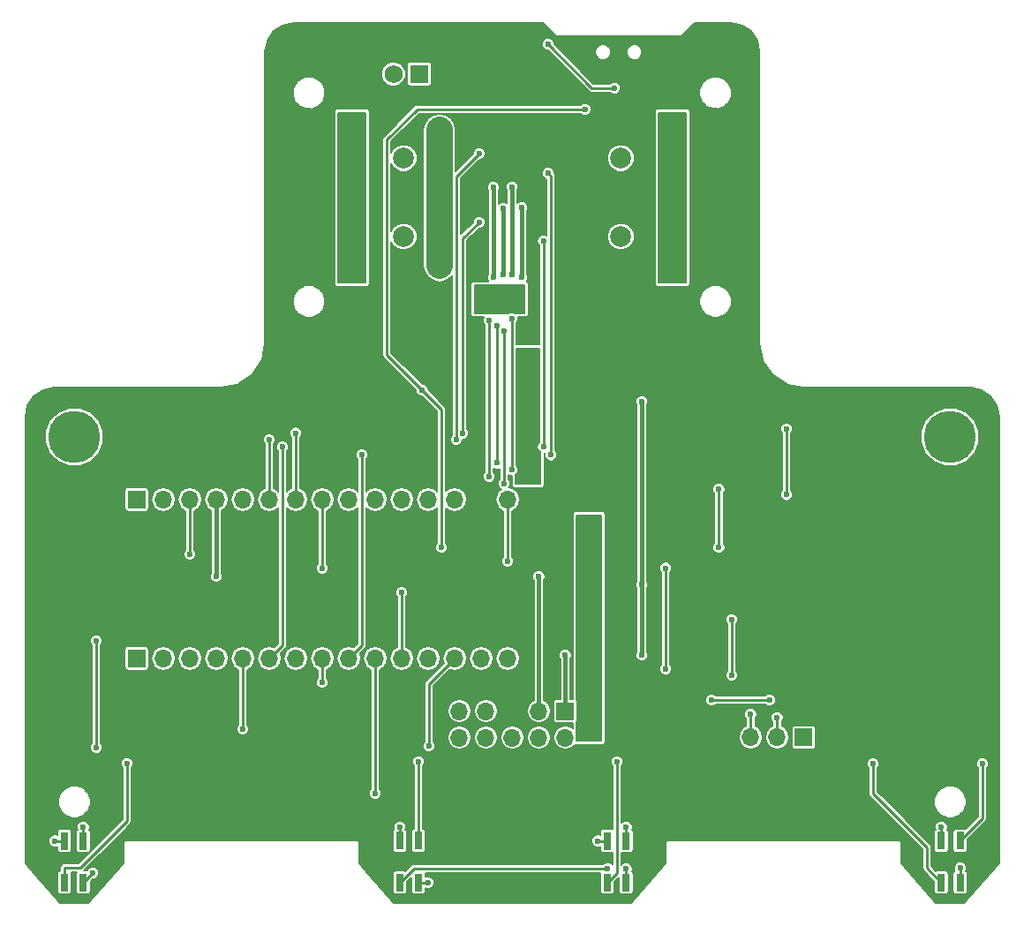
<source format=gbl>
G04 #@! TF.FileFunction,Copper,L2,Bot,Signal*
%FSLAX46Y46*%
G04 Gerber Fmt 4.6, Leading zero omitted, Abs format (unit mm)*
G04 Created by KiCad (PCBNEW 4.0.7-e2-6376~58~ubuntu16.04.1) date Mon Nov 13 19:48:04 2017*
%MOMM*%
%LPD*%
G01*
G04 APERTURE LIST*
%ADD10C,0.100000*%
%ADD11R,0.790000X1.660000*%
%ADD12C,2.000000*%
%ADD13R,1.750000X1.750000*%
%ADD14C,1.750000*%
%ADD15R,1.700000X1.700000*%
%ADD16O,1.700000X1.700000*%
%ADD17C,5.000000*%
%ADD18C,0.600000*%
%ADD19C,0.400000*%
%ADD20C,0.254000*%
%ADD21C,2.500000*%
%ADD22C,0.200000*%
G04 APERTURE END LIST*
D10*
D11*
X190754000Y-134543800D03*
X190754000Y-130543800D03*
X192554000Y-130543800D03*
X192554000Y-134543800D03*
D12*
X160020000Y-72593200D03*
X160020000Y-65074800D03*
X139192000Y-72593200D03*
X139192000Y-65074800D03*
D13*
X140690600Y-56997600D03*
D14*
X138190600Y-56997600D03*
D15*
X154686000Y-118110000D03*
D16*
X154686000Y-120650000D03*
X152146000Y-118110000D03*
X152146000Y-120650000D03*
X149606000Y-118110000D03*
X149606000Y-120650000D03*
X147066000Y-118110000D03*
X147066000Y-120650000D03*
X144526000Y-118110000D03*
X144526000Y-120650000D03*
D15*
X113588800Y-113055400D03*
D16*
X116128800Y-113055400D03*
X118668800Y-113055400D03*
X121208800Y-113055400D03*
X123748800Y-113055400D03*
X126288800Y-113055400D03*
X128828800Y-113055400D03*
X131368800Y-113055400D03*
X133908800Y-113055400D03*
X136448800Y-113055400D03*
X138988800Y-113055400D03*
X141528800Y-113055400D03*
X144068800Y-113055400D03*
X146608800Y-113055400D03*
X149148800Y-113055400D03*
D15*
X113588800Y-97815400D03*
D16*
X116128800Y-97815400D03*
X118668800Y-97815400D03*
X121208800Y-97815400D03*
X123748800Y-97815400D03*
X126288800Y-97815400D03*
X128828800Y-97815400D03*
X131368800Y-97815400D03*
X133908800Y-97815400D03*
X136448800Y-97815400D03*
X138988800Y-97815400D03*
X141528800Y-97815400D03*
X144068800Y-97815400D03*
X146608800Y-97815400D03*
X149148800Y-97815400D03*
D11*
X160528000Y-130556000D03*
X160528000Y-134556000D03*
X158728000Y-134556000D03*
X158728000Y-130556000D03*
X138811000Y-134543800D03*
X138811000Y-130543800D03*
X140611000Y-130543800D03*
X140611000Y-134543800D03*
X108458000Y-130556000D03*
X108458000Y-134556000D03*
X106658000Y-134556000D03*
X106658000Y-130556000D03*
D15*
X177546000Y-120624600D03*
D16*
X175006000Y-120624600D03*
X172466000Y-120624600D03*
D17*
X107596940Y-91810840D03*
X191597280Y-91810840D03*
D18*
X162026600Y-105994200D03*
X154686000Y-112750600D03*
X162026600Y-88417400D03*
X162026600Y-112750600D03*
X156184600Y-119303800D03*
X157708600Y-119303800D03*
X157708600Y-120573800D03*
X156184600Y-120573800D03*
X156184600Y-107619800D03*
X157708600Y-107619800D03*
X157708600Y-108889800D03*
X156184600Y-108889800D03*
X157708600Y-114985800D03*
X157708600Y-113715800D03*
X156184600Y-113715800D03*
X157708600Y-105079800D03*
X156184600Y-105079800D03*
X151866600Y-94411800D03*
X150342600Y-94411800D03*
X150342600Y-95935800D03*
X151866600Y-95935800D03*
X157708600Y-99745800D03*
X156184600Y-99745800D03*
X157708600Y-101269800D03*
X156184600Y-101269800D03*
X151612600Y-91871800D03*
X150342600Y-91871800D03*
X150342600Y-90855800D03*
X149072600Y-78663800D03*
X148056600Y-78663800D03*
X150088600Y-78663800D03*
X146278600Y-77647800D03*
X146278600Y-79679800D03*
X146786600Y-78663800D03*
X151866600Y-85267800D03*
X151866600Y-83743800D03*
X150342600Y-83743800D03*
X150342600Y-85267800D03*
X164058600Y-75361800D03*
X165836600Y-75361800D03*
X165836600Y-76631800D03*
X164058600Y-76631800D03*
X135102600Y-76631800D03*
X133324600Y-76631800D03*
X133324600Y-75361800D03*
X135102600Y-75361800D03*
X133324600Y-61137800D03*
X133324600Y-62407800D03*
X135102600Y-62407800D03*
X135102600Y-61137800D03*
X164058600Y-61137800D03*
X165836600Y-61137800D03*
X165836600Y-62407800D03*
X164058600Y-62407800D03*
X192557400Y-133172200D03*
X105740200Y-130556000D03*
X109372400Y-133629400D03*
X157810200Y-130556000D03*
X141528800Y-134543800D03*
X170637200Y-109321600D03*
X170637200Y-114681000D03*
X150520400Y-76530200D03*
X150520400Y-69824600D03*
X149580600Y-76225400D03*
X149580600Y-67843400D03*
X148717000Y-76225400D03*
X148717000Y-69900800D03*
X147777200Y-76530200D03*
X147777200Y-67894200D03*
X142600680Y-75407520D03*
X143357600Y-75387200D03*
X142595600Y-76149200D03*
X141833600Y-75387200D03*
X142595600Y-74650600D03*
X142605760Y-62362080D03*
X142595600Y-61595000D03*
X141833600Y-62357000D03*
X142595600Y-63119000D03*
X143357600Y-62357000D03*
X184480200Y-112750600D03*
X146380200Y-73101200D03*
X146202400Y-66522600D03*
X135432800Y-122631200D03*
X117017800Y-121589800D03*
X108483400Y-118567200D03*
X148971000Y-126974600D03*
X164973000Y-121589800D03*
X168630600Y-114985800D03*
X163550600Y-116890800D03*
X190728600Y-119837200D03*
X151866600Y-82397600D03*
X153974800Y-72085200D03*
X152831800Y-64643000D03*
X149148800Y-103733600D03*
X194665600Y-123164600D03*
X159639000Y-122961400D03*
X140614400Y-122961400D03*
X112623600Y-123113800D03*
X159423100Y-58343800D03*
X153009600Y-54152800D03*
X121208800Y-105206800D03*
X152146000Y-105206800D03*
X131368800Y-115366800D03*
X175006000Y-118719600D03*
X169418000Y-102412800D03*
X169418000Y-96850200D03*
X142824200Y-102412800D03*
X156565600Y-60375800D03*
X140970000Y-87350600D03*
X152577800Y-73025000D03*
X152577800Y-92786200D03*
X127558800Y-92786200D03*
X135178800Y-93548200D03*
X153314400Y-93548200D03*
X153009600Y-66522600D03*
X146405600Y-71221600D03*
X144856200Y-91440000D03*
X128828800Y-91440000D03*
X146405600Y-64643000D03*
X144221200Y-92075000D03*
X126288800Y-92075000D03*
X175895000Y-97358200D03*
X175895000Y-91033600D03*
X184200800Y-123164600D03*
X174269400Y-117068600D03*
X168706800Y-117068600D03*
X109702600Y-121589800D03*
X109702600Y-111379000D03*
X141579600Y-121462800D03*
X147396200Y-80645000D03*
X147396200Y-95605600D03*
X148158200Y-81127600D03*
X148158200Y-94310200D03*
X148793200Y-81661000D03*
X148793200Y-96266000D03*
X149555200Y-94970600D03*
X149555200Y-80441800D03*
X123748800Y-119837200D03*
X136474200Y-126009400D03*
X138988800Y-106730800D03*
X131368800Y-104394000D03*
X164312600Y-104394000D03*
X164312600Y-114046000D03*
X190754000Y-129209800D03*
X160528000Y-129209800D03*
X158750000Y-133223000D03*
X160528000Y-133223000D03*
X138811000Y-129209800D03*
X108458000Y-129209800D03*
X172466000Y-118440200D03*
X118668800Y-103073200D03*
D19*
X154686000Y-112750600D02*
X154686000Y-118110000D01*
X162026600Y-88417400D02*
X162026600Y-105994200D01*
X162026600Y-105994200D02*
X162026600Y-112750600D01*
D20*
X157708600Y-120573800D02*
X156184600Y-120573800D01*
X156184600Y-108889800D02*
X156184600Y-113715800D01*
X157708600Y-107619800D02*
X157708600Y-108889800D01*
X156184600Y-107619800D02*
X156184600Y-105079800D01*
X157708600Y-113715800D02*
X157708600Y-114985800D01*
X157708600Y-114985800D02*
X157708600Y-119303800D01*
X156184600Y-101269800D02*
X156184600Y-105079800D01*
X150342600Y-94411800D02*
X151866600Y-94411800D01*
X151866600Y-95935800D02*
X150342600Y-95935800D01*
X157708600Y-99745800D02*
X156184600Y-99745800D01*
X156184600Y-101269800D02*
X157708600Y-101269800D01*
X150342600Y-85267800D02*
X150342600Y-90855800D01*
X150342600Y-91871800D02*
X151612600Y-91871800D01*
X149072600Y-78663800D02*
X148056600Y-78663800D01*
X146278600Y-79171800D02*
X146278600Y-79679800D01*
X146786600Y-78663800D02*
X146278600Y-79171800D01*
X151866600Y-85267800D02*
X151866600Y-83743800D01*
X150342600Y-83743800D02*
X150342600Y-85267800D01*
X164058600Y-75361800D02*
X165836600Y-75361800D01*
X165836600Y-76631800D02*
X164058600Y-76631800D01*
X135102600Y-76631800D02*
X133324600Y-76631800D01*
X133324600Y-75361800D02*
X135102600Y-75361800D01*
X133324600Y-61137800D02*
X133324600Y-62407800D01*
X135102600Y-62407800D02*
X135102600Y-61137800D01*
X164058600Y-61137800D02*
X165836600Y-61137800D01*
X165836600Y-62407800D02*
X164058600Y-62407800D01*
X192554000Y-134543800D02*
X192557400Y-134540400D01*
X192557400Y-134540400D02*
X192557400Y-133172200D01*
X106658000Y-130556000D02*
X105740200Y-130556000D01*
X108458000Y-134556000D02*
X109372400Y-133641600D01*
X109372400Y-133641600D02*
X109372400Y-133629400D01*
X158728000Y-130556000D02*
X157810200Y-130556000D01*
X140611000Y-134543800D02*
X141528800Y-134543800D01*
X170637200Y-114681000D02*
X170637200Y-109321600D01*
D19*
X150520400Y-76530200D02*
X150520400Y-69824600D01*
X149580600Y-76225400D02*
X149580600Y-67843400D01*
X148717000Y-76225400D02*
X148717000Y-69900800D01*
X147777200Y-76530200D02*
X147777200Y-67894200D01*
D21*
X142605760Y-75402440D02*
X142605760Y-62362080D01*
X142600680Y-75407520D02*
X142605760Y-75402440D01*
D20*
X142595600Y-76149200D02*
X143357600Y-75387200D01*
X141859000Y-75387200D02*
X141833600Y-75387200D01*
X142595600Y-74650600D02*
X141859000Y-75387200D01*
X142595600Y-63119000D02*
X143357600Y-62357000D01*
X142595600Y-61595000D02*
X141833600Y-62357000D01*
X146380200Y-73101200D02*
X146405600Y-73101200D01*
X149148800Y-103733600D02*
X149148800Y-97815400D01*
X194665600Y-128432200D02*
X194665600Y-123164600D01*
X192554000Y-130543800D02*
X194665600Y-128432200D01*
X158728000Y-134556000D02*
X159613600Y-133670400D01*
X159613600Y-133670400D02*
X159613600Y-122986800D01*
X159613600Y-122986800D02*
X159639000Y-122961400D01*
X140611000Y-130543800D02*
X140611000Y-122964800D01*
X140611000Y-122964800D02*
X140614400Y-122961400D01*
X106658000Y-134556000D02*
X106658000Y-133143400D01*
X112623600Y-128676400D02*
X112623600Y-123113800D01*
X108156600Y-133143400D02*
X112623600Y-128676400D01*
X106658000Y-133143400D02*
X108156600Y-133143400D01*
X157200600Y-58343800D02*
X159423100Y-58343800D01*
X153009600Y-54152800D02*
X157200600Y-58343800D01*
D19*
X152146000Y-118110000D02*
X152146000Y-105206800D01*
X121208800Y-105206800D02*
X121208800Y-97815400D01*
D20*
X131368800Y-115366800D02*
X131368800Y-113055400D01*
X175006000Y-118719600D02*
X175006000Y-120624600D01*
X140970000Y-87350600D02*
X142824200Y-89204800D01*
X169418000Y-102412800D02*
X169418000Y-96850200D01*
X142824200Y-89204800D02*
X142824200Y-102412800D01*
X137579100Y-81775300D02*
X137579100Y-83959700D01*
X137579100Y-63296800D02*
X137579100Y-81775300D01*
X140500100Y-60375800D02*
X137579100Y-63296800D01*
X156565600Y-60375800D02*
X140500100Y-60375800D01*
X137579100Y-83959700D02*
X140970000Y-87350600D01*
X126288800Y-113055400D02*
X127558800Y-111785400D01*
X152577800Y-92786200D02*
X152577800Y-73025000D01*
X127558800Y-111785400D02*
X127558800Y-92786200D01*
X153314400Y-74549000D02*
X153314400Y-66827400D01*
X135178800Y-111785400D02*
X135178800Y-93548200D01*
X153314400Y-93548200D02*
X153314400Y-74549000D01*
X133908800Y-113055400D02*
X135178800Y-111785400D01*
X153314400Y-66827400D02*
X153009600Y-66522600D01*
X128828800Y-97815400D02*
X128828800Y-91440000D01*
X144856200Y-72771000D02*
X146405600Y-71221600D01*
X144856200Y-91440000D02*
X144856200Y-72771000D01*
X126288800Y-97815400D02*
X126288800Y-92075000D01*
X144221200Y-66827400D02*
X146405600Y-64643000D01*
X144221200Y-92075000D02*
X144221200Y-66827400D01*
X175895000Y-91033600D02*
X175895000Y-97358200D01*
X184200800Y-126009400D02*
X184200800Y-123164600D01*
X189382400Y-131191000D02*
X184200800Y-126009400D01*
X189382400Y-133172200D02*
X189382400Y-131191000D01*
X190754000Y-134543800D02*
X189382400Y-133172200D01*
X168706800Y-117068600D02*
X174269400Y-117068600D01*
X109702600Y-111379000D02*
X109702600Y-121589800D01*
X141579600Y-115544600D02*
X141579600Y-121462800D01*
X144068800Y-113055400D02*
X141579600Y-115544600D01*
X147396200Y-95605600D02*
X147396200Y-80645000D01*
X148158200Y-94310200D02*
X148158200Y-81127600D01*
X148793200Y-96266000D02*
X148793200Y-81661000D01*
X149555200Y-80441800D02*
X149555200Y-94970600D01*
X123748800Y-119837200D02*
X123748800Y-113055400D01*
X136448800Y-113055400D02*
X136448800Y-125984000D01*
X136448800Y-125984000D02*
X136474200Y-126009400D01*
X138988800Y-106730800D02*
X138988800Y-113055400D01*
X131368800Y-104394000D02*
X131368800Y-97815400D01*
X164312600Y-114046000D02*
X164312600Y-104394000D01*
X160528000Y-130556000D02*
X160528000Y-129209800D01*
X190754000Y-129209800D02*
X190754000Y-130543800D01*
X160528000Y-134556000D02*
X160528000Y-133223000D01*
X140131800Y-133223000D02*
X138811000Y-134543800D01*
X158750000Y-133223000D02*
X140131800Y-133223000D01*
X138811000Y-134620000D02*
X138811000Y-133934200D01*
X108458000Y-130556000D02*
X108458000Y-129209800D01*
X138811000Y-129209800D02*
X138811000Y-130543800D01*
X172466000Y-118440200D02*
X172466000Y-120624600D01*
X118668800Y-103073200D02*
X118668800Y-97815400D01*
D22*
G36*
X153682930Y-53301665D02*
X153682932Y-53301668D01*
X153781882Y-53367783D01*
X153898600Y-53391000D01*
X165709600Y-53391000D01*
X165710868Y-53390748D01*
X165712140Y-53391001D01*
X165828859Y-53367783D01*
X165927808Y-53301668D01*
X167113555Y-52115920D01*
X170570583Y-52115920D01*
X171625046Y-52325665D01*
X172497427Y-52908573D01*
X173080335Y-53780954D01*
X173291000Y-54840038D01*
X173291000Y-82810000D01*
X173296860Y-82839461D01*
X173296860Y-82869503D01*
X173601343Y-84400236D01*
X173601343Y-84400237D01*
X173646884Y-84510183D01*
X174513975Y-85807876D01*
X174598124Y-85892025D01*
X175895817Y-86759116D01*
X175928020Y-86772455D01*
X176005763Y-86804658D01*
X177536498Y-87109140D01*
X177566539Y-87109140D01*
X177596000Y-87115000D01*
X193565958Y-87115000D01*
X194625046Y-87325665D01*
X195497427Y-87908573D01*
X196080335Y-88780954D01*
X196291000Y-89840038D01*
X196291000Y-132695401D01*
X192957601Y-136505000D01*
X190234399Y-136505000D01*
X186901000Y-132695401D01*
X186901000Y-130810000D01*
X186877783Y-130693282D01*
X186811668Y-130594332D01*
X186712718Y-130528217D01*
X186596000Y-130505000D01*
X164596000Y-130505000D01*
X164479282Y-130528217D01*
X164380332Y-130594332D01*
X164314217Y-130693282D01*
X164291000Y-130810000D01*
X164291000Y-132695401D01*
X160957601Y-136505000D01*
X138234399Y-136505000D01*
X135792100Y-133713800D01*
X138110123Y-133713800D01*
X138110123Y-135373800D01*
X138131042Y-135484973D01*
X138196745Y-135587079D01*
X138296997Y-135655578D01*
X138416000Y-135679677D01*
X139206000Y-135679677D01*
X139317173Y-135658758D01*
X139419279Y-135593055D01*
X139487778Y-135492803D01*
X139511877Y-135373800D01*
X139511877Y-134446793D01*
X139910123Y-134048546D01*
X139910123Y-135373800D01*
X139931042Y-135484973D01*
X139996745Y-135587079D01*
X140096997Y-135655578D01*
X140216000Y-135679677D01*
X141006000Y-135679677D01*
X141117173Y-135658758D01*
X141219279Y-135593055D01*
X141287778Y-135492803D01*
X141311877Y-135373800D01*
X141311877Y-135103397D01*
X141408929Y-135143696D01*
X141647624Y-135143904D01*
X141868229Y-135052752D01*
X142037159Y-134884117D01*
X142128696Y-134663671D01*
X142128904Y-134424976D01*
X142037752Y-134204371D01*
X141869117Y-134035441D01*
X141648671Y-133943904D01*
X141409976Y-133943696D01*
X141311877Y-133984230D01*
X141311877Y-133713800D01*
X141299872Y-133650000D01*
X158042514Y-133650000D01*
X158027123Y-133726000D01*
X158027123Y-135386000D01*
X158048042Y-135497173D01*
X158113745Y-135599279D01*
X158213997Y-135667778D01*
X158333000Y-135691877D01*
X159123000Y-135691877D01*
X159234173Y-135670958D01*
X159336279Y-135605255D01*
X159404778Y-135505003D01*
X159428877Y-135386000D01*
X159428877Y-134458993D01*
X159827123Y-134060746D01*
X159827123Y-135386000D01*
X159848042Y-135497173D01*
X159913745Y-135599279D01*
X160013997Y-135667778D01*
X160133000Y-135691877D01*
X160923000Y-135691877D01*
X161034173Y-135670958D01*
X161136279Y-135605255D01*
X161204778Y-135505003D01*
X161228877Y-135386000D01*
X161228877Y-133726000D01*
X161207958Y-133614827D01*
X161142255Y-133512721D01*
X161076129Y-133467539D01*
X161127896Y-133342871D01*
X161128104Y-133104176D01*
X161036952Y-132883571D01*
X160868317Y-132714641D01*
X160647871Y-132623104D01*
X160409176Y-132622896D01*
X160188571Y-132714048D01*
X160040600Y-132861761D01*
X160040600Y-131673165D01*
X160133000Y-131691877D01*
X160923000Y-131691877D01*
X161034173Y-131670958D01*
X161136279Y-131605255D01*
X161204778Y-131505003D01*
X161228877Y-131386000D01*
X161228877Y-129726000D01*
X161207958Y-129614827D01*
X161142255Y-129512721D01*
X161071860Y-129464622D01*
X161127896Y-129329671D01*
X161128104Y-129090976D01*
X161036952Y-128870371D01*
X160868317Y-128701441D01*
X160647871Y-128609904D01*
X160409176Y-128609696D01*
X160188571Y-128700848D01*
X160040600Y-128848561D01*
X160040600Y-123408290D01*
X160147359Y-123301717D01*
X160154954Y-123283424D01*
X183600696Y-123283424D01*
X183691848Y-123504029D01*
X183773800Y-123586124D01*
X183773800Y-126009395D01*
X183773799Y-126009400D01*
X183806303Y-126172806D01*
X183898865Y-126311335D01*
X188955400Y-131367870D01*
X188955400Y-133172195D01*
X188955399Y-133172200D01*
X188987903Y-133335606D01*
X189080465Y-133474135D01*
X190053123Y-134446792D01*
X190053123Y-135373800D01*
X190074042Y-135484973D01*
X190139745Y-135587079D01*
X190239997Y-135655578D01*
X190359000Y-135679677D01*
X191149000Y-135679677D01*
X191260173Y-135658758D01*
X191362279Y-135593055D01*
X191430778Y-135492803D01*
X191454877Y-135373800D01*
X191454877Y-133713800D01*
X191853123Y-133713800D01*
X191853123Y-135373800D01*
X191874042Y-135484973D01*
X191939745Y-135587079D01*
X192039997Y-135655578D01*
X192159000Y-135679677D01*
X192949000Y-135679677D01*
X193060173Y-135658758D01*
X193162279Y-135593055D01*
X193230778Y-135492803D01*
X193254877Y-135373800D01*
X193254877Y-133713800D01*
X193233958Y-133602627D01*
X193168255Y-133500521D01*
X193092292Y-133448618D01*
X193157296Y-133292071D01*
X193157504Y-133053376D01*
X193066352Y-132832771D01*
X192897717Y-132663841D01*
X192677271Y-132572304D01*
X192438576Y-132572096D01*
X192217971Y-132663248D01*
X192049041Y-132831883D01*
X191957504Y-133052329D01*
X191957296Y-133291024D01*
X192021295Y-133445915D01*
X191945721Y-133494545D01*
X191877222Y-133594797D01*
X191853123Y-133713800D01*
X191454877Y-133713800D01*
X191433958Y-133602627D01*
X191368255Y-133500521D01*
X191268003Y-133432022D01*
X191149000Y-133407923D01*
X190359000Y-133407923D01*
X190247827Y-133428842D01*
X190244836Y-133430767D01*
X189809400Y-132995330D01*
X189809400Y-131191005D01*
X189809401Y-131191000D01*
X189776897Y-131027594D01*
X189684335Y-130889065D01*
X188509070Y-129713800D01*
X190053123Y-129713800D01*
X190053123Y-131373800D01*
X190074042Y-131484973D01*
X190139745Y-131587079D01*
X190239997Y-131655578D01*
X190359000Y-131679677D01*
X191149000Y-131679677D01*
X191260173Y-131658758D01*
X191362279Y-131593055D01*
X191430778Y-131492803D01*
X191454877Y-131373800D01*
X191454877Y-129713800D01*
X191853123Y-129713800D01*
X191853123Y-131373800D01*
X191874042Y-131484973D01*
X191939745Y-131587079D01*
X192039997Y-131655578D01*
X192159000Y-131679677D01*
X192949000Y-131679677D01*
X193060173Y-131658758D01*
X193162279Y-131593055D01*
X193230778Y-131492803D01*
X193254877Y-131373800D01*
X193254877Y-130446793D01*
X194967532Y-128734137D01*
X194967535Y-128734135D01*
X195060097Y-128595606D01*
X195092600Y-128432200D01*
X195092600Y-123586134D01*
X195173959Y-123504917D01*
X195265496Y-123284471D01*
X195265704Y-123045776D01*
X195174552Y-122825171D01*
X195005917Y-122656241D01*
X194785471Y-122564704D01*
X194546776Y-122564496D01*
X194326171Y-122655648D01*
X194157241Y-122824283D01*
X194065704Y-123044729D01*
X194065496Y-123283424D01*
X194156648Y-123504029D01*
X194238600Y-123586124D01*
X194238600Y-128255331D01*
X193062935Y-129430996D01*
X192949000Y-129407923D01*
X192159000Y-129407923D01*
X192047827Y-129428842D01*
X191945721Y-129494545D01*
X191877222Y-129594797D01*
X191853123Y-129713800D01*
X191454877Y-129713800D01*
X191433958Y-129602627D01*
X191368255Y-129500521D01*
X191301806Y-129455118D01*
X191353896Y-129329671D01*
X191354104Y-129090976D01*
X191262952Y-128870371D01*
X191094317Y-128701441D01*
X190873871Y-128609904D01*
X190635176Y-128609696D01*
X190414571Y-128700848D01*
X190245641Y-128869483D01*
X190154104Y-129089929D01*
X190153896Y-129328624D01*
X190206337Y-129455540D01*
X190145721Y-129494545D01*
X190077222Y-129594797D01*
X190053123Y-129713800D01*
X188509070Y-129713800D01*
X185605270Y-126810000D01*
X190041000Y-126810000D01*
X190047252Y-126841431D01*
X190047012Y-127116461D01*
X190152965Y-127372886D01*
X190159367Y-127405073D01*
X190177440Y-127432121D01*
X190282488Y-127686357D01*
X190478547Y-127882759D01*
X190496449Y-127909551D01*
X190523006Y-127927296D01*
X190718129Y-128122760D01*
X190975446Y-128229607D01*
X191000927Y-128246633D01*
X191030721Y-128252559D01*
X191287613Y-128359230D01*
X191568223Y-128359475D01*
X191596000Y-128365000D01*
X191623534Y-128359523D01*
X191904241Y-128359768D01*
X192165959Y-128251629D01*
X192191073Y-128246633D01*
X192212178Y-128232531D01*
X192474137Y-128124292D01*
X192676506Y-127922277D01*
X192695551Y-127909551D01*
X192708165Y-127890672D01*
X192910540Y-127688651D01*
X193021165Y-127422236D01*
X193032633Y-127405073D01*
X193036625Y-127385004D01*
X193147010Y-127119167D01*
X193147263Y-126828785D01*
X193151000Y-126810000D01*
X193147296Y-126791379D01*
X193147548Y-126502539D01*
X193036275Y-126233238D01*
X193032633Y-126214927D01*
X193022351Y-126199539D01*
X192912072Y-125932643D01*
X192706250Y-125726461D01*
X192695551Y-125710449D01*
X192679679Y-125699844D01*
X192476431Y-125496240D01*
X192208398Y-125384943D01*
X192191073Y-125373367D01*
X192170815Y-125369338D01*
X191906947Y-125259770D01*
X191618716Y-125259519D01*
X191596000Y-125255000D01*
X191573482Y-125259479D01*
X191290319Y-125259232D01*
X191026311Y-125368318D01*
X191000927Y-125373367D01*
X190979596Y-125387620D01*
X190720423Y-125494708D01*
X190520207Y-125694574D01*
X190496449Y-125710449D01*
X190480713Y-125733999D01*
X190284020Y-125930349D01*
X190176501Y-126189285D01*
X190159367Y-126214927D01*
X190153403Y-126244910D01*
X190047550Y-126499833D01*
X190047307Y-126778292D01*
X190041000Y-126810000D01*
X185605270Y-126810000D01*
X184627800Y-125832530D01*
X184627800Y-123586134D01*
X184709159Y-123504917D01*
X184800696Y-123284471D01*
X184800904Y-123045776D01*
X184709752Y-122825171D01*
X184541117Y-122656241D01*
X184320671Y-122564704D01*
X184081976Y-122564496D01*
X183861371Y-122655648D01*
X183692441Y-122824283D01*
X183600904Y-123044729D01*
X183600696Y-123283424D01*
X160154954Y-123283424D01*
X160238896Y-123081271D01*
X160239104Y-122842576D01*
X160147952Y-122621971D01*
X159979317Y-122453041D01*
X159758871Y-122361504D01*
X159520176Y-122361296D01*
X159299571Y-122452448D01*
X159130641Y-122621083D01*
X159039104Y-122841529D01*
X159038896Y-123080224D01*
X159130048Y-123300829D01*
X159186600Y-123357480D01*
X159186600Y-129433002D01*
X159123000Y-129420123D01*
X158333000Y-129420123D01*
X158221827Y-129441042D01*
X158119721Y-129506745D01*
X158051222Y-129606997D01*
X158027123Y-129726000D01*
X158027123Y-129996403D01*
X157930071Y-129956104D01*
X157691376Y-129955896D01*
X157470771Y-130047048D01*
X157301841Y-130215683D01*
X157210304Y-130436129D01*
X157210096Y-130674824D01*
X157301248Y-130895429D01*
X157469883Y-131064359D01*
X157690329Y-131155896D01*
X157929024Y-131156104D01*
X158027123Y-131115570D01*
X158027123Y-131386000D01*
X158048042Y-131497173D01*
X158113745Y-131599279D01*
X158213997Y-131667778D01*
X158333000Y-131691877D01*
X159123000Y-131691877D01*
X159186600Y-131679910D01*
X159186600Y-132811092D01*
X159090317Y-132714641D01*
X158869871Y-132623104D01*
X158631176Y-132622896D01*
X158410571Y-132714048D01*
X158328476Y-132796000D01*
X140131800Y-132796000D01*
X139968394Y-132828503D01*
X139829865Y-132921065D01*
X139829863Y-132921068D01*
X139319935Y-133430996D01*
X139206000Y-133407923D01*
X138416000Y-133407923D01*
X138304827Y-133428842D01*
X138202721Y-133494545D01*
X138134222Y-133594797D01*
X138110123Y-133713800D01*
X135792100Y-133713800D01*
X134901000Y-132695401D01*
X134901000Y-130810000D01*
X134877783Y-130693282D01*
X134811668Y-130594332D01*
X134712718Y-130528217D01*
X134596000Y-130505000D01*
X112596000Y-130505000D01*
X112479282Y-130528217D01*
X112380332Y-130594332D01*
X112314217Y-130693282D01*
X112291000Y-130810000D01*
X112291000Y-132695401D01*
X108957601Y-136505000D01*
X106234399Y-136505000D01*
X103802775Y-133726000D01*
X105957123Y-133726000D01*
X105957123Y-135386000D01*
X105978042Y-135497173D01*
X106043745Y-135599279D01*
X106143997Y-135667778D01*
X106263000Y-135691877D01*
X107053000Y-135691877D01*
X107164173Y-135670958D01*
X107266279Y-135605255D01*
X107334778Y-135505003D01*
X107358877Y-135386000D01*
X107358877Y-133726000D01*
X107337958Y-133614827D01*
X107309370Y-133570400D01*
X107806228Y-133570400D01*
X107781222Y-133606997D01*
X107757123Y-133726000D01*
X107757123Y-135386000D01*
X107778042Y-135497173D01*
X107843745Y-135599279D01*
X107943997Y-135667778D01*
X108063000Y-135691877D01*
X108853000Y-135691877D01*
X108964173Y-135670958D01*
X109066279Y-135605255D01*
X109134778Y-135505003D01*
X109158877Y-135386000D01*
X109158877Y-134458993D01*
X109388456Y-134229414D01*
X109491224Y-134229504D01*
X109711829Y-134138352D01*
X109880759Y-133969717D01*
X109972296Y-133749271D01*
X109972504Y-133510576D01*
X109881352Y-133289971D01*
X109712717Y-133121041D01*
X109492271Y-133029504D01*
X109253576Y-133029296D01*
X109032971Y-133120448D01*
X108864041Y-133289083D01*
X108809629Y-133420123D01*
X108483747Y-133420123D01*
X112190070Y-129713800D01*
X138110123Y-129713800D01*
X138110123Y-131373800D01*
X138131042Y-131484973D01*
X138196745Y-131587079D01*
X138296997Y-131655578D01*
X138416000Y-131679677D01*
X139206000Y-131679677D01*
X139317173Y-131658758D01*
X139419279Y-131593055D01*
X139487778Y-131492803D01*
X139511877Y-131373800D01*
X139511877Y-129713800D01*
X139910123Y-129713800D01*
X139910123Y-131373800D01*
X139931042Y-131484973D01*
X139996745Y-131587079D01*
X140096997Y-131655578D01*
X140216000Y-131679677D01*
X141006000Y-131679677D01*
X141117173Y-131658758D01*
X141219279Y-131593055D01*
X141287778Y-131492803D01*
X141311877Y-131373800D01*
X141311877Y-129713800D01*
X141290958Y-129602627D01*
X141225255Y-129500521D01*
X141125003Y-129432022D01*
X141038000Y-129414403D01*
X141038000Y-123386328D01*
X141122759Y-123301717D01*
X141214296Y-123081271D01*
X141214504Y-122842576D01*
X141123352Y-122621971D01*
X140954717Y-122453041D01*
X140734271Y-122361504D01*
X140495576Y-122361296D01*
X140274971Y-122452448D01*
X140106041Y-122621083D01*
X140014504Y-122841529D01*
X140014296Y-123080224D01*
X140105448Y-123300829D01*
X140184000Y-123379518D01*
X140184000Y-129413944D01*
X140104827Y-129428842D01*
X140002721Y-129494545D01*
X139934222Y-129594797D01*
X139910123Y-129713800D01*
X139511877Y-129713800D01*
X139490958Y-129602627D01*
X139425255Y-129500521D01*
X139358806Y-129455118D01*
X139410896Y-129329671D01*
X139411104Y-129090976D01*
X139319952Y-128870371D01*
X139151317Y-128701441D01*
X138930871Y-128609904D01*
X138692176Y-128609696D01*
X138471571Y-128700848D01*
X138302641Y-128869483D01*
X138211104Y-129089929D01*
X138210896Y-129328624D01*
X138263337Y-129455540D01*
X138202721Y-129494545D01*
X138134222Y-129594797D01*
X138110123Y-129713800D01*
X112190070Y-129713800D01*
X112925535Y-128978335D01*
X113018097Y-128839806D01*
X113050601Y-128676400D01*
X113050600Y-128676395D01*
X113050600Y-123535334D01*
X113131959Y-123454117D01*
X113223496Y-123233671D01*
X113223704Y-122994976D01*
X113132552Y-122774371D01*
X112963917Y-122605441D01*
X112743471Y-122513904D01*
X112504776Y-122513696D01*
X112284171Y-122604848D01*
X112115241Y-122773483D01*
X112023704Y-122993929D01*
X112023496Y-123232624D01*
X112114648Y-123453229D01*
X112196600Y-123535324D01*
X112196600Y-128499530D01*
X107979730Y-132716400D01*
X106658000Y-132716400D01*
X106494594Y-132748903D01*
X106356065Y-132841465D01*
X106263503Y-132979994D01*
X106231000Y-133143400D01*
X106231000Y-133426144D01*
X106151827Y-133441042D01*
X106049721Y-133506745D01*
X105981222Y-133606997D01*
X105957123Y-133726000D01*
X103802775Y-133726000D01*
X102901000Y-132695401D01*
X102901000Y-130674824D01*
X105140096Y-130674824D01*
X105231248Y-130895429D01*
X105399883Y-131064359D01*
X105620329Y-131155896D01*
X105859024Y-131156104D01*
X105957123Y-131115570D01*
X105957123Y-131386000D01*
X105978042Y-131497173D01*
X106043745Y-131599279D01*
X106143997Y-131667778D01*
X106263000Y-131691877D01*
X107053000Y-131691877D01*
X107164173Y-131670958D01*
X107266279Y-131605255D01*
X107334778Y-131505003D01*
X107358877Y-131386000D01*
X107358877Y-129726000D01*
X107757123Y-129726000D01*
X107757123Y-131386000D01*
X107778042Y-131497173D01*
X107843745Y-131599279D01*
X107943997Y-131667778D01*
X108063000Y-131691877D01*
X108853000Y-131691877D01*
X108964173Y-131670958D01*
X109066279Y-131605255D01*
X109134778Y-131505003D01*
X109158877Y-131386000D01*
X109158877Y-129726000D01*
X109137958Y-129614827D01*
X109072255Y-129512721D01*
X109001860Y-129464622D01*
X109057896Y-129329671D01*
X109058104Y-129090976D01*
X108966952Y-128870371D01*
X108798317Y-128701441D01*
X108577871Y-128609904D01*
X108339176Y-128609696D01*
X108118571Y-128700848D01*
X107949641Y-128869483D01*
X107858104Y-129089929D01*
X107857896Y-129328624D01*
X107914319Y-129465178D01*
X107849721Y-129506745D01*
X107781222Y-129606997D01*
X107757123Y-129726000D01*
X107358877Y-129726000D01*
X107337958Y-129614827D01*
X107272255Y-129512721D01*
X107172003Y-129444222D01*
X107053000Y-129420123D01*
X106263000Y-129420123D01*
X106151827Y-129441042D01*
X106049721Y-129506745D01*
X105981222Y-129606997D01*
X105957123Y-129726000D01*
X105957123Y-129996403D01*
X105860071Y-129956104D01*
X105621376Y-129955896D01*
X105400771Y-130047048D01*
X105231841Y-130215683D01*
X105140304Y-130436129D01*
X105140096Y-130674824D01*
X102901000Y-130674824D01*
X102901000Y-126810000D01*
X106041000Y-126810000D01*
X106046913Y-126839729D01*
X106046672Y-127116461D01*
X106153280Y-127374473D01*
X106159367Y-127405073D01*
X106176549Y-127430788D01*
X106282148Y-127686357D01*
X106479236Y-127883789D01*
X106496449Y-127909551D01*
X106521985Y-127926614D01*
X106717789Y-128122760D01*
X106976004Y-128229980D01*
X107000927Y-128246633D01*
X107030069Y-128252430D01*
X107287273Y-128359230D01*
X107568224Y-128359475D01*
X107596000Y-128365000D01*
X107623533Y-128359523D01*
X107903901Y-128359768D01*
X108165303Y-128251759D01*
X108191073Y-128246633D01*
X108212729Y-128232163D01*
X108473797Y-128124292D01*
X108675477Y-127922964D01*
X108695551Y-127909551D01*
X108708846Y-127889653D01*
X108910200Y-127688651D01*
X109020267Y-127423580D01*
X109032633Y-127405073D01*
X109036938Y-127383433D01*
X109146670Y-127119167D01*
X109146922Y-126830502D01*
X109151000Y-126810000D01*
X109146957Y-126789677D01*
X109147208Y-126502539D01*
X109036591Y-126234825D01*
X109032633Y-126214927D01*
X109021460Y-126198206D01*
X108911732Y-125932643D01*
X108706938Y-125727491D01*
X108695551Y-125710449D01*
X108678658Y-125699162D01*
X108476091Y-125496240D01*
X108208956Y-125385316D01*
X108191073Y-125373367D01*
X108170163Y-125369208D01*
X107906607Y-125259770D01*
X107618718Y-125259519D01*
X107596000Y-125255000D01*
X107573481Y-125259479D01*
X107289979Y-125259232D01*
X107025655Y-125368448D01*
X107000927Y-125373367D01*
X106980147Y-125387252D01*
X106720083Y-125494708D01*
X106519179Y-125695261D01*
X106496449Y-125710449D01*
X106481394Y-125732980D01*
X106283680Y-125930349D01*
X106175603Y-126190629D01*
X106159367Y-126214927D01*
X106153716Y-126243339D01*
X106047210Y-126499833D01*
X106046966Y-126780009D01*
X106041000Y-126810000D01*
X102901000Y-126810000D01*
X102901000Y-111497824D01*
X109102496Y-111497824D01*
X109193648Y-111718429D01*
X109275600Y-111800524D01*
X109275600Y-121168266D01*
X109194241Y-121249483D01*
X109102704Y-121469929D01*
X109102496Y-121708624D01*
X109193648Y-121929229D01*
X109362283Y-122098159D01*
X109582729Y-122189696D01*
X109821424Y-122189904D01*
X110042029Y-122098752D01*
X110210959Y-121930117D01*
X110302496Y-121709671D01*
X110302704Y-121470976D01*
X110211552Y-121250371D01*
X110129600Y-121168276D01*
X110129600Y-112205400D01*
X112432923Y-112205400D01*
X112432923Y-113905400D01*
X112453842Y-114016573D01*
X112519545Y-114118679D01*
X112619797Y-114187178D01*
X112738800Y-114211277D01*
X114438800Y-114211277D01*
X114549973Y-114190358D01*
X114652079Y-114124655D01*
X114720578Y-114024403D01*
X114744677Y-113905400D01*
X114744677Y-113032870D01*
X114978800Y-113032870D01*
X114978800Y-113077930D01*
X115066339Y-113518016D01*
X115315627Y-113891103D01*
X115688714Y-114140391D01*
X116128800Y-114227930D01*
X116568886Y-114140391D01*
X116941973Y-113891103D01*
X117191261Y-113518016D01*
X117278800Y-113077930D01*
X117278800Y-113032870D01*
X117518800Y-113032870D01*
X117518800Y-113077930D01*
X117606339Y-113518016D01*
X117855627Y-113891103D01*
X118228714Y-114140391D01*
X118668800Y-114227930D01*
X119108886Y-114140391D01*
X119481973Y-113891103D01*
X119731261Y-113518016D01*
X119818800Y-113077930D01*
X119818800Y-113032870D01*
X120058800Y-113032870D01*
X120058800Y-113077930D01*
X120146339Y-113518016D01*
X120395627Y-113891103D01*
X120768714Y-114140391D01*
X121208800Y-114227930D01*
X121648886Y-114140391D01*
X122021973Y-113891103D01*
X122271261Y-113518016D01*
X122358800Y-113077930D01*
X122358800Y-113032870D01*
X122598800Y-113032870D01*
X122598800Y-113077930D01*
X122686339Y-113518016D01*
X122935627Y-113891103D01*
X123308714Y-114140391D01*
X123321800Y-114142994D01*
X123321800Y-119415666D01*
X123240441Y-119496883D01*
X123148904Y-119717329D01*
X123148696Y-119956024D01*
X123239848Y-120176629D01*
X123408483Y-120345559D01*
X123628929Y-120437096D01*
X123867624Y-120437304D01*
X124088229Y-120346152D01*
X124257159Y-120177517D01*
X124348696Y-119957071D01*
X124348904Y-119718376D01*
X124257752Y-119497771D01*
X124175800Y-119415676D01*
X124175800Y-114142994D01*
X124188886Y-114140391D01*
X124561973Y-113891103D01*
X124811261Y-113518016D01*
X124898800Y-113077930D01*
X124898800Y-113032870D01*
X124811261Y-112592784D01*
X124561973Y-112219697D01*
X124188886Y-111970409D01*
X123748800Y-111882870D01*
X123308714Y-111970409D01*
X122935627Y-112219697D01*
X122686339Y-112592784D01*
X122598800Y-113032870D01*
X122358800Y-113032870D01*
X122271261Y-112592784D01*
X122021973Y-112219697D01*
X121648886Y-111970409D01*
X121208800Y-111882870D01*
X120768714Y-111970409D01*
X120395627Y-112219697D01*
X120146339Y-112592784D01*
X120058800Y-113032870D01*
X119818800Y-113032870D01*
X119731261Y-112592784D01*
X119481973Y-112219697D01*
X119108886Y-111970409D01*
X118668800Y-111882870D01*
X118228714Y-111970409D01*
X117855627Y-112219697D01*
X117606339Y-112592784D01*
X117518800Y-113032870D01*
X117278800Y-113032870D01*
X117191261Y-112592784D01*
X116941973Y-112219697D01*
X116568886Y-111970409D01*
X116128800Y-111882870D01*
X115688714Y-111970409D01*
X115315627Y-112219697D01*
X115066339Y-112592784D01*
X114978800Y-113032870D01*
X114744677Y-113032870D01*
X114744677Y-112205400D01*
X114723758Y-112094227D01*
X114658055Y-111992121D01*
X114557803Y-111923622D01*
X114438800Y-111899523D01*
X112738800Y-111899523D01*
X112627627Y-111920442D01*
X112525521Y-111986145D01*
X112457022Y-112086397D01*
X112432923Y-112205400D01*
X110129600Y-112205400D01*
X110129600Y-111800534D01*
X110210959Y-111719317D01*
X110302496Y-111498871D01*
X110302704Y-111260176D01*
X110211552Y-111039571D01*
X110042917Y-110870641D01*
X109822471Y-110779104D01*
X109583776Y-110778896D01*
X109363171Y-110870048D01*
X109194241Y-111038683D01*
X109102704Y-111259129D01*
X109102496Y-111497824D01*
X102901000Y-111497824D01*
X102901000Y-96965400D01*
X112432923Y-96965400D01*
X112432923Y-98665400D01*
X112453842Y-98776573D01*
X112519545Y-98878679D01*
X112619797Y-98947178D01*
X112738800Y-98971277D01*
X114438800Y-98971277D01*
X114549973Y-98950358D01*
X114652079Y-98884655D01*
X114720578Y-98784403D01*
X114744677Y-98665400D01*
X114744677Y-97792870D01*
X114978800Y-97792870D01*
X114978800Y-97837930D01*
X115066339Y-98278016D01*
X115315627Y-98651103D01*
X115688714Y-98900391D01*
X116128800Y-98987930D01*
X116568886Y-98900391D01*
X116941973Y-98651103D01*
X117191261Y-98278016D01*
X117278800Y-97837930D01*
X117278800Y-97792870D01*
X117518800Y-97792870D01*
X117518800Y-97837930D01*
X117606339Y-98278016D01*
X117855627Y-98651103D01*
X118228714Y-98900391D01*
X118241800Y-98902994D01*
X118241800Y-102651666D01*
X118160441Y-102732883D01*
X118068904Y-102953329D01*
X118068696Y-103192024D01*
X118159848Y-103412629D01*
X118328483Y-103581559D01*
X118548929Y-103673096D01*
X118787624Y-103673304D01*
X119008229Y-103582152D01*
X119177159Y-103413517D01*
X119268696Y-103193071D01*
X119268904Y-102954376D01*
X119177752Y-102733771D01*
X119095800Y-102651676D01*
X119095800Y-98902994D01*
X119108886Y-98900391D01*
X119481973Y-98651103D01*
X119731261Y-98278016D01*
X119818800Y-97837930D01*
X119818800Y-97792870D01*
X120058800Y-97792870D01*
X120058800Y-97837930D01*
X120146339Y-98278016D01*
X120395627Y-98651103D01*
X120708800Y-98860358D01*
X120708800Y-104858139D01*
X120700441Y-104866483D01*
X120608904Y-105086929D01*
X120608696Y-105325624D01*
X120699848Y-105546229D01*
X120868483Y-105715159D01*
X121088929Y-105806696D01*
X121327624Y-105806904D01*
X121548229Y-105715752D01*
X121717159Y-105547117D01*
X121808696Y-105326671D01*
X121808904Y-105087976D01*
X121717752Y-104867371D01*
X121708800Y-104858403D01*
X121708800Y-98860358D01*
X122021973Y-98651103D01*
X122271261Y-98278016D01*
X122358800Y-97837930D01*
X122358800Y-97792870D01*
X122598800Y-97792870D01*
X122598800Y-97837930D01*
X122686339Y-98278016D01*
X122935627Y-98651103D01*
X123308714Y-98900391D01*
X123748800Y-98987930D01*
X124188886Y-98900391D01*
X124561973Y-98651103D01*
X124811261Y-98278016D01*
X124898800Y-97837930D01*
X124898800Y-97792870D01*
X125138800Y-97792870D01*
X125138800Y-97837930D01*
X125226339Y-98278016D01*
X125475627Y-98651103D01*
X125848714Y-98900391D01*
X126288800Y-98987930D01*
X126728886Y-98900391D01*
X127101973Y-98651103D01*
X127131800Y-98606464D01*
X127131800Y-111608531D01*
X126753485Y-111986846D01*
X126728886Y-111970409D01*
X126288800Y-111882870D01*
X125848714Y-111970409D01*
X125475627Y-112219697D01*
X125226339Y-112592784D01*
X125138800Y-113032870D01*
X125138800Y-113077930D01*
X125226339Y-113518016D01*
X125475627Y-113891103D01*
X125848714Y-114140391D01*
X126288800Y-114227930D01*
X126728886Y-114140391D01*
X127101973Y-113891103D01*
X127351261Y-113518016D01*
X127438800Y-113077930D01*
X127438800Y-113032870D01*
X127678800Y-113032870D01*
X127678800Y-113077930D01*
X127766339Y-113518016D01*
X128015627Y-113891103D01*
X128388714Y-114140391D01*
X128828800Y-114227930D01*
X129268886Y-114140391D01*
X129641973Y-113891103D01*
X129891261Y-113518016D01*
X129978800Y-113077930D01*
X129978800Y-113032870D01*
X130218800Y-113032870D01*
X130218800Y-113077930D01*
X130306339Y-113518016D01*
X130555627Y-113891103D01*
X130928714Y-114140391D01*
X130941800Y-114142994D01*
X130941800Y-114945266D01*
X130860441Y-115026483D01*
X130768904Y-115246929D01*
X130768696Y-115485624D01*
X130859848Y-115706229D01*
X131028483Y-115875159D01*
X131248929Y-115966696D01*
X131487624Y-115966904D01*
X131708229Y-115875752D01*
X131877159Y-115707117D01*
X131968696Y-115486671D01*
X131968904Y-115247976D01*
X131877752Y-115027371D01*
X131795800Y-114945276D01*
X131795800Y-114142994D01*
X131808886Y-114140391D01*
X132181973Y-113891103D01*
X132431261Y-113518016D01*
X132518800Y-113077930D01*
X132518800Y-113032870D01*
X132431261Y-112592784D01*
X132181973Y-112219697D01*
X131808886Y-111970409D01*
X131368800Y-111882870D01*
X130928714Y-111970409D01*
X130555627Y-112219697D01*
X130306339Y-112592784D01*
X130218800Y-113032870D01*
X129978800Y-113032870D01*
X129891261Y-112592784D01*
X129641973Y-112219697D01*
X129268886Y-111970409D01*
X128828800Y-111882870D01*
X128388714Y-111970409D01*
X128015627Y-112219697D01*
X127766339Y-112592784D01*
X127678800Y-113032870D01*
X127438800Y-113032870D01*
X127351929Y-112596141D01*
X127860732Y-112087337D01*
X127860735Y-112087335D01*
X127953297Y-111948806D01*
X127985800Y-111785400D01*
X127985800Y-98606464D01*
X128015627Y-98651103D01*
X128388714Y-98900391D01*
X128828800Y-98987930D01*
X129268886Y-98900391D01*
X129641973Y-98651103D01*
X129891261Y-98278016D01*
X129978800Y-97837930D01*
X129978800Y-97792870D01*
X130218800Y-97792870D01*
X130218800Y-97837930D01*
X130306339Y-98278016D01*
X130555627Y-98651103D01*
X130928714Y-98900391D01*
X130941800Y-98902994D01*
X130941800Y-103972466D01*
X130860441Y-104053683D01*
X130768904Y-104274129D01*
X130768696Y-104512824D01*
X130859848Y-104733429D01*
X131028483Y-104902359D01*
X131248929Y-104993896D01*
X131487624Y-104994104D01*
X131708229Y-104902952D01*
X131877159Y-104734317D01*
X131968696Y-104513871D01*
X131968904Y-104275176D01*
X131877752Y-104054571D01*
X131795800Y-103972476D01*
X131795800Y-98902994D01*
X131808886Y-98900391D01*
X132181973Y-98651103D01*
X132431261Y-98278016D01*
X132518800Y-97837930D01*
X132518800Y-97792870D01*
X132758800Y-97792870D01*
X132758800Y-97837930D01*
X132846339Y-98278016D01*
X133095627Y-98651103D01*
X133468714Y-98900391D01*
X133908800Y-98987930D01*
X134348886Y-98900391D01*
X134721973Y-98651103D01*
X134751800Y-98606464D01*
X134751800Y-111608531D01*
X134373485Y-111986846D01*
X134348886Y-111970409D01*
X133908800Y-111882870D01*
X133468714Y-111970409D01*
X133095627Y-112219697D01*
X132846339Y-112592784D01*
X132758800Y-113032870D01*
X132758800Y-113077930D01*
X132846339Y-113518016D01*
X133095627Y-113891103D01*
X133468714Y-114140391D01*
X133908800Y-114227930D01*
X134348886Y-114140391D01*
X134721973Y-113891103D01*
X134971261Y-113518016D01*
X135058800Y-113077930D01*
X135058800Y-113032870D01*
X135298800Y-113032870D01*
X135298800Y-113077930D01*
X135386339Y-113518016D01*
X135635627Y-113891103D01*
X136008714Y-114140391D01*
X136021800Y-114142994D01*
X136021800Y-125613222D01*
X135965841Y-125669083D01*
X135874304Y-125889529D01*
X135874096Y-126128224D01*
X135965248Y-126348829D01*
X136133883Y-126517759D01*
X136354329Y-126609296D01*
X136593024Y-126609504D01*
X136813629Y-126518352D01*
X136982559Y-126349717D01*
X137074096Y-126129271D01*
X137074304Y-125890576D01*
X136983152Y-125669971D01*
X136875800Y-125562431D01*
X136875800Y-121581624D01*
X140979496Y-121581624D01*
X141070648Y-121802229D01*
X141239283Y-121971159D01*
X141459729Y-122062696D01*
X141698424Y-122062904D01*
X141919029Y-121971752D01*
X142087959Y-121803117D01*
X142179496Y-121582671D01*
X142179704Y-121343976D01*
X142088552Y-121123371D01*
X142006600Y-121041276D01*
X142006600Y-120627470D01*
X143376000Y-120627470D01*
X143376000Y-120672530D01*
X143463539Y-121112616D01*
X143712827Y-121485703D01*
X144085914Y-121734991D01*
X144526000Y-121822530D01*
X144966086Y-121734991D01*
X145339173Y-121485703D01*
X145588461Y-121112616D01*
X145676000Y-120672530D01*
X145676000Y-120627470D01*
X145916000Y-120627470D01*
X145916000Y-120672530D01*
X146003539Y-121112616D01*
X146252827Y-121485703D01*
X146625914Y-121734991D01*
X147066000Y-121822530D01*
X147506086Y-121734991D01*
X147879173Y-121485703D01*
X148128461Y-121112616D01*
X148216000Y-120672530D01*
X148216000Y-120627470D01*
X148456000Y-120627470D01*
X148456000Y-120672530D01*
X148543539Y-121112616D01*
X148792827Y-121485703D01*
X149165914Y-121734991D01*
X149606000Y-121822530D01*
X150046086Y-121734991D01*
X150419173Y-121485703D01*
X150668461Y-121112616D01*
X150756000Y-120672530D01*
X150756000Y-120627470D01*
X150996000Y-120627470D01*
X150996000Y-120672530D01*
X151083539Y-121112616D01*
X151332827Y-121485703D01*
X151705914Y-121734991D01*
X152146000Y-121822530D01*
X152586086Y-121734991D01*
X152959173Y-121485703D01*
X153208461Y-121112616D01*
X153296000Y-120672530D01*
X153296000Y-120627470D01*
X153208461Y-120187384D01*
X152959173Y-119814297D01*
X152586086Y-119565009D01*
X152146000Y-119477470D01*
X151705914Y-119565009D01*
X151332827Y-119814297D01*
X151083539Y-120187384D01*
X150996000Y-120627470D01*
X150756000Y-120627470D01*
X150668461Y-120187384D01*
X150419173Y-119814297D01*
X150046086Y-119565009D01*
X149606000Y-119477470D01*
X149165914Y-119565009D01*
X148792827Y-119814297D01*
X148543539Y-120187384D01*
X148456000Y-120627470D01*
X148216000Y-120627470D01*
X148128461Y-120187384D01*
X147879173Y-119814297D01*
X147506086Y-119565009D01*
X147066000Y-119477470D01*
X146625914Y-119565009D01*
X146252827Y-119814297D01*
X146003539Y-120187384D01*
X145916000Y-120627470D01*
X145676000Y-120627470D01*
X145588461Y-120187384D01*
X145339173Y-119814297D01*
X144966086Y-119565009D01*
X144526000Y-119477470D01*
X144085914Y-119565009D01*
X143712827Y-119814297D01*
X143463539Y-120187384D01*
X143376000Y-120627470D01*
X142006600Y-120627470D01*
X142006600Y-118087470D01*
X143376000Y-118087470D01*
X143376000Y-118132530D01*
X143463539Y-118572616D01*
X143712827Y-118945703D01*
X144085914Y-119194991D01*
X144526000Y-119282530D01*
X144966086Y-119194991D01*
X145339173Y-118945703D01*
X145588461Y-118572616D01*
X145676000Y-118132530D01*
X145676000Y-118087470D01*
X145916000Y-118087470D01*
X145916000Y-118132530D01*
X146003539Y-118572616D01*
X146252827Y-118945703D01*
X146625914Y-119194991D01*
X147066000Y-119282530D01*
X147506086Y-119194991D01*
X147879173Y-118945703D01*
X148128461Y-118572616D01*
X148216000Y-118132530D01*
X148216000Y-118087470D01*
X150996000Y-118087470D01*
X150996000Y-118132530D01*
X151083539Y-118572616D01*
X151332827Y-118945703D01*
X151705914Y-119194991D01*
X152146000Y-119282530D01*
X152586086Y-119194991D01*
X152959173Y-118945703D01*
X153208461Y-118572616D01*
X153296000Y-118132530D01*
X153296000Y-118087470D01*
X153208461Y-117647384D01*
X152959173Y-117274297D01*
X152937776Y-117260000D01*
X153530123Y-117260000D01*
X153530123Y-118960000D01*
X153551042Y-119071173D01*
X153616745Y-119173279D01*
X153716997Y-119241778D01*
X153836000Y-119265877D01*
X155376600Y-119265877D01*
X155376600Y-119732397D01*
X155126086Y-119565009D01*
X154686000Y-119477470D01*
X154245914Y-119565009D01*
X153872827Y-119814297D01*
X153623539Y-120187384D01*
X153536000Y-120627470D01*
X153536000Y-120672530D01*
X153623539Y-121112616D01*
X153872827Y-121485703D01*
X154245914Y-121734991D01*
X154686000Y-121822530D01*
X155126086Y-121734991D01*
X155499173Y-121485703D01*
X155581471Y-121362536D01*
X155676600Y-121381800D01*
X158216600Y-121381800D01*
X158325637Y-121361283D01*
X158425781Y-121296842D01*
X158492964Y-121198517D01*
X158516600Y-121081800D01*
X158516600Y-120602070D01*
X171316000Y-120602070D01*
X171316000Y-120647130D01*
X171403539Y-121087216D01*
X171652827Y-121460303D01*
X172025914Y-121709591D01*
X172466000Y-121797130D01*
X172906086Y-121709591D01*
X173279173Y-121460303D01*
X173528461Y-121087216D01*
X173616000Y-120647130D01*
X173616000Y-120602070D01*
X173856000Y-120602070D01*
X173856000Y-120647130D01*
X173943539Y-121087216D01*
X174192827Y-121460303D01*
X174565914Y-121709591D01*
X175006000Y-121797130D01*
X175446086Y-121709591D01*
X175819173Y-121460303D01*
X176068461Y-121087216D01*
X176156000Y-120647130D01*
X176156000Y-120602070D01*
X176068461Y-120161984D01*
X175819173Y-119788897D01*
X175797776Y-119774600D01*
X176390123Y-119774600D01*
X176390123Y-121474600D01*
X176411042Y-121585773D01*
X176476745Y-121687879D01*
X176576997Y-121756378D01*
X176696000Y-121780477D01*
X178396000Y-121780477D01*
X178507173Y-121759558D01*
X178609279Y-121693855D01*
X178677778Y-121593603D01*
X178701877Y-121474600D01*
X178701877Y-119774600D01*
X178680958Y-119663427D01*
X178615255Y-119561321D01*
X178515003Y-119492822D01*
X178396000Y-119468723D01*
X176696000Y-119468723D01*
X176584827Y-119489642D01*
X176482721Y-119555345D01*
X176414222Y-119655597D01*
X176390123Y-119774600D01*
X175797776Y-119774600D01*
X175446086Y-119539609D01*
X175433000Y-119537006D01*
X175433000Y-119141134D01*
X175514359Y-119059917D01*
X175605896Y-118839471D01*
X175606104Y-118600776D01*
X175514952Y-118380171D01*
X175346317Y-118211241D01*
X175125871Y-118119704D01*
X174887176Y-118119496D01*
X174666571Y-118210648D01*
X174497641Y-118379283D01*
X174406104Y-118599729D01*
X174405896Y-118838424D01*
X174497048Y-119059029D01*
X174579000Y-119141124D01*
X174579000Y-119537006D01*
X174565914Y-119539609D01*
X174192827Y-119788897D01*
X173943539Y-120161984D01*
X173856000Y-120602070D01*
X173616000Y-120602070D01*
X173528461Y-120161984D01*
X173279173Y-119788897D01*
X172906086Y-119539609D01*
X172893000Y-119537006D01*
X172893000Y-118861734D01*
X172974359Y-118780517D01*
X173065896Y-118560071D01*
X173066104Y-118321376D01*
X172974952Y-118100771D01*
X172806317Y-117931841D01*
X172585871Y-117840304D01*
X172347176Y-117840096D01*
X172126571Y-117931248D01*
X171957641Y-118099883D01*
X171866104Y-118320329D01*
X171865896Y-118559024D01*
X171957048Y-118779629D01*
X172039000Y-118861724D01*
X172039000Y-119537006D01*
X172025914Y-119539609D01*
X171652827Y-119788897D01*
X171403539Y-120161984D01*
X171316000Y-120602070D01*
X158516600Y-120602070D01*
X158516600Y-117187424D01*
X168106696Y-117187424D01*
X168197848Y-117408029D01*
X168366483Y-117576959D01*
X168586929Y-117668496D01*
X168825624Y-117668704D01*
X169046229Y-117577552D01*
X169128324Y-117495600D01*
X173847866Y-117495600D01*
X173929083Y-117576959D01*
X174149529Y-117668496D01*
X174388224Y-117668704D01*
X174608829Y-117577552D01*
X174777759Y-117408917D01*
X174869296Y-117188471D01*
X174869504Y-116949776D01*
X174778352Y-116729171D01*
X174609717Y-116560241D01*
X174389271Y-116468704D01*
X174150576Y-116468496D01*
X173929971Y-116559648D01*
X173847876Y-116641600D01*
X169128334Y-116641600D01*
X169047117Y-116560241D01*
X168826671Y-116468704D01*
X168587976Y-116468496D01*
X168367371Y-116559648D01*
X168198441Y-116728283D01*
X168106904Y-116948729D01*
X168106696Y-117187424D01*
X158516600Y-117187424D01*
X158516600Y-99237800D01*
X158496083Y-99128763D01*
X158431642Y-99028619D01*
X158333317Y-98961436D01*
X158216600Y-98937800D01*
X155676600Y-98937800D01*
X155567563Y-98958317D01*
X155467419Y-99022758D01*
X155400236Y-99121083D01*
X155376600Y-99237800D01*
X155376600Y-116954123D01*
X155186000Y-116954123D01*
X155186000Y-113099261D01*
X155194359Y-113090917D01*
X155285896Y-112870471D01*
X155286104Y-112631776D01*
X155194952Y-112411171D01*
X155026317Y-112242241D01*
X154805871Y-112150704D01*
X154567176Y-112150496D01*
X154346571Y-112241648D01*
X154177641Y-112410283D01*
X154086104Y-112630729D01*
X154085896Y-112869424D01*
X154177048Y-113090029D01*
X154186000Y-113098997D01*
X154186000Y-116954123D01*
X153836000Y-116954123D01*
X153724827Y-116975042D01*
X153622721Y-117040745D01*
X153554222Y-117140997D01*
X153530123Y-117260000D01*
X152937776Y-117260000D01*
X152646000Y-117065042D01*
X152646000Y-105555461D01*
X152654359Y-105547117D01*
X152745896Y-105326671D01*
X152746104Y-105087976D01*
X152654952Y-104867371D01*
X152486317Y-104698441D01*
X152265871Y-104606904D01*
X152027176Y-104606696D01*
X151806571Y-104697848D01*
X151637641Y-104866483D01*
X151546104Y-105086929D01*
X151545896Y-105325624D01*
X151637048Y-105546229D01*
X151646000Y-105555197D01*
X151646000Y-117065042D01*
X151332827Y-117274297D01*
X151083539Y-117647384D01*
X150996000Y-118087470D01*
X148216000Y-118087470D01*
X148128461Y-117647384D01*
X147879173Y-117274297D01*
X147506086Y-117025009D01*
X147066000Y-116937470D01*
X146625914Y-117025009D01*
X146252827Y-117274297D01*
X146003539Y-117647384D01*
X145916000Y-118087470D01*
X145676000Y-118087470D01*
X145588461Y-117647384D01*
X145339173Y-117274297D01*
X144966086Y-117025009D01*
X144526000Y-116937470D01*
X144085914Y-117025009D01*
X143712827Y-117274297D01*
X143463539Y-117647384D01*
X143376000Y-118087470D01*
X142006600Y-118087470D01*
X142006600Y-115721470D01*
X143604115Y-114123954D01*
X143628714Y-114140391D01*
X144068800Y-114227930D01*
X144508886Y-114140391D01*
X144881973Y-113891103D01*
X145131261Y-113518016D01*
X145218800Y-113077930D01*
X145218800Y-113032870D01*
X145458800Y-113032870D01*
X145458800Y-113077930D01*
X145546339Y-113518016D01*
X145795627Y-113891103D01*
X146168714Y-114140391D01*
X146608800Y-114227930D01*
X147048886Y-114140391D01*
X147421973Y-113891103D01*
X147671261Y-113518016D01*
X147758800Y-113077930D01*
X147758800Y-113032870D01*
X147998800Y-113032870D01*
X147998800Y-113077930D01*
X148086339Y-113518016D01*
X148335627Y-113891103D01*
X148708714Y-114140391D01*
X149148800Y-114227930D01*
X149588886Y-114140391D01*
X149961973Y-113891103D01*
X150211261Y-113518016D01*
X150298800Y-113077930D01*
X150298800Y-113032870D01*
X150211261Y-112592784D01*
X149961973Y-112219697D01*
X149588886Y-111970409D01*
X149148800Y-111882870D01*
X148708714Y-111970409D01*
X148335627Y-112219697D01*
X148086339Y-112592784D01*
X147998800Y-113032870D01*
X147758800Y-113032870D01*
X147671261Y-112592784D01*
X147421973Y-112219697D01*
X147048886Y-111970409D01*
X146608800Y-111882870D01*
X146168714Y-111970409D01*
X145795627Y-112219697D01*
X145546339Y-112592784D01*
X145458800Y-113032870D01*
X145218800Y-113032870D01*
X145131261Y-112592784D01*
X144881973Y-112219697D01*
X144508886Y-111970409D01*
X144068800Y-111882870D01*
X143628714Y-111970409D01*
X143255627Y-112219697D01*
X143006339Y-112592784D01*
X142918800Y-113032870D01*
X142918800Y-113077930D01*
X143005671Y-113514659D01*
X141277665Y-115242665D01*
X141185103Y-115381194D01*
X141152599Y-115544600D01*
X141152600Y-115544605D01*
X141152600Y-121041266D01*
X141071241Y-121122483D01*
X140979704Y-121342929D01*
X140979496Y-121581624D01*
X136875800Y-121581624D01*
X136875800Y-114142994D01*
X136888886Y-114140391D01*
X137261973Y-113891103D01*
X137511261Y-113518016D01*
X137598800Y-113077930D01*
X137598800Y-113032870D01*
X137838800Y-113032870D01*
X137838800Y-113077930D01*
X137926339Y-113518016D01*
X138175627Y-113891103D01*
X138548714Y-114140391D01*
X138988800Y-114227930D01*
X139428886Y-114140391D01*
X139801973Y-113891103D01*
X140051261Y-113518016D01*
X140138800Y-113077930D01*
X140138800Y-113032870D01*
X140378800Y-113032870D01*
X140378800Y-113077930D01*
X140466339Y-113518016D01*
X140715627Y-113891103D01*
X141088714Y-114140391D01*
X141528800Y-114227930D01*
X141968886Y-114140391D01*
X142341973Y-113891103D01*
X142591261Y-113518016D01*
X142678800Y-113077930D01*
X142678800Y-113032870D01*
X142591261Y-112592784D01*
X142341973Y-112219697D01*
X141968886Y-111970409D01*
X141528800Y-111882870D01*
X141088714Y-111970409D01*
X140715627Y-112219697D01*
X140466339Y-112592784D01*
X140378800Y-113032870D01*
X140138800Y-113032870D01*
X140051261Y-112592784D01*
X139801973Y-112219697D01*
X139428886Y-111970409D01*
X139415800Y-111967806D01*
X139415800Y-107152334D01*
X139497159Y-107071117D01*
X139588696Y-106850671D01*
X139588904Y-106611976D01*
X139497752Y-106391371D01*
X139329117Y-106222441D01*
X139108671Y-106130904D01*
X138869976Y-106130696D01*
X138649371Y-106221848D01*
X138480441Y-106390483D01*
X138388904Y-106610929D01*
X138388696Y-106849624D01*
X138479848Y-107070229D01*
X138561800Y-107152324D01*
X138561800Y-111967806D01*
X138548714Y-111970409D01*
X138175627Y-112219697D01*
X137926339Y-112592784D01*
X137838800Y-113032870D01*
X137598800Y-113032870D01*
X137511261Y-112592784D01*
X137261973Y-112219697D01*
X136888886Y-111970409D01*
X136448800Y-111882870D01*
X136008714Y-111970409D01*
X135635627Y-112219697D01*
X135386339Y-112592784D01*
X135298800Y-113032870D01*
X135058800Y-113032870D01*
X134971929Y-112596141D01*
X135480732Y-112087337D01*
X135480735Y-112087335D01*
X135573297Y-111948806D01*
X135605800Y-111785400D01*
X135605800Y-98606464D01*
X135635627Y-98651103D01*
X136008714Y-98900391D01*
X136448800Y-98987930D01*
X136888886Y-98900391D01*
X137261973Y-98651103D01*
X137511261Y-98278016D01*
X137598800Y-97837930D01*
X137598800Y-97792870D01*
X137838800Y-97792870D01*
X137838800Y-97837930D01*
X137926339Y-98278016D01*
X138175627Y-98651103D01*
X138548714Y-98900391D01*
X138988800Y-98987930D01*
X139428886Y-98900391D01*
X139801973Y-98651103D01*
X140051261Y-98278016D01*
X140138800Y-97837930D01*
X140138800Y-97792870D01*
X140051261Y-97352784D01*
X139801973Y-96979697D01*
X139428886Y-96730409D01*
X138988800Y-96642870D01*
X138548714Y-96730409D01*
X138175627Y-96979697D01*
X137926339Y-97352784D01*
X137838800Y-97792870D01*
X137598800Y-97792870D01*
X137511261Y-97352784D01*
X137261973Y-96979697D01*
X136888886Y-96730409D01*
X136448800Y-96642870D01*
X136008714Y-96730409D01*
X135635627Y-96979697D01*
X135605800Y-97024336D01*
X135605800Y-93969734D01*
X135687159Y-93888517D01*
X135778696Y-93668071D01*
X135778904Y-93429376D01*
X135687752Y-93208771D01*
X135519117Y-93039841D01*
X135298671Y-92948304D01*
X135059976Y-92948096D01*
X134839371Y-93039248D01*
X134670441Y-93207883D01*
X134578904Y-93428329D01*
X134578696Y-93667024D01*
X134669848Y-93887629D01*
X134751800Y-93969724D01*
X134751800Y-97024336D01*
X134721973Y-96979697D01*
X134348886Y-96730409D01*
X133908800Y-96642870D01*
X133468714Y-96730409D01*
X133095627Y-96979697D01*
X132846339Y-97352784D01*
X132758800Y-97792870D01*
X132518800Y-97792870D01*
X132431261Y-97352784D01*
X132181973Y-96979697D01*
X131808886Y-96730409D01*
X131368800Y-96642870D01*
X130928714Y-96730409D01*
X130555627Y-96979697D01*
X130306339Y-97352784D01*
X130218800Y-97792870D01*
X129978800Y-97792870D01*
X129891261Y-97352784D01*
X129641973Y-96979697D01*
X129268886Y-96730409D01*
X129255800Y-96727806D01*
X129255800Y-91861534D01*
X129337159Y-91780317D01*
X129428696Y-91559871D01*
X129428904Y-91321176D01*
X129337752Y-91100571D01*
X129169117Y-90931641D01*
X128948671Y-90840104D01*
X128709976Y-90839896D01*
X128489371Y-90931048D01*
X128320441Y-91099683D01*
X128228904Y-91320129D01*
X128228696Y-91558824D01*
X128319848Y-91779429D01*
X128401800Y-91861524D01*
X128401800Y-96727806D01*
X128388714Y-96730409D01*
X128015627Y-96979697D01*
X127985800Y-97024336D01*
X127985800Y-93207734D01*
X128067159Y-93126517D01*
X128158696Y-92906071D01*
X128158904Y-92667376D01*
X128067752Y-92446771D01*
X127899117Y-92277841D01*
X127678671Y-92186304D01*
X127439976Y-92186096D01*
X127219371Y-92277248D01*
X127050441Y-92445883D01*
X126958904Y-92666329D01*
X126958696Y-92905024D01*
X127049848Y-93125629D01*
X127131800Y-93207724D01*
X127131800Y-97024336D01*
X127101973Y-96979697D01*
X126728886Y-96730409D01*
X126715800Y-96727806D01*
X126715800Y-92496534D01*
X126797159Y-92415317D01*
X126888696Y-92194871D01*
X126888904Y-91956176D01*
X126797752Y-91735571D01*
X126629117Y-91566641D01*
X126408671Y-91475104D01*
X126169976Y-91474896D01*
X125949371Y-91566048D01*
X125780441Y-91734683D01*
X125688904Y-91955129D01*
X125688696Y-92193824D01*
X125779848Y-92414429D01*
X125861800Y-92496524D01*
X125861800Y-96727806D01*
X125848714Y-96730409D01*
X125475627Y-96979697D01*
X125226339Y-97352784D01*
X125138800Y-97792870D01*
X124898800Y-97792870D01*
X124811261Y-97352784D01*
X124561973Y-96979697D01*
X124188886Y-96730409D01*
X123748800Y-96642870D01*
X123308714Y-96730409D01*
X122935627Y-96979697D01*
X122686339Y-97352784D01*
X122598800Y-97792870D01*
X122358800Y-97792870D01*
X122271261Y-97352784D01*
X122021973Y-96979697D01*
X121648886Y-96730409D01*
X121208800Y-96642870D01*
X120768714Y-96730409D01*
X120395627Y-96979697D01*
X120146339Y-97352784D01*
X120058800Y-97792870D01*
X119818800Y-97792870D01*
X119731261Y-97352784D01*
X119481973Y-96979697D01*
X119108886Y-96730409D01*
X118668800Y-96642870D01*
X118228714Y-96730409D01*
X117855627Y-96979697D01*
X117606339Y-97352784D01*
X117518800Y-97792870D01*
X117278800Y-97792870D01*
X117191261Y-97352784D01*
X116941973Y-96979697D01*
X116568886Y-96730409D01*
X116128800Y-96642870D01*
X115688714Y-96730409D01*
X115315627Y-96979697D01*
X115066339Y-97352784D01*
X114978800Y-97792870D01*
X114744677Y-97792870D01*
X114744677Y-96965400D01*
X114723758Y-96854227D01*
X114658055Y-96752121D01*
X114557803Y-96683622D01*
X114438800Y-96659523D01*
X112738800Y-96659523D01*
X112627627Y-96680442D01*
X112525521Y-96746145D01*
X112457022Y-96846397D01*
X112432923Y-96965400D01*
X102901000Y-96965400D01*
X102901000Y-92365351D01*
X104796455Y-92365351D01*
X105221832Y-93394840D01*
X106008797Y-94183180D01*
X107037542Y-94610353D01*
X108151451Y-94611325D01*
X109180940Y-94185948D01*
X109969280Y-93398983D01*
X110396453Y-92370238D01*
X110397425Y-91256329D01*
X109972048Y-90226840D01*
X109185083Y-89438500D01*
X108156338Y-89011327D01*
X107042429Y-89010355D01*
X106012940Y-89435732D01*
X105224600Y-90222697D01*
X104797427Y-91251442D01*
X104796455Y-92365351D01*
X102901000Y-92365351D01*
X102901000Y-89840042D01*
X103111665Y-88780954D01*
X103694573Y-87908573D01*
X104566954Y-87325665D01*
X105626038Y-87115000D01*
X121596000Y-87115000D01*
X121625335Y-87109165D01*
X121655241Y-87109191D01*
X123179523Y-86807375D01*
X123234249Y-86784763D01*
X123289288Y-86762078D01*
X124588493Y-85897253D01*
X124672789Y-85813250D01*
X125542143Y-84517072D01*
X125587876Y-84407206D01*
X125895029Y-82877005D01*
X125895094Y-82839690D01*
X125901000Y-82810000D01*
X125901000Y-78810000D01*
X128541000Y-78810000D01*
X128546238Y-78836332D01*
X128545992Y-79118081D01*
X128654533Y-79380770D01*
X128659367Y-79405073D01*
X128673013Y-79425496D01*
X128781468Y-79687977D01*
X128983886Y-79890749D01*
X128996449Y-79909551D01*
X129015087Y-79922004D01*
X129217109Y-80124380D01*
X129483525Y-80235005D01*
X129500927Y-80246633D01*
X129521275Y-80250680D01*
X129786593Y-80360850D01*
X130076408Y-80361103D01*
X130096000Y-80365000D01*
X130115421Y-80361137D01*
X130403221Y-80361388D01*
X130671552Y-80250516D01*
X130691073Y-80246633D01*
X130707477Y-80235672D01*
X130973117Y-80125912D01*
X131178329Y-79921059D01*
X131195551Y-79909551D01*
X131206958Y-79892479D01*
X131409520Y-79690271D01*
X131520247Y-79423609D01*
X131532633Y-79405073D01*
X131536944Y-79383399D01*
X131645990Y-79120787D01*
X131646240Y-78833929D01*
X131651000Y-78810000D01*
X131646282Y-78786280D01*
X131646528Y-78504159D01*
X131537844Y-78241122D01*
X131532633Y-78214927D01*
X131517924Y-78192914D01*
X131411052Y-77934263D01*
X131211588Y-77734450D01*
X131195551Y-77710449D01*
X131171760Y-77694552D01*
X130975411Y-77497860D01*
X130716477Y-77390341D01*
X130691073Y-77373367D01*
X130661369Y-77367458D01*
X130405927Y-77261390D01*
X130126901Y-77261147D01*
X130096000Y-77255000D01*
X130065369Y-77261093D01*
X129789299Y-77260852D01*
X129531904Y-77367205D01*
X129500927Y-77373367D01*
X129474895Y-77390761D01*
X129219403Y-77496328D01*
X129022030Y-77693356D01*
X128996449Y-77710449D01*
X128979506Y-77735806D01*
X128783000Y-77931969D01*
X128675583Y-78190658D01*
X128659367Y-78214927D01*
X128653722Y-78243305D01*
X128546530Y-78501453D01*
X128546284Y-78783436D01*
X128541000Y-78810000D01*
X125901000Y-78810000D01*
X125901000Y-60629800D01*
X132516600Y-60629800D01*
X132516600Y-77139800D01*
X132537117Y-77248837D01*
X132601558Y-77348981D01*
X132699883Y-77416164D01*
X132816600Y-77439800D01*
X135610600Y-77439800D01*
X135719637Y-77419283D01*
X135819781Y-77354842D01*
X135886964Y-77256517D01*
X135910600Y-77139800D01*
X135910600Y-63296800D01*
X137152099Y-63296800D01*
X137152100Y-63296805D01*
X137152100Y-83959695D01*
X137152099Y-83959700D01*
X137184603Y-84123106D01*
X137277165Y-84261635D01*
X140369996Y-87354465D01*
X140369896Y-87469424D01*
X140461048Y-87690029D01*
X140629683Y-87858959D01*
X140850129Y-87950496D01*
X140966127Y-87950597D01*
X142397200Y-89381669D01*
X142397200Y-97062350D01*
X142341973Y-96979697D01*
X141968886Y-96730409D01*
X141528800Y-96642870D01*
X141088714Y-96730409D01*
X140715627Y-96979697D01*
X140466339Y-97352784D01*
X140378800Y-97792870D01*
X140378800Y-97837930D01*
X140466339Y-98278016D01*
X140715627Y-98651103D01*
X141088714Y-98900391D01*
X141528800Y-98987930D01*
X141968886Y-98900391D01*
X142341973Y-98651103D01*
X142397200Y-98568450D01*
X142397200Y-101991266D01*
X142315841Y-102072483D01*
X142224304Y-102292929D01*
X142224096Y-102531624D01*
X142315248Y-102752229D01*
X142483883Y-102921159D01*
X142704329Y-103012696D01*
X142943024Y-103012904D01*
X143163629Y-102921752D01*
X143332559Y-102753117D01*
X143424096Y-102532671D01*
X143424304Y-102293976D01*
X143333152Y-102073371D01*
X143251200Y-101991276D01*
X143251200Y-98644478D01*
X143255627Y-98651103D01*
X143628714Y-98900391D01*
X144068800Y-98987930D01*
X144508886Y-98900391D01*
X144881973Y-98651103D01*
X145131261Y-98278016D01*
X145218800Y-97837930D01*
X145218800Y-97792870D01*
X145131261Y-97352784D01*
X144881973Y-96979697D01*
X144508886Y-96730409D01*
X144068800Y-96642870D01*
X143628714Y-96730409D01*
X143255627Y-96979697D01*
X143251200Y-96986322D01*
X143251200Y-89204805D01*
X143251201Y-89204800D01*
X143218697Y-89041394D01*
X143197957Y-89010355D01*
X143126135Y-88902865D01*
X143126132Y-88902863D01*
X141570004Y-87346734D01*
X141570104Y-87231776D01*
X141478952Y-87011171D01*
X141310317Y-86842241D01*
X141089871Y-86750704D01*
X140973872Y-86750603D01*
X138006100Y-83782830D01*
X138006100Y-75407520D01*
X141050679Y-75407520D01*
X141168667Y-76000679D01*
X141504664Y-76503536D01*
X142007521Y-76839533D01*
X142600680Y-76957521D01*
X143193839Y-76839533D01*
X143696696Y-76503536D01*
X143701773Y-76498458D01*
X143701776Y-76498456D01*
X143794200Y-76360133D01*
X143794200Y-91653466D01*
X143712841Y-91734683D01*
X143621304Y-91955129D01*
X143621096Y-92193824D01*
X143712248Y-92414429D01*
X143880883Y-92583359D01*
X144101329Y-92674896D01*
X144340024Y-92675104D01*
X144560629Y-92583952D01*
X144729559Y-92415317D01*
X144821096Y-92194871D01*
X144821231Y-92039970D01*
X144975024Y-92040104D01*
X145195629Y-91948952D01*
X145364559Y-91780317D01*
X145456096Y-91559871D01*
X145456304Y-91321176D01*
X145365152Y-91100571D01*
X145283200Y-91018476D01*
X145283200Y-77190600D01*
X145572200Y-77190600D01*
X145572200Y-80035400D01*
X145592717Y-80144437D01*
X145657158Y-80244581D01*
X145755483Y-80311764D01*
X145872200Y-80335400D01*
X146875086Y-80335400D01*
X146796304Y-80525129D01*
X146796096Y-80763824D01*
X146887248Y-80984429D01*
X146969200Y-81066524D01*
X146969200Y-95184066D01*
X146887841Y-95265283D01*
X146796304Y-95485729D01*
X146796096Y-95724424D01*
X146887248Y-95945029D01*
X147055883Y-96113959D01*
X147276329Y-96205496D01*
X147515024Y-96205704D01*
X147735629Y-96114552D01*
X147904559Y-95945917D01*
X147996096Y-95725471D01*
X147996304Y-95486776D01*
X147905152Y-95266171D01*
X147823200Y-95184076D01*
X147823200Y-94820767D01*
X148038329Y-94910096D01*
X148277024Y-94910304D01*
X148366200Y-94873457D01*
X148366200Y-95844466D01*
X148284841Y-95925683D01*
X148193304Y-96146129D01*
X148193096Y-96384824D01*
X148284248Y-96605429D01*
X148452883Y-96774359D01*
X148570096Y-96823030D01*
X148335627Y-96979697D01*
X148086339Y-97352784D01*
X147998800Y-97792870D01*
X147998800Y-97837930D01*
X148086339Y-98278016D01*
X148335627Y-98651103D01*
X148708714Y-98900391D01*
X148721800Y-98902994D01*
X148721800Y-103312066D01*
X148640441Y-103393283D01*
X148548904Y-103613729D01*
X148548696Y-103852424D01*
X148639848Y-104073029D01*
X148808483Y-104241959D01*
X149028929Y-104333496D01*
X149267624Y-104333704D01*
X149488229Y-104242552D01*
X149657159Y-104073917D01*
X149748696Y-103853471D01*
X149748904Y-103614776D01*
X149657752Y-103394171D01*
X149575800Y-103312076D01*
X149575800Y-98902994D01*
X149588886Y-98900391D01*
X149961973Y-98651103D01*
X150211261Y-98278016D01*
X150298800Y-97837930D01*
X150298800Y-97792870D01*
X150211261Y-97352784D01*
X149961973Y-96979697D01*
X149588886Y-96730409D01*
X149245645Y-96662134D01*
X149301559Y-96606317D01*
X149393096Y-96385871D01*
X149393304Y-96147176D01*
X149302152Y-95926571D01*
X149220200Y-95844476D01*
X149220200Y-95481167D01*
X149435329Y-95570496D01*
X149534600Y-95570583D01*
X149534600Y-96443800D01*
X149555117Y-96552837D01*
X149619558Y-96652981D01*
X149717883Y-96720164D01*
X149834600Y-96743800D01*
X152374600Y-96743800D01*
X152483637Y-96723283D01*
X152583781Y-96658842D01*
X152650964Y-96560517D01*
X152674600Y-96443800D01*
X152674600Y-93386285D01*
X152696624Y-93386304D01*
X152739271Y-93368683D01*
X152714504Y-93428329D01*
X152714296Y-93667024D01*
X152805448Y-93887629D01*
X152974083Y-94056559D01*
X153194529Y-94148096D01*
X153433224Y-94148304D01*
X153653829Y-94057152D01*
X153822759Y-93888517D01*
X153914296Y-93668071D01*
X153914504Y-93429376D01*
X153823352Y-93208771D01*
X153741400Y-93126676D01*
X153741400Y-88536224D01*
X161426496Y-88536224D01*
X161517648Y-88756829D01*
X161526600Y-88765797D01*
X161526600Y-105645539D01*
X161518241Y-105653883D01*
X161426704Y-105874329D01*
X161426496Y-106113024D01*
X161517648Y-106333629D01*
X161526600Y-106342597D01*
X161526600Y-112401939D01*
X161518241Y-112410283D01*
X161426704Y-112630729D01*
X161426496Y-112869424D01*
X161517648Y-113090029D01*
X161686283Y-113258959D01*
X161906729Y-113350496D01*
X162145424Y-113350704D01*
X162366029Y-113259552D01*
X162534959Y-113090917D01*
X162626496Y-112870471D01*
X162626704Y-112631776D01*
X162535552Y-112411171D01*
X162526600Y-112402203D01*
X162526600Y-106342861D01*
X162534959Y-106334517D01*
X162626496Y-106114071D01*
X162626704Y-105875376D01*
X162535552Y-105654771D01*
X162526600Y-105645803D01*
X162526600Y-104512824D01*
X163712496Y-104512824D01*
X163803648Y-104733429D01*
X163885600Y-104815524D01*
X163885600Y-113624466D01*
X163804241Y-113705683D01*
X163712704Y-113926129D01*
X163712496Y-114164824D01*
X163803648Y-114385429D01*
X163972283Y-114554359D01*
X164192729Y-114645896D01*
X164431424Y-114646104D01*
X164652029Y-114554952D01*
X164820959Y-114386317D01*
X164912496Y-114165871D01*
X164912704Y-113927176D01*
X164821552Y-113706571D01*
X164739600Y-113624476D01*
X164739600Y-109440424D01*
X170037096Y-109440424D01*
X170128248Y-109661029D01*
X170210200Y-109743124D01*
X170210200Y-114259466D01*
X170128841Y-114340683D01*
X170037304Y-114561129D01*
X170037096Y-114799824D01*
X170128248Y-115020429D01*
X170296883Y-115189359D01*
X170517329Y-115280896D01*
X170756024Y-115281104D01*
X170976629Y-115189952D01*
X171145559Y-115021317D01*
X171237096Y-114800871D01*
X171237304Y-114562176D01*
X171146152Y-114341571D01*
X171064200Y-114259476D01*
X171064200Y-109743134D01*
X171145559Y-109661917D01*
X171237096Y-109441471D01*
X171237304Y-109202776D01*
X171146152Y-108982171D01*
X170977517Y-108813241D01*
X170757071Y-108721704D01*
X170518376Y-108721496D01*
X170297771Y-108812648D01*
X170128841Y-108981283D01*
X170037304Y-109201729D01*
X170037096Y-109440424D01*
X164739600Y-109440424D01*
X164739600Y-104815534D01*
X164820959Y-104734317D01*
X164912496Y-104513871D01*
X164912704Y-104275176D01*
X164821552Y-104054571D01*
X164652917Y-103885641D01*
X164432471Y-103794104D01*
X164193776Y-103793896D01*
X163973171Y-103885048D01*
X163804241Y-104053683D01*
X163712704Y-104274129D01*
X163712496Y-104512824D01*
X162526600Y-104512824D01*
X162526600Y-96969024D01*
X168817896Y-96969024D01*
X168909048Y-97189629D01*
X168991000Y-97271724D01*
X168991000Y-101991266D01*
X168909641Y-102072483D01*
X168818104Y-102292929D01*
X168817896Y-102531624D01*
X168909048Y-102752229D01*
X169077683Y-102921159D01*
X169298129Y-103012696D01*
X169536824Y-103012904D01*
X169757429Y-102921752D01*
X169926359Y-102753117D01*
X170017896Y-102532671D01*
X170018104Y-102293976D01*
X169926952Y-102073371D01*
X169845000Y-101991276D01*
X169845000Y-97271734D01*
X169926359Y-97190517D01*
X170017896Y-96970071D01*
X170018104Y-96731376D01*
X169926952Y-96510771D01*
X169758317Y-96341841D01*
X169537871Y-96250304D01*
X169299176Y-96250096D01*
X169078571Y-96341248D01*
X168909641Y-96509883D01*
X168818104Y-96730329D01*
X168817896Y-96969024D01*
X162526600Y-96969024D01*
X162526600Y-91152424D01*
X175294896Y-91152424D01*
X175386048Y-91373029D01*
X175468000Y-91455124D01*
X175468000Y-96936666D01*
X175386641Y-97017883D01*
X175295104Y-97238329D01*
X175294896Y-97477024D01*
X175386048Y-97697629D01*
X175554683Y-97866559D01*
X175775129Y-97958096D01*
X176013824Y-97958304D01*
X176234429Y-97867152D01*
X176403359Y-97698517D01*
X176494896Y-97478071D01*
X176495104Y-97239376D01*
X176403952Y-97018771D01*
X176322000Y-96936676D01*
X176322000Y-92365351D01*
X188796795Y-92365351D01*
X189222172Y-93394840D01*
X190009137Y-94183180D01*
X191037882Y-94610353D01*
X192151791Y-94611325D01*
X193181280Y-94185948D01*
X193969620Y-93398983D01*
X194396793Y-92370238D01*
X194397765Y-91256329D01*
X193972388Y-90226840D01*
X193185423Y-89438500D01*
X192156678Y-89011327D01*
X191042769Y-89010355D01*
X190013280Y-89435732D01*
X189224940Y-90222697D01*
X188797767Y-91251442D01*
X188796795Y-92365351D01*
X176322000Y-92365351D01*
X176322000Y-91455134D01*
X176403359Y-91373917D01*
X176494896Y-91153471D01*
X176495104Y-90914776D01*
X176403952Y-90694171D01*
X176235317Y-90525241D01*
X176014871Y-90433704D01*
X175776176Y-90433496D01*
X175555571Y-90524648D01*
X175386641Y-90693283D01*
X175295104Y-90913729D01*
X175294896Y-91152424D01*
X162526600Y-91152424D01*
X162526600Y-88766061D01*
X162534959Y-88757717D01*
X162626496Y-88537271D01*
X162626704Y-88298576D01*
X162535552Y-88077971D01*
X162366917Y-87909041D01*
X162146471Y-87817504D01*
X161907776Y-87817296D01*
X161687171Y-87908448D01*
X161518241Y-88077083D01*
X161426704Y-88297529D01*
X161426496Y-88536224D01*
X153741400Y-88536224D01*
X153741400Y-78810000D01*
X167541000Y-78810000D01*
X167545401Y-78832128D01*
X167545152Y-79118081D01*
X167655313Y-79384690D01*
X167659367Y-79405073D01*
X167670812Y-79422201D01*
X167780628Y-79687977D01*
X167985586Y-79893294D01*
X167996449Y-79909551D01*
X168012564Y-79920319D01*
X168216269Y-80124380D01*
X168484904Y-80235927D01*
X168500927Y-80246633D01*
X168519662Y-80250360D01*
X168785753Y-80360850D01*
X169076411Y-80361104D01*
X169096000Y-80365000D01*
X169115418Y-80361138D01*
X169402381Y-80361388D01*
X169669932Y-80250838D01*
X169691073Y-80246633D01*
X169708838Y-80234762D01*
X169972277Y-80125912D01*
X170175788Y-79922756D01*
X170195551Y-79909551D01*
X170208640Y-79889961D01*
X170408680Y-79690271D01*
X170518028Y-79426930D01*
X170532633Y-79405073D01*
X170537717Y-79379516D01*
X170645150Y-79120787D01*
X170645397Y-78838170D01*
X170651000Y-78810000D01*
X170645446Y-78782076D01*
X170645688Y-78504159D01*
X170538623Y-78245042D01*
X170532633Y-78214927D01*
X170515723Y-78189620D01*
X170410212Y-77934263D01*
X170213289Y-77736995D01*
X170195551Y-77710449D01*
X170169237Y-77692867D01*
X169974571Y-77497860D01*
X169717856Y-77391263D01*
X169691073Y-77373367D01*
X169659756Y-77367138D01*
X169405087Y-77261390D01*
X169126905Y-77261147D01*
X169096000Y-77255000D01*
X169065365Y-77261094D01*
X168788459Y-77260852D01*
X168530284Y-77367527D01*
X168500927Y-77373367D01*
X168476257Y-77389851D01*
X168218563Y-77496328D01*
X168019490Y-77695054D01*
X167996449Y-77710449D01*
X167981188Y-77733288D01*
X167782160Y-77931969D01*
X167673364Y-78193979D01*
X167659367Y-78214927D01*
X167654495Y-78239422D01*
X167545690Y-78501453D01*
X167545440Y-78787677D01*
X167541000Y-78810000D01*
X153741400Y-78810000D01*
X153741400Y-72850652D01*
X158719774Y-72850652D01*
X158917271Y-73328629D01*
X159282647Y-73694644D01*
X159760279Y-73892974D01*
X160277452Y-73893426D01*
X160755429Y-73695929D01*
X161121444Y-73330553D01*
X161319774Y-72852921D01*
X161320226Y-72335748D01*
X161122729Y-71857771D01*
X160757353Y-71491756D01*
X160279721Y-71293426D01*
X159762548Y-71292974D01*
X159284571Y-71490471D01*
X158918556Y-71855847D01*
X158720226Y-72333479D01*
X158719774Y-72850652D01*
X153741400Y-72850652D01*
X153741400Y-66827400D01*
X153708897Y-66663994D01*
X153616335Y-66525465D01*
X153616332Y-66525463D01*
X153609604Y-66518735D01*
X153609704Y-66403776D01*
X153518552Y-66183171D01*
X153349917Y-66014241D01*
X153129471Y-65922704D01*
X152890776Y-65922496D01*
X152670171Y-66013648D01*
X152501241Y-66182283D01*
X152409704Y-66402729D01*
X152409496Y-66641424D01*
X152500648Y-66862029D01*
X152669283Y-67030959D01*
X152887400Y-67121529D01*
X152887400Y-72503886D01*
X152697671Y-72425104D01*
X152458976Y-72424896D01*
X152238371Y-72516048D01*
X152069441Y-72684683D01*
X151977904Y-72905129D01*
X151977696Y-73143824D01*
X152068848Y-73364429D01*
X152150800Y-73446524D01*
X152150800Y-82935800D01*
X149982200Y-82935800D01*
X149982200Y-80863334D01*
X150063559Y-80782117D01*
X150155096Y-80561671D01*
X150155293Y-80335400D01*
X150876000Y-80335400D01*
X150985037Y-80314883D01*
X151085181Y-80250442D01*
X151152364Y-80152117D01*
X151176000Y-80035400D01*
X151176000Y-77190600D01*
X151155483Y-77081563D01*
X151091042Y-76981419D01*
X150992717Y-76914236D01*
X150986271Y-76912931D01*
X151028759Y-76870517D01*
X151120296Y-76650071D01*
X151120504Y-76411376D01*
X151029352Y-76190771D01*
X151020400Y-76181803D01*
X151020400Y-70173261D01*
X151028759Y-70164917D01*
X151120296Y-69944471D01*
X151120504Y-69705776D01*
X151029352Y-69485171D01*
X150860717Y-69316241D01*
X150640271Y-69224704D01*
X150401576Y-69224496D01*
X150180971Y-69315648D01*
X150080600Y-69415844D01*
X150080600Y-68192061D01*
X150088959Y-68183717D01*
X150180496Y-67963271D01*
X150180704Y-67724576D01*
X150089552Y-67503971D01*
X149920917Y-67335041D01*
X149700471Y-67243504D01*
X149461776Y-67243296D01*
X149241171Y-67334448D01*
X149072241Y-67503083D01*
X148980704Y-67723529D01*
X148980496Y-67962224D01*
X149071648Y-68182829D01*
X149080600Y-68191797D01*
X149080600Y-69415765D01*
X149057317Y-69392441D01*
X148836871Y-69300904D01*
X148598176Y-69300696D01*
X148377571Y-69391848D01*
X148277200Y-69492044D01*
X148277200Y-68242861D01*
X148285559Y-68234517D01*
X148377096Y-68014071D01*
X148377304Y-67775376D01*
X148286152Y-67554771D01*
X148117517Y-67385841D01*
X147897071Y-67294304D01*
X147658376Y-67294096D01*
X147437771Y-67385248D01*
X147268841Y-67553883D01*
X147177304Y-67774329D01*
X147177096Y-68013024D01*
X147268248Y-68233629D01*
X147277200Y-68242597D01*
X147277200Y-76181539D01*
X147268841Y-76189883D01*
X147177304Y-76410329D01*
X147177096Y-76649024D01*
X147268248Y-76869629D01*
X147289182Y-76890600D01*
X145872200Y-76890600D01*
X145763163Y-76911117D01*
X145663019Y-76975558D01*
X145595836Y-77073883D01*
X145572200Y-77190600D01*
X145283200Y-77190600D01*
X145283200Y-72947870D01*
X146409465Y-71821604D01*
X146524424Y-71821704D01*
X146745029Y-71730552D01*
X146913959Y-71561917D01*
X147005496Y-71341471D01*
X147005704Y-71102776D01*
X146914552Y-70882171D01*
X146745917Y-70713241D01*
X146525471Y-70621704D01*
X146286776Y-70621496D01*
X146066171Y-70712648D01*
X145897241Y-70881283D01*
X145805704Y-71101729D01*
X145805603Y-71217728D01*
X144648200Y-72375130D01*
X144648200Y-67004270D01*
X146320218Y-65332252D01*
X158719774Y-65332252D01*
X158917271Y-65810229D01*
X159282647Y-66176244D01*
X159760279Y-66374574D01*
X160277452Y-66375026D01*
X160755429Y-66177529D01*
X161121444Y-65812153D01*
X161319774Y-65334521D01*
X161320226Y-64817348D01*
X161122729Y-64339371D01*
X160757353Y-63973356D01*
X160279721Y-63775026D01*
X159762548Y-63774574D01*
X159284571Y-63972071D01*
X158918556Y-64337447D01*
X158720226Y-64815079D01*
X158719774Y-65332252D01*
X146320218Y-65332252D01*
X146409466Y-65243004D01*
X146524424Y-65243104D01*
X146745029Y-65151952D01*
X146913959Y-64983317D01*
X147005496Y-64762871D01*
X147005704Y-64524176D01*
X146914552Y-64303571D01*
X146745917Y-64134641D01*
X146525471Y-64043104D01*
X146286776Y-64042896D01*
X146066171Y-64134048D01*
X145897241Y-64302683D01*
X145805704Y-64523129D01*
X145805603Y-64639127D01*
X144155760Y-66288970D01*
X144155760Y-62362080D01*
X144037773Y-61768921D01*
X143701776Y-61266064D01*
X143198919Y-60930067D01*
X142605760Y-60812080D01*
X142012601Y-60930067D01*
X141509744Y-61266064D01*
X141173747Y-61768921D01*
X141055760Y-62362080D01*
X141055760Y-75381976D01*
X141050679Y-75407520D01*
X138006100Y-75407520D01*
X138006100Y-73127341D01*
X138089271Y-73328629D01*
X138454647Y-73694644D01*
X138932279Y-73892974D01*
X139449452Y-73893426D01*
X139927429Y-73695929D01*
X140293444Y-73330553D01*
X140491774Y-72852921D01*
X140492226Y-72335748D01*
X140294729Y-71857771D01*
X139929353Y-71491756D01*
X139451721Y-71293426D01*
X138934548Y-71292974D01*
X138456571Y-71490471D01*
X138090556Y-71855847D01*
X138006100Y-72059240D01*
X138006100Y-65608941D01*
X138089271Y-65810229D01*
X138454647Y-66176244D01*
X138932279Y-66374574D01*
X139449452Y-66375026D01*
X139927429Y-66177529D01*
X140293444Y-65812153D01*
X140491774Y-65334521D01*
X140492226Y-64817348D01*
X140294729Y-64339371D01*
X139929353Y-63973356D01*
X139451721Y-63775026D01*
X138934548Y-63774574D01*
X138456571Y-63972071D01*
X138090556Y-64337447D01*
X138006100Y-64540840D01*
X138006100Y-63473670D01*
X140676969Y-60802800D01*
X156144066Y-60802800D01*
X156225283Y-60884159D01*
X156445729Y-60975696D01*
X156684424Y-60975904D01*
X156905029Y-60884752D01*
X157073959Y-60716117D01*
X157109800Y-60629800D01*
X163250600Y-60629800D01*
X163250600Y-77139800D01*
X163271117Y-77248837D01*
X163335558Y-77348981D01*
X163433883Y-77416164D01*
X163550600Y-77439800D01*
X166344600Y-77439800D01*
X166453637Y-77419283D01*
X166553781Y-77354842D01*
X166620964Y-77256517D01*
X166644600Y-77139800D01*
X166644600Y-60629800D01*
X166624083Y-60520763D01*
X166559642Y-60420619D01*
X166461317Y-60353436D01*
X166344600Y-60329800D01*
X163550600Y-60329800D01*
X163441563Y-60350317D01*
X163341419Y-60414758D01*
X163274236Y-60513083D01*
X163250600Y-60629800D01*
X157109800Y-60629800D01*
X157165496Y-60495671D01*
X157165704Y-60256976D01*
X157074552Y-60036371D01*
X156905917Y-59867441D01*
X156685471Y-59775904D01*
X156446776Y-59775696D01*
X156226171Y-59866848D01*
X156144076Y-59948800D01*
X140500105Y-59948800D01*
X140500100Y-59948799D01*
X140336694Y-59981303D01*
X140198165Y-60073865D01*
X140198163Y-60073868D01*
X137277165Y-62994865D01*
X137184603Y-63133394D01*
X137152099Y-63296800D01*
X135910600Y-63296800D01*
X135910600Y-60629800D01*
X135890083Y-60520763D01*
X135825642Y-60420619D01*
X135727317Y-60353436D01*
X135610600Y-60329800D01*
X132816600Y-60329800D01*
X132707563Y-60350317D01*
X132607419Y-60414758D01*
X132540236Y-60513083D01*
X132516600Y-60629800D01*
X125901000Y-60629800D01*
X125901000Y-58810000D01*
X128541000Y-58810000D01*
X128546238Y-58836333D01*
X128545992Y-59118121D01*
X128654548Y-59380847D01*
X128659367Y-59405073D01*
X128672970Y-59425431D01*
X128781468Y-59688017D01*
X128983967Y-59890870D01*
X128996449Y-59909551D01*
X129014967Y-59921924D01*
X129217109Y-60124420D01*
X129483683Y-60235111D01*
X129500927Y-60246633D01*
X129521090Y-60250644D01*
X129786593Y-60360890D01*
X130076610Y-60361143D01*
X130096000Y-60365000D01*
X130115221Y-60361177D01*
X130403221Y-60361428D01*
X130671739Y-60250479D01*
X130691073Y-60246633D01*
X130707320Y-60235777D01*
X130973117Y-60125952D01*
X131178450Y-59920978D01*
X131195551Y-59909551D01*
X131206878Y-59892600D01*
X131409520Y-59690311D01*
X131520291Y-59423544D01*
X131532633Y-59405073D01*
X131536929Y-59383476D01*
X131645990Y-59120827D01*
X131646240Y-58833929D01*
X131651000Y-58810000D01*
X131646282Y-58786280D01*
X131646528Y-58504199D01*
X131537859Y-58241199D01*
X131532633Y-58214927D01*
X131517881Y-58192849D01*
X131411052Y-57934303D01*
X131211669Y-57734571D01*
X131195551Y-57710449D01*
X131171640Y-57694472D01*
X130975411Y-57497900D01*
X130716635Y-57390447D01*
X130691073Y-57373367D01*
X130661184Y-57367422D01*
X130405927Y-57261430D01*
X130127103Y-57261187D01*
X130096000Y-57255000D01*
X130065169Y-57261133D01*
X129789299Y-57260892D01*
X129532091Y-57367168D01*
X129500927Y-57373367D01*
X129474739Y-57390866D01*
X129219403Y-57496368D01*
X129022151Y-57693275D01*
X128996449Y-57710449D01*
X128979425Y-57735927D01*
X128783000Y-57932009D01*
X128675627Y-58190592D01*
X128659367Y-58214927D01*
X128653707Y-58243382D01*
X128546530Y-58501493D01*
X128546284Y-58783435D01*
X128541000Y-58810000D01*
X125901000Y-58810000D01*
X125901000Y-57230297D01*
X137015396Y-57230297D01*
X137193902Y-57662315D01*
X137524147Y-57993136D01*
X137955853Y-58172396D01*
X138423297Y-58172804D01*
X138855315Y-57994298D01*
X139186136Y-57664053D01*
X139365396Y-57232347D01*
X139365804Y-56764903D01*
X139187298Y-56332885D01*
X138977380Y-56122600D01*
X139509723Y-56122600D01*
X139509723Y-57872600D01*
X139530642Y-57983773D01*
X139596345Y-58085879D01*
X139696597Y-58154378D01*
X139815600Y-58178477D01*
X141565600Y-58178477D01*
X141676773Y-58157558D01*
X141778879Y-58091855D01*
X141847378Y-57991603D01*
X141871477Y-57872600D01*
X141871477Y-56122600D01*
X141850558Y-56011427D01*
X141784855Y-55909321D01*
X141684603Y-55840822D01*
X141565600Y-55816723D01*
X139815600Y-55816723D01*
X139704427Y-55837642D01*
X139602321Y-55903345D01*
X139533822Y-56003597D01*
X139509723Y-56122600D01*
X138977380Y-56122600D01*
X138857053Y-56002064D01*
X138425347Y-55822804D01*
X137957903Y-55822396D01*
X137525885Y-56000902D01*
X137195064Y-56331147D01*
X137015804Y-56762853D01*
X137015396Y-57230297D01*
X125901000Y-57230297D01*
X125901000Y-54840042D01*
X126014064Y-54271624D01*
X152409496Y-54271624D01*
X152500648Y-54492229D01*
X152669283Y-54661159D01*
X152889729Y-54752696D01*
X153005727Y-54752797D01*
X156898665Y-58645735D01*
X157037194Y-58738297D01*
X157200600Y-58770801D01*
X157200605Y-58770800D01*
X159001566Y-58770800D01*
X159082783Y-58852159D01*
X159303229Y-58943696D01*
X159541924Y-58943904D01*
X159762529Y-58852752D01*
X159805355Y-58810000D01*
X167541000Y-58810000D01*
X167545402Y-58832128D01*
X167545152Y-59118121D01*
X167655328Y-59384768D01*
X167659367Y-59405073D01*
X167670769Y-59422137D01*
X167780628Y-59688017D01*
X167985667Y-59893415D01*
X167996449Y-59909551D01*
X168012444Y-59920239D01*
X168216269Y-60124420D01*
X168485062Y-60236033D01*
X168500927Y-60246633D01*
X168519477Y-60250323D01*
X168785753Y-60360890D01*
X169076613Y-60361144D01*
X169096000Y-60365000D01*
X169115217Y-60361177D01*
X169402381Y-60361428D01*
X169670119Y-60250801D01*
X169691073Y-60246633D01*
X169708682Y-60234867D01*
X169972277Y-60125952D01*
X170175910Y-59922675D01*
X170195551Y-59909551D01*
X170208560Y-59890081D01*
X170408680Y-59690311D01*
X170518072Y-59426865D01*
X170532633Y-59405073D01*
X170537701Y-59379592D01*
X170645150Y-59120827D01*
X170645397Y-58838170D01*
X170651000Y-58810000D01*
X170645446Y-58782076D01*
X170645688Y-58504199D01*
X170538639Y-58245120D01*
X170532633Y-58214927D01*
X170515680Y-58189555D01*
X170410212Y-57934303D01*
X170213369Y-57737116D01*
X170195551Y-57710449D01*
X170169117Y-57692786D01*
X169974571Y-57497900D01*
X169718014Y-57391368D01*
X169691073Y-57373367D01*
X169659571Y-57367101D01*
X169405087Y-57261430D01*
X169127107Y-57261187D01*
X169096000Y-57255000D01*
X169065165Y-57261133D01*
X168788459Y-57260892D01*
X168530471Y-57367490D01*
X168500927Y-57373367D01*
X168476100Y-57389956D01*
X168218563Y-57496368D01*
X168019611Y-57694973D01*
X167996449Y-57710449D01*
X167981108Y-57733408D01*
X167782160Y-57932009D01*
X167673408Y-58193913D01*
X167659367Y-58214927D01*
X167654479Y-58239498D01*
X167545690Y-58501493D01*
X167545440Y-58787677D01*
X167541000Y-58810000D01*
X159805355Y-58810000D01*
X159931459Y-58684117D01*
X160022996Y-58463671D01*
X160023204Y-58224976D01*
X159932052Y-58004371D01*
X159763417Y-57835441D01*
X159542971Y-57743904D01*
X159304276Y-57743696D01*
X159083671Y-57834848D01*
X159001576Y-57916800D01*
X157377470Y-57916800D01*
X154524200Y-55063530D01*
X157553970Y-55063530D01*
X157667911Y-55339286D01*
X157878705Y-55550448D01*
X158154261Y-55664869D01*
X158452630Y-55665130D01*
X158728386Y-55551189D01*
X158939548Y-55340395D01*
X159053969Y-55064839D01*
X159053970Y-55063530D01*
X160553970Y-55063530D01*
X160667911Y-55339286D01*
X160878705Y-55550448D01*
X161154261Y-55664869D01*
X161452630Y-55665130D01*
X161728386Y-55551189D01*
X161939548Y-55340395D01*
X162053969Y-55064839D01*
X162054230Y-54766470D01*
X161940289Y-54490714D01*
X161729495Y-54279552D01*
X161453939Y-54165131D01*
X161155570Y-54164870D01*
X160879814Y-54278811D01*
X160668652Y-54489605D01*
X160554231Y-54765161D01*
X160553970Y-55063530D01*
X159053970Y-55063530D01*
X159054230Y-54766470D01*
X158940289Y-54490714D01*
X158729495Y-54279552D01*
X158453939Y-54165131D01*
X158155570Y-54164870D01*
X157879814Y-54278811D01*
X157668652Y-54489605D01*
X157554231Y-54765161D01*
X157553970Y-55063530D01*
X154524200Y-55063530D01*
X153609604Y-54148934D01*
X153609704Y-54033976D01*
X153518552Y-53813371D01*
X153349917Y-53644441D01*
X153129471Y-53552904D01*
X152890776Y-53552696D01*
X152670171Y-53643848D01*
X152501241Y-53812483D01*
X152409704Y-54032929D01*
X152409496Y-54271624D01*
X126014064Y-54271624D01*
X126111665Y-53780954D01*
X126694573Y-52908573D01*
X127566954Y-52325665D01*
X128621413Y-52115920D01*
X152497184Y-52115920D01*
X153682930Y-53301665D01*
X153682930Y-53301665D01*
G37*
X153682930Y-53301665D02*
X153682932Y-53301668D01*
X153781882Y-53367783D01*
X153898600Y-53391000D01*
X165709600Y-53391000D01*
X165710868Y-53390748D01*
X165712140Y-53391001D01*
X165828859Y-53367783D01*
X165927808Y-53301668D01*
X167113555Y-52115920D01*
X170570583Y-52115920D01*
X171625046Y-52325665D01*
X172497427Y-52908573D01*
X173080335Y-53780954D01*
X173291000Y-54840038D01*
X173291000Y-82810000D01*
X173296860Y-82839461D01*
X173296860Y-82869503D01*
X173601343Y-84400236D01*
X173601343Y-84400237D01*
X173646884Y-84510183D01*
X174513975Y-85807876D01*
X174598124Y-85892025D01*
X175895817Y-86759116D01*
X175928020Y-86772455D01*
X176005763Y-86804658D01*
X177536498Y-87109140D01*
X177566539Y-87109140D01*
X177596000Y-87115000D01*
X193565958Y-87115000D01*
X194625046Y-87325665D01*
X195497427Y-87908573D01*
X196080335Y-88780954D01*
X196291000Y-89840038D01*
X196291000Y-132695401D01*
X192957601Y-136505000D01*
X190234399Y-136505000D01*
X186901000Y-132695401D01*
X186901000Y-130810000D01*
X186877783Y-130693282D01*
X186811668Y-130594332D01*
X186712718Y-130528217D01*
X186596000Y-130505000D01*
X164596000Y-130505000D01*
X164479282Y-130528217D01*
X164380332Y-130594332D01*
X164314217Y-130693282D01*
X164291000Y-130810000D01*
X164291000Y-132695401D01*
X160957601Y-136505000D01*
X138234399Y-136505000D01*
X135792100Y-133713800D01*
X138110123Y-133713800D01*
X138110123Y-135373800D01*
X138131042Y-135484973D01*
X138196745Y-135587079D01*
X138296997Y-135655578D01*
X138416000Y-135679677D01*
X139206000Y-135679677D01*
X139317173Y-135658758D01*
X139419279Y-135593055D01*
X139487778Y-135492803D01*
X139511877Y-135373800D01*
X139511877Y-134446793D01*
X139910123Y-134048546D01*
X139910123Y-135373800D01*
X139931042Y-135484973D01*
X139996745Y-135587079D01*
X140096997Y-135655578D01*
X140216000Y-135679677D01*
X141006000Y-135679677D01*
X141117173Y-135658758D01*
X141219279Y-135593055D01*
X141287778Y-135492803D01*
X141311877Y-135373800D01*
X141311877Y-135103397D01*
X141408929Y-135143696D01*
X141647624Y-135143904D01*
X141868229Y-135052752D01*
X142037159Y-134884117D01*
X142128696Y-134663671D01*
X142128904Y-134424976D01*
X142037752Y-134204371D01*
X141869117Y-134035441D01*
X141648671Y-133943904D01*
X141409976Y-133943696D01*
X141311877Y-133984230D01*
X141311877Y-133713800D01*
X141299872Y-133650000D01*
X158042514Y-133650000D01*
X158027123Y-133726000D01*
X158027123Y-135386000D01*
X158048042Y-135497173D01*
X158113745Y-135599279D01*
X158213997Y-135667778D01*
X158333000Y-135691877D01*
X159123000Y-135691877D01*
X159234173Y-135670958D01*
X159336279Y-135605255D01*
X159404778Y-135505003D01*
X159428877Y-135386000D01*
X159428877Y-134458993D01*
X159827123Y-134060746D01*
X159827123Y-135386000D01*
X159848042Y-135497173D01*
X159913745Y-135599279D01*
X160013997Y-135667778D01*
X160133000Y-135691877D01*
X160923000Y-135691877D01*
X161034173Y-135670958D01*
X161136279Y-135605255D01*
X161204778Y-135505003D01*
X161228877Y-135386000D01*
X161228877Y-133726000D01*
X161207958Y-133614827D01*
X161142255Y-133512721D01*
X161076129Y-133467539D01*
X161127896Y-133342871D01*
X161128104Y-133104176D01*
X161036952Y-132883571D01*
X160868317Y-132714641D01*
X160647871Y-132623104D01*
X160409176Y-132622896D01*
X160188571Y-132714048D01*
X160040600Y-132861761D01*
X160040600Y-131673165D01*
X160133000Y-131691877D01*
X160923000Y-131691877D01*
X161034173Y-131670958D01*
X161136279Y-131605255D01*
X161204778Y-131505003D01*
X161228877Y-131386000D01*
X161228877Y-129726000D01*
X161207958Y-129614827D01*
X161142255Y-129512721D01*
X161071860Y-129464622D01*
X161127896Y-129329671D01*
X161128104Y-129090976D01*
X161036952Y-128870371D01*
X160868317Y-128701441D01*
X160647871Y-128609904D01*
X160409176Y-128609696D01*
X160188571Y-128700848D01*
X160040600Y-128848561D01*
X160040600Y-123408290D01*
X160147359Y-123301717D01*
X160154954Y-123283424D01*
X183600696Y-123283424D01*
X183691848Y-123504029D01*
X183773800Y-123586124D01*
X183773800Y-126009395D01*
X183773799Y-126009400D01*
X183806303Y-126172806D01*
X183898865Y-126311335D01*
X188955400Y-131367870D01*
X188955400Y-133172195D01*
X188955399Y-133172200D01*
X188987903Y-133335606D01*
X189080465Y-133474135D01*
X190053123Y-134446792D01*
X190053123Y-135373800D01*
X190074042Y-135484973D01*
X190139745Y-135587079D01*
X190239997Y-135655578D01*
X190359000Y-135679677D01*
X191149000Y-135679677D01*
X191260173Y-135658758D01*
X191362279Y-135593055D01*
X191430778Y-135492803D01*
X191454877Y-135373800D01*
X191454877Y-133713800D01*
X191853123Y-133713800D01*
X191853123Y-135373800D01*
X191874042Y-135484973D01*
X191939745Y-135587079D01*
X192039997Y-135655578D01*
X192159000Y-135679677D01*
X192949000Y-135679677D01*
X193060173Y-135658758D01*
X193162279Y-135593055D01*
X193230778Y-135492803D01*
X193254877Y-135373800D01*
X193254877Y-133713800D01*
X193233958Y-133602627D01*
X193168255Y-133500521D01*
X193092292Y-133448618D01*
X193157296Y-133292071D01*
X193157504Y-133053376D01*
X193066352Y-132832771D01*
X192897717Y-132663841D01*
X192677271Y-132572304D01*
X192438576Y-132572096D01*
X192217971Y-132663248D01*
X192049041Y-132831883D01*
X191957504Y-133052329D01*
X191957296Y-133291024D01*
X192021295Y-133445915D01*
X191945721Y-133494545D01*
X191877222Y-133594797D01*
X191853123Y-133713800D01*
X191454877Y-133713800D01*
X191433958Y-133602627D01*
X191368255Y-133500521D01*
X191268003Y-133432022D01*
X191149000Y-133407923D01*
X190359000Y-133407923D01*
X190247827Y-133428842D01*
X190244836Y-133430767D01*
X189809400Y-132995330D01*
X189809400Y-131191005D01*
X189809401Y-131191000D01*
X189776897Y-131027594D01*
X189684335Y-130889065D01*
X188509070Y-129713800D01*
X190053123Y-129713800D01*
X190053123Y-131373800D01*
X190074042Y-131484973D01*
X190139745Y-131587079D01*
X190239997Y-131655578D01*
X190359000Y-131679677D01*
X191149000Y-131679677D01*
X191260173Y-131658758D01*
X191362279Y-131593055D01*
X191430778Y-131492803D01*
X191454877Y-131373800D01*
X191454877Y-129713800D01*
X191853123Y-129713800D01*
X191853123Y-131373800D01*
X191874042Y-131484973D01*
X191939745Y-131587079D01*
X192039997Y-131655578D01*
X192159000Y-131679677D01*
X192949000Y-131679677D01*
X193060173Y-131658758D01*
X193162279Y-131593055D01*
X193230778Y-131492803D01*
X193254877Y-131373800D01*
X193254877Y-130446793D01*
X194967532Y-128734137D01*
X194967535Y-128734135D01*
X195060097Y-128595606D01*
X195092600Y-128432200D01*
X195092600Y-123586134D01*
X195173959Y-123504917D01*
X195265496Y-123284471D01*
X195265704Y-123045776D01*
X195174552Y-122825171D01*
X195005917Y-122656241D01*
X194785471Y-122564704D01*
X194546776Y-122564496D01*
X194326171Y-122655648D01*
X194157241Y-122824283D01*
X194065704Y-123044729D01*
X194065496Y-123283424D01*
X194156648Y-123504029D01*
X194238600Y-123586124D01*
X194238600Y-128255331D01*
X193062935Y-129430996D01*
X192949000Y-129407923D01*
X192159000Y-129407923D01*
X192047827Y-129428842D01*
X191945721Y-129494545D01*
X191877222Y-129594797D01*
X191853123Y-129713800D01*
X191454877Y-129713800D01*
X191433958Y-129602627D01*
X191368255Y-129500521D01*
X191301806Y-129455118D01*
X191353896Y-129329671D01*
X191354104Y-129090976D01*
X191262952Y-128870371D01*
X191094317Y-128701441D01*
X190873871Y-128609904D01*
X190635176Y-128609696D01*
X190414571Y-128700848D01*
X190245641Y-128869483D01*
X190154104Y-129089929D01*
X190153896Y-129328624D01*
X190206337Y-129455540D01*
X190145721Y-129494545D01*
X190077222Y-129594797D01*
X190053123Y-129713800D01*
X188509070Y-129713800D01*
X185605270Y-126810000D01*
X190041000Y-126810000D01*
X190047252Y-126841431D01*
X190047012Y-127116461D01*
X190152965Y-127372886D01*
X190159367Y-127405073D01*
X190177440Y-127432121D01*
X190282488Y-127686357D01*
X190478547Y-127882759D01*
X190496449Y-127909551D01*
X190523006Y-127927296D01*
X190718129Y-128122760D01*
X190975446Y-128229607D01*
X191000927Y-128246633D01*
X191030721Y-128252559D01*
X191287613Y-128359230D01*
X191568223Y-128359475D01*
X191596000Y-128365000D01*
X191623534Y-128359523D01*
X191904241Y-128359768D01*
X192165959Y-128251629D01*
X192191073Y-128246633D01*
X192212178Y-128232531D01*
X192474137Y-128124292D01*
X192676506Y-127922277D01*
X192695551Y-127909551D01*
X192708165Y-127890672D01*
X192910540Y-127688651D01*
X193021165Y-127422236D01*
X193032633Y-127405073D01*
X193036625Y-127385004D01*
X193147010Y-127119167D01*
X193147263Y-126828785D01*
X193151000Y-126810000D01*
X193147296Y-126791379D01*
X193147548Y-126502539D01*
X193036275Y-126233238D01*
X193032633Y-126214927D01*
X193022351Y-126199539D01*
X192912072Y-125932643D01*
X192706250Y-125726461D01*
X192695551Y-125710449D01*
X192679679Y-125699844D01*
X192476431Y-125496240D01*
X192208398Y-125384943D01*
X192191073Y-125373367D01*
X192170815Y-125369338D01*
X191906947Y-125259770D01*
X191618716Y-125259519D01*
X191596000Y-125255000D01*
X191573482Y-125259479D01*
X191290319Y-125259232D01*
X191026311Y-125368318D01*
X191000927Y-125373367D01*
X190979596Y-125387620D01*
X190720423Y-125494708D01*
X190520207Y-125694574D01*
X190496449Y-125710449D01*
X190480713Y-125733999D01*
X190284020Y-125930349D01*
X190176501Y-126189285D01*
X190159367Y-126214927D01*
X190153403Y-126244910D01*
X190047550Y-126499833D01*
X190047307Y-126778292D01*
X190041000Y-126810000D01*
X185605270Y-126810000D01*
X184627800Y-125832530D01*
X184627800Y-123586134D01*
X184709159Y-123504917D01*
X184800696Y-123284471D01*
X184800904Y-123045776D01*
X184709752Y-122825171D01*
X184541117Y-122656241D01*
X184320671Y-122564704D01*
X184081976Y-122564496D01*
X183861371Y-122655648D01*
X183692441Y-122824283D01*
X183600904Y-123044729D01*
X183600696Y-123283424D01*
X160154954Y-123283424D01*
X160238896Y-123081271D01*
X160239104Y-122842576D01*
X160147952Y-122621971D01*
X159979317Y-122453041D01*
X159758871Y-122361504D01*
X159520176Y-122361296D01*
X159299571Y-122452448D01*
X159130641Y-122621083D01*
X159039104Y-122841529D01*
X159038896Y-123080224D01*
X159130048Y-123300829D01*
X159186600Y-123357480D01*
X159186600Y-129433002D01*
X159123000Y-129420123D01*
X158333000Y-129420123D01*
X158221827Y-129441042D01*
X158119721Y-129506745D01*
X158051222Y-129606997D01*
X158027123Y-129726000D01*
X158027123Y-129996403D01*
X157930071Y-129956104D01*
X157691376Y-129955896D01*
X157470771Y-130047048D01*
X157301841Y-130215683D01*
X157210304Y-130436129D01*
X157210096Y-130674824D01*
X157301248Y-130895429D01*
X157469883Y-131064359D01*
X157690329Y-131155896D01*
X157929024Y-131156104D01*
X158027123Y-131115570D01*
X158027123Y-131386000D01*
X158048042Y-131497173D01*
X158113745Y-131599279D01*
X158213997Y-131667778D01*
X158333000Y-131691877D01*
X159123000Y-131691877D01*
X159186600Y-131679910D01*
X159186600Y-132811092D01*
X159090317Y-132714641D01*
X158869871Y-132623104D01*
X158631176Y-132622896D01*
X158410571Y-132714048D01*
X158328476Y-132796000D01*
X140131800Y-132796000D01*
X139968394Y-132828503D01*
X139829865Y-132921065D01*
X139829863Y-132921068D01*
X139319935Y-133430996D01*
X139206000Y-133407923D01*
X138416000Y-133407923D01*
X138304827Y-133428842D01*
X138202721Y-133494545D01*
X138134222Y-133594797D01*
X138110123Y-133713800D01*
X135792100Y-133713800D01*
X134901000Y-132695401D01*
X134901000Y-130810000D01*
X134877783Y-130693282D01*
X134811668Y-130594332D01*
X134712718Y-130528217D01*
X134596000Y-130505000D01*
X112596000Y-130505000D01*
X112479282Y-130528217D01*
X112380332Y-130594332D01*
X112314217Y-130693282D01*
X112291000Y-130810000D01*
X112291000Y-132695401D01*
X108957601Y-136505000D01*
X106234399Y-136505000D01*
X103802775Y-133726000D01*
X105957123Y-133726000D01*
X105957123Y-135386000D01*
X105978042Y-135497173D01*
X106043745Y-135599279D01*
X106143997Y-135667778D01*
X106263000Y-135691877D01*
X107053000Y-135691877D01*
X107164173Y-135670958D01*
X107266279Y-135605255D01*
X107334778Y-135505003D01*
X107358877Y-135386000D01*
X107358877Y-133726000D01*
X107337958Y-133614827D01*
X107309370Y-133570400D01*
X107806228Y-133570400D01*
X107781222Y-133606997D01*
X107757123Y-133726000D01*
X107757123Y-135386000D01*
X107778042Y-135497173D01*
X107843745Y-135599279D01*
X107943997Y-135667778D01*
X108063000Y-135691877D01*
X108853000Y-135691877D01*
X108964173Y-135670958D01*
X109066279Y-135605255D01*
X109134778Y-135505003D01*
X109158877Y-135386000D01*
X109158877Y-134458993D01*
X109388456Y-134229414D01*
X109491224Y-134229504D01*
X109711829Y-134138352D01*
X109880759Y-133969717D01*
X109972296Y-133749271D01*
X109972504Y-133510576D01*
X109881352Y-133289971D01*
X109712717Y-133121041D01*
X109492271Y-133029504D01*
X109253576Y-133029296D01*
X109032971Y-133120448D01*
X108864041Y-133289083D01*
X108809629Y-133420123D01*
X108483747Y-133420123D01*
X112190070Y-129713800D01*
X138110123Y-129713800D01*
X138110123Y-131373800D01*
X138131042Y-131484973D01*
X138196745Y-131587079D01*
X138296997Y-131655578D01*
X138416000Y-131679677D01*
X139206000Y-131679677D01*
X139317173Y-131658758D01*
X139419279Y-131593055D01*
X139487778Y-131492803D01*
X139511877Y-131373800D01*
X139511877Y-129713800D01*
X139910123Y-129713800D01*
X139910123Y-131373800D01*
X139931042Y-131484973D01*
X139996745Y-131587079D01*
X140096997Y-131655578D01*
X140216000Y-131679677D01*
X141006000Y-131679677D01*
X141117173Y-131658758D01*
X141219279Y-131593055D01*
X141287778Y-131492803D01*
X141311877Y-131373800D01*
X141311877Y-129713800D01*
X141290958Y-129602627D01*
X141225255Y-129500521D01*
X141125003Y-129432022D01*
X141038000Y-129414403D01*
X141038000Y-123386328D01*
X141122759Y-123301717D01*
X141214296Y-123081271D01*
X141214504Y-122842576D01*
X141123352Y-122621971D01*
X140954717Y-122453041D01*
X140734271Y-122361504D01*
X140495576Y-122361296D01*
X140274971Y-122452448D01*
X140106041Y-122621083D01*
X140014504Y-122841529D01*
X140014296Y-123080224D01*
X140105448Y-123300829D01*
X140184000Y-123379518D01*
X140184000Y-129413944D01*
X140104827Y-129428842D01*
X140002721Y-129494545D01*
X139934222Y-129594797D01*
X139910123Y-129713800D01*
X139511877Y-129713800D01*
X139490958Y-129602627D01*
X139425255Y-129500521D01*
X139358806Y-129455118D01*
X139410896Y-129329671D01*
X139411104Y-129090976D01*
X139319952Y-128870371D01*
X139151317Y-128701441D01*
X138930871Y-128609904D01*
X138692176Y-128609696D01*
X138471571Y-128700848D01*
X138302641Y-128869483D01*
X138211104Y-129089929D01*
X138210896Y-129328624D01*
X138263337Y-129455540D01*
X138202721Y-129494545D01*
X138134222Y-129594797D01*
X138110123Y-129713800D01*
X112190070Y-129713800D01*
X112925535Y-128978335D01*
X113018097Y-128839806D01*
X113050601Y-128676400D01*
X113050600Y-128676395D01*
X113050600Y-123535334D01*
X113131959Y-123454117D01*
X113223496Y-123233671D01*
X113223704Y-122994976D01*
X113132552Y-122774371D01*
X112963917Y-122605441D01*
X112743471Y-122513904D01*
X112504776Y-122513696D01*
X112284171Y-122604848D01*
X112115241Y-122773483D01*
X112023704Y-122993929D01*
X112023496Y-123232624D01*
X112114648Y-123453229D01*
X112196600Y-123535324D01*
X112196600Y-128499530D01*
X107979730Y-132716400D01*
X106658000Y-132716400D01*
X106494594Y-132748903D01*
X106356065Y-132841465D01*
X106263503Y-132979994D01*
X106231000Y-133143400D01*
X106231000Y-133426144D01*
X106151827Y-133441042D01*
X106049721Y-133506745D01*
X105981222Y-133606997D01*
X105957123Y-133726000D01*
X103802775Y-133726000D01*
X102901000Y-132695401D01*
X102901000Y-130674824D01*
X105140096Y-130674824D01*
X105231248Y-130895429D01*
X105399883Y-131064359D01*
X105620329Y-131155896D01*
X105859024Y-131156104D01*
X105957123Y-131115570D01*
X105957123Y-131386000D01*
X105978042Y-131497173D01*
X106043745Y-131599279D01*
X106143997Y-131667778D01*
X106263000Y-131691877D01*
X107053000Y-131691877D01*
X107164173Y-131670958D01*
X107266279Y-131605255D01*
X107334778Y-131505003D01*
X107358877Y-131386000D01*
X107358877Y-129726000D01*
X107757123Y-129726000D01*
X107757123Y-131386000D01*
X107778042Y-131497173D01*
X107843745Y-131599279D01*
X107943997Y-131667778D01*
X108063000Y-131691877D01*
X108853000Y-131691877D01*
X108964173Y-131670958D01*
X109066279Y-131605255D01*
X109134778Y-131505003D01*
X109158877Y-131386000D01*
X109158877Y-129726000D01*
X109137958Y-129614827D01*
X109072255Y-129512721D01*
X109001860Y-129464622D01*
X109057896Y-129329671D01*
X109058104Y-129090976D01*
X108966952Y-128870371D01*
X108798317Y-128701441D01*
X108577871Y-128609904D01*
X108339176Y-128609696D01*
X108118571Y-128700848D01*
X107949641Y-128869483D01*
X107858104Y-129089929D01*
X107857896Y-129328624D01*
X107914319Y-129465178D01*
X107849721Y-129506745D01*
X107781222Y-129606997D01*
X107757123Y-129726000D01*
X107358877Y-129726000D01*
X107337958Y-129614827D01*
X107272255Y-129512721D01*
X107172003Y-129444222D01*
X107053000Y-129420123D01*
X106263000Y-129420123D01*
X106151827Y-129441042D01*
X106049721Y-129506745D01*
X105981222Y-129606997D01*
X105957123Y-129726000D01*
X105957123Y-129996403D01*
X105860071Y-129956104D01*
X105621376Y-129955896D01*
X105400771Y-130047048D01*
X105231841Y-130215683D01*
X105140304Y-130436129D01*
X105140096Y-130674824D01*
X102901000Y-130674824D01*
X102901000Y-126810000D01*
X106041000Y-126810000D01*
X106046913Y-126839729D01*
X106046672Y-127116461D01*
X106153280Y-127374473D01*
X106159367Y-127405073D01*
X106176549Y-127430788D01*
X106282148Y-127686357D01*
X106479236Y-127883789D01*
X106496449Y-127909551D01*
X106521985Y-127926614D01*
X106717789Y-128122760D01*
X106976004Y-128229980D01*
X107000927Y-128246633D01*
X107030069Y-128252430D01*
X107287273Y-128359230D01*
X107568224Y-128359475D01*
X107596000Y-128365000D01*
X107623533Y-128359523D01*
X107903901Y-128359768D01*
X108165303Y-128251759D01*
X108191073Y-128246633D01*
X108212729Y-128232163D01*
X108473797Y-128124292D01*
X108675477Y-127922964D01*
X108695551Y-127909551D01*
X108708846Y-127889653D01*
X108910200Y-127688651D01*
X109020267Y-127423580D01*
X109032633Y-127405073D01*
X109036938Y-127383433D01*
X109146670Y-127119167D01*
X109146922Y-126830502D01*
X109151000Y-126810000D01*
X109146957Y-126789677D01*
X109147208Y-126502539D01*
X109036591Y-126234825D01*
X109032633Y-126214927D01*
X109021460Y-126198206D01*
X108911732Y-125932643D01*
X108706938Y-125727491D01*
X108695551Y-125710449D01*
X108678658Y-125699162D01*
X108476091Y-125496240D01*
X108208956Y-125385316D01*
X108191073Y-125373367D01*
X108170163Y-125369208D01*
X107906607Y-125259770D01*
X107618718Y-125259519D01*
X107596000Y-125255000D01*
X107573481Y-125259479D01*
X107289979Y-125259232D01*
X107025655Y-125368448D01*
X107000927Y-125373367D01*
X106980147Y-125387252D01*
X106720083Y-125494708D01*
X106519179Y-125695261D01*
X106496449Y-125710449D01*
X106481394Y-125732980D01*
X106283680Y-125930349D01*
X106175603Y-126190629D01*
X106159367Y-126214927D01*
X106153716Y-126243339D01*
X106047210Y-126499833D01*
X106046966Y-126780009D01*
X106041000Y-126810000D01*
X102901000Y-126810000D01*
X102901000Y-111497824D01*
X109102496Y-111497824D01*
X109193648Y-111718429D01*
X109275600Y-111800524D01*
X109275600Y-121168266D01*
X109194241Y-121249483D01*
X109102704Y-121469929D01*
X109102496Y-121708624D01*
X109193648Y-121929229D01*
X109362283Y-122098159D01*
X109582729Y-122189696D01*
X109821424Y-122189904D01*
X110042029Y-122098752D01*
X110210959Y-121930117D01*
X110302496Y-121709671D01*
X110302704Y-121470976D01*
X110211552Y-121250371D01*
X110129600Y-121168276D01*
X110129600Y-112205400D01*
X112432923Y-112205400D01*
X112432923Y-113905400D01*
X112453842Y-114016573D01*
X112519545Y-114118679D01*
X112619797Y-114187178D01*
X112738800Y-114211277D01*
X114438800Y-114211277D01*
X114549973Y-114190358D01*
X114652079Y-114124655D01*
X114720578Y-114024403D01*
X114744677Y-113905400D01*
X114744677Y-113032870D01*
X114978800Y-113032870D01*
X114978800Y-113077930D01*
X115066339Y-113518016D01*
X115315627Y-113891103D01*
X115688714Y-114140391D01*
X116128800Y-114227930D01*
X116568886Y-114140391D01*
X116941973Y-113891103D01*
X117191261Y-113518016D01*
X117278800Y-113077930D01*
X117278800Y-113032870D01*
X117518800Y-113032870D01*
X117518800Y-113077930D01*
X117606339Y-113518016D01*
X117855627Y-113891103D01*
X118228714Y-114140391D01*
X118668800Y-114227930D01*
X119108886Y-114140391D01*
X119481973Y-113891103D01*
X119731261Y-113518016D01*
X119818800Y-113077930D01*
X119818800Y-113032870D01*
X120058800Y-113032870D01*
X120058800Y-113077930D01*
X120146339Y-113518016D01*
X120395627Y-113891103D01*
X120768714Y-114140391D01*
X121208800Y-114227930D01*
X121648886Y-114140391D01*
X122021973Y-113891103D01*
X122271261Y-113518016D01*
X122358800Y-113077930D01*
X122358800Y-113032870D01*
X122598800Y-113032870D01*
X122598800Y-113077930D01*
X122686339Y-113518016D01*
X122935627Y-113891103D01*
X123308714Y-114140391D01*
X123321800Y-114142994D01*
X123321800Y-119415666D01*
X123240441Y-119496883D01*
X123148904Y-119717329D01*
X123148696Y-119956024D01*
X123239848Y-120176629D01*
X123408483Y-120345559D01*
X123628929Y-120437096D01*
X123867624Y-120437304D01*
X124088229Y-120346152D01*
X124257159Y-120177517D01*
X124348696Y-119957071D01*
X124348904Y-119718376D01*
X124257752Y-119497771D01*
X124175800Y-119415676D01*
X124175800Y-114142994D01*
X124188886Y-114140391D01*
X124561973Y-113891103D01*
X124811261Y-113518016D01*
X124898800Y-113077930D01*
X124898800Y-113032870D01*
X124811261Y-112592784D01*
X124561973Y-112219697D01*
X124188886Y-111970409D01*
X123748800Y-111882870D01*
X123308714Y-111970409D01*
X122935627Y-112219697D01*
X122686339Y-112592784D01*
X122598800Y-113032870D01*
X122358800Y-113032870D01*
X122271261Y-112592784D01*
X122021973Y-112219697D01*
X121648886Y-111970409D01*
X121208800Y-111882870D01*
X120768714Y-111970409D01*
X120395627Y-112219697D01*
X120146339Y-112592784D01*
X120058800Y-113032870D01*
X119818800Y-113032870D01*
X119731261Y-112592784D01*
X119481973Y-112219697D01*
X119108886Y-111970409D01*
X118668800Y-111882870D01*
X118228714Y-111970409D01*
X117855627Y-112219697D01*
X117606339Y-112592784D01*
X117518800Y-113032870D01*
X117278800Y-113032870D01*
X117191261Y-112592784D01*
X116941973Y-112219697D01*
X116568886Y-111970409D01*
X116128800Y-111882870D01*
X115688714Y-111970409D01*
X115315627Y-112219697D01*
X115066339Y-112592784D01*
X114978800Y-113032870D01*
X114744677Y-113032870D01*
X114744677Y-112205400D01*
X114723758Y-112094227D01*
X114658055Y-111992121D01*
X114557803Y-111923622D01*
X114438800Y-111899523D01*
X112738800Y-111899523D01*
X112627627Y-111920442D01*
X112525521Y-111986145D01*
X112457022Y-112086397D01*
X112432923Y-112205400D01*
X110129600Y-112205400D01*
X110129600Y-111800534D01*
X110210959Y-111719317D01*
X110302496Y-111498871D01*
X110302704Y-111260176D01*
X110211552Y-111039571D01*
X110042917Y-110870641D01*
X109822471Y-110779104D01*
X109583776Y-110778896D01*
X109363171Y-110870048D01*
X109194241Y-111038683D01*
X109102704Y-111259129D01*
X109102496Y-111497824D01*
X102901000Y-111497824D01*
X102901000Y-96965400D01*
X112432923Y-96965400D01*
X112432923Y-98665400D01*
X112453842Y-98776573D01*
X112519545Y-98878679D01*
X112619797Y-98947178D01*
X112738800Y-98971277D01*
X114438800Y-98971277D01*
X114549973Y-98950358D01*
X114652079Y-98884655D01*
X114720578Y-98784403D01*
X114744677Y-98665400D01*
X114744677Y-97792870D01*
X114978800Y-97792870D01*
X114978800Y-97837930D01*
X115066339Y-98278016D01*
X115315627Y-98651103D01*
X115688714Y-98900391D01*
X116128800Y-98987930D01*
X116568886Y-98900391D01*
X116941973Y-98651103D01*
X117191261Y-98278016D01*
X117278800Y-97837930D01*
X117278800Y-97792870D01*
X117518800Y-97792870D01*
X117518800Y-97837930D01*
X117606339Y-98278016D01*
X117855627Y-98651103D01*
X118228714Y-98900391D01*
X118241800Y-98902994D01*
X118241800Y-102651666D01*
X118160441Y-102732883D01*
X118068904Y-102953329D01*
X118068696Y-103192024D01*
X118159848Y-103412629D01*
X118328483Y-103581559D01*
X118548929Y-103673096D01*
X118787624Y-103673304D01*
X119008229Y-103582152D01*
X119177159Y-103413517D01*
X119268696Y-103193071D01*
X119268904Y-102954376D01*
X119177752Y-102733771D01*
X119095800Y-102651676D01*
X119095800Y-98902994D01*
X119108886Y-98900391D01*
X119481973Y-98651103D01*
X119731261Y-98278016D01*
X119818800Y-97837930D01*
X119818800Y-97792870D01*
X120058800Y-97792870D01*
X120058800Y-97837930D01*
X120146339Y-98278016D01*
X120395627Y-98651103D01*
X120708800Y-98860358D01*
X120708800Y-104858139D01*
X120700441Y-104866483D01*
X120608904Y-105086929D01*
X120608696Y-105325624D01*
X120699848Y-105546229D01*
X120868483Y-105715159D01*
X121088929Y-105806696D01*
X121327624Y-105806904D01*
X121548229Y-105715752D01*
X121717159Y-105547117D01*
X121808696Y-105326671D01*
X121808904Y-105087976D01*
X121717752Y-104867371D01*
X121708800Y-104858403D01*
X121708800Y-98860358D01*
X122021973Y-98651103D01*
X122271261Y-98278016D01*
X122358800Y-97837930D01*
X122358800Y-97792870D01*
X122598800Y-97792870D01*
X122598800Y-97837930D01*
X122686339Y-98278016D01*
X122935627Y-98651103D01*
X123308714Y-98900391D01*
X123748800Y-98987930D01*
X124188886Y-98900391D01*
X124561973Y-98651103D01*
X124811261Y-98278016D01*
X124898800Y-97837930D01*
X124898800Y-97792870D01*
X125138800Y-97792870D01*
X125138800Y-97837930D01*
X125226339Y-98278016D01*
X125475627Y-98651103D01*
X125848714Y-98900391D01*
X126288800Y-98987930D01*
X126728886Y-98900391D01*
X127101973Y-98651103D01*
X127131800Y-98606464D01*
X127131800Y-111608531D01*
X126753485Y-111986846D01*
X126728886Y-111970409D01*
X126288800Y-111882870D01*
X125848714Y-111970409D01*
X125475627Y-112219697D01*
X125226339Y-112592784D01*
X125138800Y-113032870D01*
X125138800Y-113077930D01*
X125226339Y-113518016D01*
X125475627Y-113891103D01*
X125848714Y-114140391D01*
X126288800Y-114227930D01*
X126728886Y-114140391D01*
X127101973Y-113891103D01*
X127351261Y-113518016D01*
X127438800Y-113077930D01*
X127438800Y-113032870D01*
X127678800Y-113032870D01*
X127678800Y-113077930D01*
X127766339Y-113518016D01*
X128015627Y-113891103D01*
X128388714Y-114140391D01*
X128828800Y-114227930D01*
X129268886Y-114140391D01*
X129641973Y-113891103D01*
X129891261Y-113518016D01*
X129978800Y-113077930D01*
X129978800Y-113032870D01*
X130218800Y-113032870D01*
X130218800Y-113077930D01*
X130306339Y-113518016D01*
X130555627Y-113891103D01*
X130928714Y-114140391D01*
X130941800Y-114142994D01*
X130941800Y-114945266D01*
X130860441Y-115026483D01*
X130768904Y-115246929D01*
X130768696Y-115485624D01*
X130859848Y-115706229D01*
X131028483Y-115875159D01*
X131248929Y-115966696D01*
X131487624Y-115966904D01*
X131708229Y-115875752D01*
X131877159Y-115707117D01*
X131968696Y-115486671D01*
X131968904Y-115247976D01*
X131877752Y-115027371D01*
X131795800Y-114945276D01*
X131795800Y-114142994D01*
X131808886Y-114140391D01*
X132181973Y-113891103D01*
X132431261Y-113518016D01*
X132518800Y-113077930D01*
X132518800Y-113032870D01*
X132431261Y-112592784D01*
X132181973Y-112219697D01*
X131808886Y-111970409D01*
X131368800Y-111882870D01*
X130928714Y-111970409D01*
X130555627Y-112219697D01*
X130306339Y-112592784D01*
X130218800Y-113032870D01*
X129978800Y-113032870D01*
X129891261Y-112592784D01*
X129641973Y-112219697D01*
X129268886Y-111970409D01*
X128828800Y-111882870D01*
X128388714Y-111970409D01*
X128015627Y-112219697D01*
X127766339Y-112592784D01*
X127678800Y-113032870D01*
X127438800Y-113032870D01*
X127351929Y-112596141D01*
X127860732Y-112087337D01*
X127860735Y-112087335D01*
X127953297Y-111948806D01*
X127985800Y-111785400D01*
X127985800Y-98606464D01*
X128015627Y-98651103D01*
X128388714Y-98900391D01*
X128828800Y-98987930D01*
X129268886Y-98900391D01*
X129641973Y-98651103D01*
X129891261Y-98278016D01*
X129978800Y-97837930D01*
X129978800Y-97792870D01*
X130218800Y-97792870D01*
X130218800Y-97837930D01*
X130306339Y-98278016D01*
X130555627Y-98651103D01*
X130928714Y-98900391D01*
X130941800Y-98902994D01*
X130941800Y-103972466D01*
X130860441Y-104053683D01*
X130768904Y-104274129D01*
X130768696Y-104512824D01*
X130859848Y-104733429D01*
X131028483Y-104902359D01*
X131248929Y-104993896D01*
X131487624Y-104994104D01*
X131708229Y-104902952D01*
X131877159Y-104734317D01*
X131968696Y-104513871D01*
X131968904Y-104275176D01*
X131877752Y-104054571D01*
X131795800Y-103972476D01*
X131795800Y-98902994D01*
X131808886Y-98900391D01*
X132181973Y-98651103D01*
X132431261Y-98278016D01*
X132518800Y-97837930D01*
X132518800Y-97792870D01*
X132758800Y-97792870D01*
X132758800Y-97837930D01*
X132846339Y-98278016D01*
X133095627Y-98651103D01*
X133468714Y-98900391D01*
X133908800Y-98987930D01*
X134348886Y-98900391D01*
X134721973Y-98651103D01*
X134751800Y-98606464D01*
X134751800Y-111608531D01*
X134373485Y-111986846D01*
X134348886Y-111970409D01*
X133908800Y-111882870D01*
X133468714Y-111970409D01*
X133095627Y-112219697D01*
X132846339Y-112592784D01*
X132758800Y-113032870D01*
X132758800Y-113077930D01*
X132846339Y-113518016D01*
X133095627Y-113891103D01*
X133468714Y-114140391D01*
X133908800Y-114227930D01*
X134348886Y-114140391D01*
X134721973Y-113891103D01*
X134971261Y-113518016D01*
X135058800Y-113077930D01*
X135058800Y-113032870D01*
X135298800Y-113032870D01*
X135298800Y-113077930D01*
X135386339Y-113518016D01*
X135635627Y-113891103D01*
X136008714Y-114140391D01*
X136021800Y-114142994D01*
X136021800Y-125613222D01*
X135965841Y-125669083D01*
X135874304Y-125889529D01*
X135874096Y-126128224D01*
X135965248Y-126348829D01*
X136133883Y-126517759D01*
X136354329Y-126609296D01*
X136593024Y-126609504D01*
X136813629Y-126518352D01*
X136982559Y-126349717D01*
X137074096Y-126129271D01*
X137074304Y-125890576D01*
X136983152Y-125669971D01*
X136875800Y-125562431D01*
X136875800Y-121581624D01*
X140979496Y-121581624D01*
X141070648Y-121802229D01*
X141239283Y-121971159D01*
X141459729Y-122062696D01*
X141698424Y-122062904D01*
X141919029Y-121971752D01*
X142087959Y-121803117D01*
X142179496Y-121582671D01*
X142179704Y-121343976D01*
X142088552Y-121123371D01*
X142006600Y-121041276D01*
X142006600Y-120627470D01*
X143376000Y-120627470D01*
X143376000Y-120672530D01*
X143463539Y-121112616D01*
X143712827Y-121485703D01*
X144085914Y-121734991D01*
X144526000Y-121822530D01*
X144966086Y-121734991D01*
X145339173Y-121485703D01*
X145588461Y-121112616D01*
X145676000Y-120672530D01*
X145676000Y-120627470D01*
X145916000Y-120627470D01*
X145916000Y-120672530D01*
X146003539Y-121112616D01*
X146252827Y-121485703D01*
X146625914Y-121734991D01*
X147066000Y-121822530D01*
X147506086Y-121734991D01*
X147879173Y-121485703D01*
X148128461Y-121112616D01*
X148216000Y-120672530D01*
X148216000Y-120627470D01*
X148456000Y-120627470D01*
X148456000Y-120672530D01*
X148543539Y-121112616D01*
X148792827Y-121485703D01*
X149165914Y-121734991D01*
X149606000Y-121822530D01*
X150046086Y-121734991D01*
X150419173Y-121485703D01*
X150668461Y-121112616D01*
X150756000Y-120672530D01*
X150756000Y-120627470D01*
X150996000Y-120627470D01*
X150996000Y-120672530D01*
X151083539Y-121112616D01*
X151332827Y-121485703D01*
X151705914Y-121734991D01*
X152146000Y-121822530D01*
X152586086Y-121734991D01*
X152959173Y-121485703D01*
X153208461Y-121112616D01*
X153296000Y-120672530D01*
X153296000Y-120627470D01*
X153208461Y-120187384D01*
X152959173Y-119814297D01*
X152586086Y-119565009D01*
X152146000Y-119477470D01*
X151705914Y-119565009D01*
X151332827Y-119814297D01*
X151083539Y-120187384D01*
X150996000Y-120627470D01*
X150756000Y-120627470D01*
X150668461Y-120187384D01*
X150419173Y-119814297D01*
X150046086Y-119565009D01*
X149606000Y-119477470D01*
X149165914Y-119565009D01*
X148792827Y-119814297D01*
X148543539Y-120187384D01*
X148456000Y-120627470D01*
X148216000Y-120627470D01*
X148128461Y-120187384D01*
X147879173Y-119814297D01*
X147506086Y-119565009D01*
X147066000Y-119477470D01*
X146625914Y-119565009D01*
X146252827Y-119814297D01*
X146003539Y-120187384D01*
X145916000Y-120627470D01*
X145676000Y-120627470D01*
X145588461Y-120187384D01*
X145339173Y-119814297D01*
X144966086Y-119565009D01*
X144526000Y-119477470D01*
X144085914Y-119565009D01*
X143712827Y-119814297D01*
X143463539Y-120187384D01*
X143376000Y-120627470D01*
X142006600Y-120627470D01*
X142006600Y-118087470D01*
X143376000Y-118087470D01*
X143376000Y-118132530D01*
X143463539Y-118572616D01*
X143712827Y-118945703D01*
X144085914Y-119194991D01*
X144526000Y-119282530D01*
X144966086Y-119194991D01*
X145339173Y-118945703D01*
X145588461Y-118572616D01*
X145676000Y-118132530D01*
X145676000Y-118087470D01*
X145916000Y-118087470D01*
X145916000Y-118132530D01*
X146003539Y-118572616D01*
X146252827Y-118945703D01*
X146625914Y-119194991D01*
X147066000Y-119282530D01*
X147506086Y-119194991D01*
X147879173Y-118945703D01*
X148128461Y-118572616D01*
X148216000Y-118132530D01*
X148216000Y-118087470D01*
X150996000Y-118087470D01*
X150996000Y-118132530D01*
X151083539Y-118572616D01*
X151332827Y-118945703D01*
X151705914Y-119194991D01*
X152146000Y-119282530D01*
X152586086Y-119194991D01*
X152959173Y-118945703D01*
X153208461Y-118572616D01*
X153296000Y-118132530D01*
X153296000Y-118087470D01*
X153208461Y-117647384D01*
X152959173Y-117274297D01*
X152937776Y-117260000D01*
X153530123Y-117260000D01*
X153530123Y-118960000D01*
X153551042Y-119071173D01*
X153616745Y-119173279D01*
X153716997Y-119241778D01*
X153836000Y-119265877D01*
X155376600Y-119265877D01*
X155376600Y-119732397D01*
X155126086Y-119565009D01*
X154686000Y-119477470D01*
X154245914Y-119565009D01*
X153872827Y-119814297D01*
X153623539Y-120187384D01*
X153536000Y-120627470D01*
X153536000Y-120672530D01*
X153623539Y-121112616D01*
X153872827Y-121485703D01*
X154245914Y-121734991D01*
X154686000Y-121822530D01*
X155126086Y-121734991D01*
X155499173Y-121485703D01*
X155581471Y-121362536D01*
X155676600Y-121381800D01*
X158216600Y-121381800D01*
X158325637Y-121361283D01*
X158425781Y-121296842D01*
X158492964Y-121198517D01*
X158516600Y-121081800D01*
X158516600Y-120602070D01*
X171316000Y-120602070D01*
X171316000Y-120647130D01*
X171403539Y-121087216D01*
X171652827Y-121460303D01*
X172025914Y-121709591D01*
X172466000Y-121797130D01*
X172906086Y-121709591D01*
X173279173Y-121460303D01*
X173528461Y-121087216D01*
X173616000Y-120647130D01*
X173616000Y-120602070D01*
X173856000Y-120602070D01*
X173856000Y-120647130D01*
X173943539Y-121087216D01*
X174192827Y-121460303D01*
X174565914Y-121709591D01*
X175006000Y-121797130D01*
X175446086Y-121709591D01*
X175819173Y-121460303D01*
X176068461Y-121087216D01*
X176156000Y-120647130D01*
X176156000Y-120602070D01*
X176068461Y-120161984D01*
X175819173Y-119788897D01*
X175797776Y-119774600D01*
X176390123Y-119774600D01*
X176390123Y-121474600D01*
X176411042Y-121585773D01*
X176476745Y-121687879D01*
X176576997Y-121756378D01*
X176696000Y-121780477D01*
X178396000Y-121780477D01*
X178507173Y-121759558D01*
X178609279Y-121693855D01*
X178677778Y-121593603D01*
X178701877Y-121474600D01*
X178701877Y-119774600D01*
X178680958Y-119663427D01*
X178615255Y-119561321D01*
X178515003Y-119492822D01*
X178396000Y-119468723D01*
X176696000Y-119468723D01*
X176584827Y-119489642D01*
X176482721Y-119555345D01*
X176414222Y-119655597D01*
X176390123Y-119774600D01*
X175797776Y-119774600D01*
X175446086Y-119539609D01*
X175433000Y-119537006D01*
X175433000Y-119141134D01*
X175514359Y-119059917D01*
X175605896Y-118839471D01*
X175606104Y-118600776D01*
X175514952Y-118380171D01*
X175346317Y-118211241D01*
X175125871Y-118119704D01*
X174887176Y-118119496D01*
X174666571Y-118210648D01*
X174497641Y-118379283D01*
X174406104Y-118599729D01*
X174405896Y-118838424D01*
X174497048Y-119059029D01*
X174579000Y-119141124D01*
X174579000Y-119537006D01*
X174565914Y-119539609D01*
X174192827Y-119788897D01*
X173943539Y-120161984D01*
X173856000Y-120602070D01*
X173616000Y-120602070D01*
X173528461Y-120161984D01*
X173279173Y-119788897D01*
X172906086Y-119539609D01*
X172893000Y-119537006D01*
X172893000Y-118861734D01*
X172974359Y-118780517D01*
X173065896Y-118560071D01*
X173066104Y-118321376D01*
X172974952Y-118100771D01*
X172806317Y-117931841D01*
X172585871Y-117840304D01*
X172347176Y-117840096D01*
X172126571Y-117931248D01*
X171957641Y-118099883D01*
X171866104Y-118320329D01*
X171865896Y-118559024D01*
X171957048Y-118779629D01*
X172039000Y-118861724D01*
X172039000Y-119537006D01*
X172025914Y-119539609D01*
X171652827Y-119788897D01*
X171403539Y-120161984D01*
X171316000Y-120602070D01*
X158516600Y-120602070D01*
X158516600Y-117187424D01*
X168106696Y-117187424D01*
X168197848Y-117408029D01*
X168366483Y-117576959D01*
X168586929Y-117668496D01*
X168825624Y-117668704D01*
X169046229Y-117577552D01*
X169128324Y-117495600D01*
X173847866Y-117495600D01*
X173929083Y-117576959D01*
X174149529Y-117668496D01*
X174388224Y-117668704D01*
X174608829Y-117577552D01*
X174777759Y-117408917D01*
X174869296Y-117188471D01*
X174869504Y-116949776D01*
X174778352Y-116729171D01*
X174609717Y-116560241D01*
X174389271Y-116468704D01*
X174150576Y-116468496D01*
X173929971Y-116559648D01*
X173847876Y-116641600D01*
X169128334Y-116641600D01*
X169047117Y-116560241D01*
X168826671Y-116468704D01*
X168587976Y-116468496D01*
X168367371Y-116559648D01*
X168198441Y-116728283D01*
X168106904Y-116948729D01*
X168106696Y-117187424D01*
X158516600Y-117187424D01*
X158516600Y-99237800D01*
X158496083Y-99128763D01*
X158431642Y-99028619D01*
X158333317Y-98961436D01*
X158216600Y-98937800D01*
X155676600Y-98937800D01*
X155567563Y-98958317D01*
X155467419Y-99022758D01*
X155400236Y-99121083D01*
X155376600Y-99237800D01*
X155376600Y-116954123D01*
X155186000Y-116954123D01*
X155186000Y-113099261D01*
X155194359Y-113090917D01*
X155285896Y-112870471D01*
X155286104Y-112631776D01*
X155194952Y-112411171D01*
X155026317Y-112242241D01*
X154805871Y-112150704D01*
X154567176Y-112150496D01*
X154346571Y-112241648D01*
X154177641Y-112410283D01*
X154086104Y-112630729D01*
X154085896Y-112869424D01*
X154177048Y-113090029D01*
X154186000Y-113098997D01*
X154186000Y-116954123D01*
X153836000Y-116954123D01*
X153724827Y-116975042D01*
X153622721Y-117040745D01*
X153554222Y-117140997D01*
X153530123Y-117260000D01*
X152937776Y-117260000D01*
X152646000Y-117065042D01*
X152646000Y-105555461D01*
X152654359Y-105547117D01*
X152745896Y-105326671D01*
X152746104Y-105087976D01*
X152654952Y-104867371D01*
X152486317Y-104698441D01*
X152265871Y-104606904D01*
X152027176Y-104606696D01*
X151806571Y-104697848D01*
X151637641Y-104866483D01*
X151546104Y-105086929D01*
X151545896Y-105325624D01*
X151637048Y-105546229D01*
X151646000Y-105555197D01*
X151646000Y-117065042D01*
X151332827Y-117274297D01*
X151083539Y-117647384D01*
X150996000Y-118087470D01*
X148216000Y-118087470D01*
X148128461Y-117647384D01*
X147879173Y-117274297D01*
X147506086Y-117025009D01*
X147066000Y-116937470D01*
X146625914Y-117025009D01*
X146252827Y-117274297D01*
X146003539Y-117647384D01*
X145916000Y-118087470D01*
X145676000Y-118087470D01*
X145588461Y-117647384D01*
X145339173Y-117274297D01*
X144966086Y-117025009D01*
X144526000Y-116937470D01*
X144085914Y-117025009D01*
X143712827Y-117274297D01*
X143463539Y-117647384D01*
X143376000Y-118087470D01*
X142006600Y-118087470D01*
X142006600Y-115721470D01*
X143604115Y-114123954D01*
X143628714Y-114140391D01*
X144068800Y-114227930D01*
X144508886Y-114140391D01*
X144881973Y-113891103D01*
X145131261Y-113518016D01*
X145218800Y-113077930D01*
X145218800Y-113032870D01*
X145458800Y-113032870D01*
X145458800Y-113077930D01*
X145546339Y-113518016D01*
X145795627Y-113891103D01*
X146168714Y-114140391D01*
X146608800Y-114227930D01*
X147048886Y-114140391D01*
X147421973Y-113891103D01*
X147671261Y-113518016D01*
X147758800Y-113077930D01*
X147758800Y-113032870D01*
X147998800Y-113032870D01*
X147998800Y-113077930D01*
X148086339Y-113518016D01*
X148335627Y-113891103D01*
X148708714Y-114140391D01*
X149148800Y-114227930D01*
X149588886Y-114140391D01*
X149961973Y-113891103D01*
X150211261Y-113518016D01*
X150298800Y-113077930D01*
X150298800Y-113032870D01*
X150211261Y-112592784D01*
X149961973Y-112219697D01*
X149588886Y-111970409D01*
X149148800Y-111882870D01*
X148708714Y-111970409D01*
X148335627Y-112219697D01*
X148086339Y-112592784D01*
X147998800Y-113032870D01*
X147758800Y-113032870D01*
X147671261Y-112592784D01*
X147421973Y-112219697D01*
X147048886Y-111970409D01*
X146608800Y-111882870D01*
X146168714Y-111970409D01*
X145795627Y-112219697D01*
X145546339Y-112592784D01*
X145458800Y-113032870D01*
X145218800Y-113032870D01*
X145131261Y-112592784D01*
X144881973Y-112219697D01*
X144508886Y-111970409D01*
X144068800Y-111882870D01*
X143628714Y-111970409D01*
X143255627Y-112219697D01*
X143006339Y-112592784D01*
X142918800Y-113032870D01*
X142918800Y-113077930D01*
X143005671Y-113514659D01*
X141277665Y-115242665D01*
X141185103Y-115381194D01*
X141152599Y-115544600D01*
X141152600Y-115544605D01*
X141152600Y-121041266D01*
X141071241Y-121122483D01*
X140979704Y-121342929D01*
X140979496Y-121581624D01*
X136875800Y-121581624D01*
X136875800Y-114142994D01*
X136888886Y-114140391D01*
X137261973Y-113891103D01*
X137511261Y-113518016D01*
X137598800Y-113077930D01*
X137598800Y-113032870D01*
X137838800Y-113032870D01*
X137838800Y-113077930D01*
X137926339Y-113518016D01*
X138175627Y-113891103D01*
X138548714Y-114140391D01*
X138988800Y-114227930D01*
X139428886Y-114140391D01*
X139801973Y-113891103D01*
X140051261Y-113518016D01*
X140138800Y-113077930D01*
X140138800Y-113032870D01*
X140378800Y-113032870D01*
X140378800Y-113077930D01*
X140466339Y-113518016D01*
X140715627Y-113891103D01*
X141088714Y-114140391D01*
X141528800Y-114227930D01*
X141968886Y-114140391D01*
X142341973Y-113891103D01*
X142591261Y-113518016D01*
X142678800Y-113077930D01*
X142678800Y-113032870D01*
X142591261Y-112592784D01*
X142341973Y-112219697D01*
X141968886Y-111970409D01*
X141528800Y-111882870D01*
X141088714Y-111970409D01*
X140715627Y-112219697D01*
X140466339Y-112592784D01*
X140378800Y-113032870D01*
X140138800Y-113032870D01*
X140051261Y-112592784D01*
X139801973Y-112219697D01*
X139428886Y-111970409D01*
X139415800Y-111967806D01*
X139415800Y-107152334D01*
X139497159Y-107071117D01*
X139588696Y-106850671D01*
X139588904Y-106611976D01*
X139497752Y-106391371D01*
X139329117Y-106222441D01*
X139108671Y-106130904D01*
X138869976Y-106130696D01*
X138649371Y-106221848D01*
X138480441Y-106390483D01*
X138388904Y-106610929D01*
X138388696Y-106849624D01*
X138479848Y-107070229D01*
X138561800Y-107152324D01*
X138561800Y-111967806D01*
X138548714Y-111970409D01*
X138175627Y-112219697D01*
X137926339Y-112592784D01*
X137838800Y-113032870D01*
X137598800Y-113032870D01*
X137511261Y-112592784D01*
X137261973Y-112219697D01*
X136888886Y-111970409D01*
X136448800Y-111882870D01*
X136008714Y-111970409D01*
X135635627Y-112219697D01*
X135386339Y-112592784D01*
X135298800Y-113032870D01*
X135058800Y-113032870D01*
X134971929Y-112596141D01*
X135480732Y-112087337D01*
X135480735Y-112087335D01*
X135573297Y-111948806D01*
X135605800Y-111785400D01*
X135605800Y-98606464D01*
X135635627Y-98651103D01*
X136008714Y-98900391D01*
X136448800Y-98987930D01*
X136888886Y-98900391D01*
X137261973Y-98651103D01*
X137511261Y-98278016D01*
X137598800Y-97837930D01*
X137598800Y-97792870D01*
X137838800Y-97792870D01*
X137838800Y-97837930D01*
X137926339Y-98278016D01*
X138175627Y-98651103D01*
X138548714Y-98900391D01*
X138988800Y-98987930D01*
X139428886Y-98900391D01*
X139801973Y-98651103D01*
X140051261Y-98278016D01*
X140138800Y-97837930D01*
X140138800Y-97792870D01*
X140051261Y-97352784D01*
X139801973Y-96979697D01*
X139428886Y-96730409D01*
X138988800Y-96642870D01*
X138548714Y-96730409D01*
X138175627Y-96979697D01*
X137926339Y-97352784D01*
X137838800Y-97792870D01*
X137598800Y-97792870D01*
X137511261Y-97352784D01*
X137261973Y-96979697D01*
X136888886Y-96730409D01*
X136448800Y-96642870D01*
X136008714Y-96730409D01*
X135635627Y-96979697D01*
X135605800Y-97024336D01*
X135605800Y-93969734D01*
X135687159Y-93888517D01*
X135778696Y-93668071D01*
X135778904Y-93429376D01*
X135687752Y-93208771D01*
X135519117Y-93039841D01*
X135298671Y-92948304D01*
X135059976Y-92948096D01*
X134839371Y-93039248D01*
X134670441Y-93207883D01*
X134578904Y-93428329D01*
X134578696Y-93667024D01*
X134669848Y-93887629D01*
X134751800Y-93969724D01*
X134751800Y-97024336D01*
X134721973Y-96979697D01*
X134348886Y-96730409D01*
X133908800Y-96642870D01*
X133468714Y-96730409D01*
X133095627Y-96979697D01*
X132846339Y-97352784D01*
X132758800Y-97792870D01*
X132518800Y-97792870D01*
X132431261Y-97352784D01*
X132181973Y-96979697D01*
X131808886Y-96730409D01*
X131368800Y-96642870D01*
X130928714Y-96730409D01*
X130555627Y-96979697D01*
X130306339Y-97352784D01*
X130218800Y-97792870D01*
X129978800Y-97792870D01*
X129891261Y-97352784D01*
X129641973Y-96979697D01*
X129268886Y-96730409D01*
X129255800Y-96727806D01*
X129255800Y-91861534D01*
X129337159Y-91780317D01*
X129428696Y-91559871D01*
X129428904Y-91321176D01*
X129337752Y-91100571D01*
X129169117Y-90931641D01*
X128948671Y-90840104D01*
X128709976Y-90839896D01*
X128489371Y-90931048D01*
X128320441Y-91099683D01*
X128228904Y-91320129D01*
X128228696Y-91558824D01*
X128319848Y-91779429D01*
X128401800Y-91861524D01*
X128401800Y-96727806D01*
X128388714Y-96730409D01*
X128015627Y-96979697D01*
X127985800Y-97024336D01*
X127985800Y-93207734D01*
X128067159Y-93126517D01*
X128158696Y-92906071D01*
X128158904Y-92667376D01*
X128067752Y-92446771D01*
X127899117Y-92277841D01*
X127678671Y-92186304D01*
X127439976Y-92186096D01*
X127219371Y-92277248D01*
X127050441Y-92445883D01*
X126958904Y-92666329D01*
X126958696Y-92905024D01*
X127049848Y-93125629D01*
X127131800Y-93207724D01*
X127131800Y-97024336D01*
X127101973Y-96979697D01*
X126728886Y-96730409D01*
X126715800Y-96727806D01*
X126715800Y-92496534D01*
X126797159Y-92415317D01*
X126888696Y-92194871D01*
X126888904Y-91956176D01*
X126797752Y-91735571D01*
X126629117Y-91566641D01*
X126408671Y-91475104D01*
X126169976Y-91474896D01*
X125949371Y-91566048D01*
X125780441Y-91734683D01*
X125688904Y-91955129D01*
X125688696Y-92193824D01*
X125779848Y-92414429D01*
X125861800Y-92496524D01*
X125861800Y-96727806D01*
X125848714Y-96730409D01*
X125475627Y-96979697D01*
X125226339Y-97352784D01*
X125138800Y-97792870D01*
X124898800Y-97792870D01*
X124811261Y-97352784D01*
X124561973Y-96979697D01*
X124188886Y-96730409D01*
X123748800Y-96642870D01*
X123308714Y-96730409D01*
X122935627Y-96979697D01*
X122686339Y-97352784D01*
X122598800Y-97792870D01*
X122358800Y-97792870D01*
X122271261Y-97352784D01*
X122021973Y-96979697D01*
X121648886Y-96730409D01*
X121208800Y-96642870D01*
X120768714Y-96730409D01*
X120395627Y-96979697D01*
X120146339Y-97352784D01*
X120058800Y-97792870D01*
X119818800Y-97792870D01*
X119731261Y-97352784D01*
X119481973Y-96979697D01*
X119108886Y-96730409D01*
X118668800Y-96642870D01*
X118228714Y-96730409D01*
X117855627Y-96979697D01*
X117606339Y-97352784D01*
X117518800Y-97792870D01*
X117278800Y-97792870D01*
X117191261Y-97352784D01*
X116941973Y-96979697D01*
X116568886Y-96730409D01*
X116128800Y-96642870D01*
X115688714Y-96730409D01*
X115315627Y-96979697D01*
X115066339Y-97352784D01*
X114978800Y-97792870D01*
X114744677Y-97792870D01*
X114744677Y-96965400D01*
X114723758Y-96854227D01*
X114658055Y-96752121D01*
X114557803Y-96683622D01*
X114438800Y-96659523D01*
X112738800Y-96659523D01*
X112627627Y-96680442D01*
X112525521Y-96746145D01*
X112457022Y-96846397D01*
X112432923Y-96965400D01*
X102901000Y-96965400D01*
X102901000Y-92365351D01*
X104796455Y-92365351D01*
X105221832Y-93394840D01*
X106008797Y-94183180D01*
X107037542Y-94610353D01*
X108151451Y-94611325D01*
X109180940Y-94185948D01*
X109969280Y-93398983D01*
X110396453Y-92370238D01*
X110397425Y-91256329D01*
X109972048Y-90226840D01*
X109185083Y-89438500D01*
X108156338Y-89011327D01*
X107042429Y-89010355D01*
X106012940Y-89435732D01*
X105224600Y-90222697D01*
X104797427Y-91251442D01*
X104796455Y-92365351D01*
X102901000Y-92365351D01*
X102901000Y-89840042D01*
X103111665Y-88780954D01*
X103694573Y-87908573D01*
X104566954Y-87325665D01*
X105626038Y-87115000D01*
X121596000Y-87115000D01*
X121625335Y-87109165D01*
X121655241Y-87109191D01*
X123179523Y-86807375D01*
X123234249Y-86784763D01*
X123289288Y-86762078D01*
X124588493Y-85897253D01*
X124672789Y-85813250D01*
X125542143Y-84517072D01*
X125587876Y-84407206D01*
X125895029Y-82877005D01*
X125895094Y-82839690D01*
X125901000Y-82810000D01*
X125901000Y-78810000D01*
X128541000Y-78810000D01*
X128546238Y-78836332D01*
X128545992Y-79118081D01*
X128654533Y-79380770D01*
X128659367Y-79405073D01*
X128673013Y-79425496D01*
X128781468Y-79687977D01*
X128983886Y-79890749D01*
X128996449Y-79909551D01*
X129015087Y-79922004D01*
X129217109Y-80124380D01*
X129483525Y-80235005D01*
X129500927Y-80246633D01*
X129521275Y-80250680D01*
X129786593Y-80360850D01*
X130076408Y-80361103D01*
X130096000Y-80365000D01*
X130115421Y-80361137D01*
X130403221Y-80361388D01*
X130671552Y-80250516D01*
X130691073Y-80246633D01*
X130707477Y-80235672D01*
X130973117Y-80125912D01*
X131178329Y-79921059D01*
X131195551Y-79909551D01*
X131206958Y-79892479D01*
X131409520Y-79690271D01*
X131520247Y-79423609D01*
X131532633Y-79405073D01*
X131536944Y-79383399D01*
X131645990Y-79120787D01*
X131646240Y-78833929D01*
X131651000Y-78810000D01*
X131646282Y-78786280D01*
X131646528Y-78504159D01*
X131537844Y-78241122D01*
X131532633Y-78214927D01*
X131517924Y-78192914D01*
X131411052Y-77934263D01*
X131211588Y-77734450D01*
X131195551Y-77710449D01*
X131171760Y-77694552D01*
X130975411Y-77497860D01*
X130716477Y-77390341D01*
X130691073Y-77373367D01*
X130661369Y-77367458D01*
X130405927Y-77261390D01*
X130126901Y-77261147D01*
X130096000Y-77255000D01*
X130065369Y-77261093D01*
X129789299Y-77260852D01*
X129531904Y-77367205D01*
X129500927Y-77373367D01*
X129474895Y-77390761D01*
X129219403Y-77496328D01*
X129022030Y-77693356D01*
X128996449Y-77710449D01*
X128979506Y-77735806D01*
X128783000Y-77931969D01*
X128675583Y-78190658D01*
X128659367Y-78214927D01*
X128653722Y-78243305D01*
X128546530Y-78501453D01*
X128546284Y-78783436D01*
X128541000Y-78810000D01*
X125901000Y-78810000D01*
X125901000Y-60629800D01*
X132516600Y-60629800D01*
X132516600Y-77139800D01*
X132537117Y-77248837D01*
X132601558Y-77348981D01*
X132699883Y-77416164D01*
X132816600Y-77439800D01*
X135610600Y-77439800D01*
X135719637Y-77419283D01*
X135819781Y-77354842D01*
X135886964Y-77256517D01*
X135910600Y-77139800D01*
X135910600Y-63296800D01*
X137152099Y-63296800D01*
X137152100Y-63296805D01*
X137152100Y-83959695D01*
X137152099Y-83959700D01*
X137184603Y-84123106D01*
X137277165Y-84261635D01*
X140369996Y-87354465D01*
X140369896Y-87469424D01*
X140461048Y-87690029D01*
X140629683Y-87858959D01*
X140850129Y-87950496D01*
X140966127Y-87950597D01*
X142397200Y-89381669D01*
X142397200Y-97062350D01*
X142341973Y-96979697D01*
X141968886Y-96730409D01*
X141528800Y-96642870D01*
X141088714Y-96730409D01*
X140715627Y-96979697D01*
X140466339Y-97352784D01*
X140378800Y-97792870D01*
X140378800Y-97837930D01*
X140466339Y-98278016D01*
X140715627Y-98651103D01*
X141088714Y-98900391D01*
X141528800Y-98987930D01*
X141968886Y-98900391D01*
X142341973Y-98651103D01*
X142397200Y-98568450D01*
X142397200Y-101991266D01*
X142315841Y-102072483D01*
X142224304Y-102292929D01*
X142224096Y-102531624D01*
X142315248Y-102752229D01*
X142483883Y-102921159D01*
X142704329Y-103012696D01*
X142943024Y-103012904D01*
X143163629Y-102921752D01*
X143332559Y-102753117D01*
X143424096Y-102532671D01*
X143424304Y-102293976D01*
X143333152Y-102073371D01*
X143251200Y-101991276D01*
X143251200Y-98644478D01*
X143255627Y-98651103D01*
X143628714Y-98900391D01*
X144068800Y-98987930D01*
X144508886Y-98900391D01*
X144881973Y-98651103D01*
X145131261Y-98278016D01*
X145218800Y-97837930D01*
X145218800Y-97792870D01*
X145131261Y-97352784D01*
X144881973Y-96979697D01*
X144508886Y-96730409D01*
X144068800Y-96642870D01*
X143628714Y-96730409D01*
X143255627Y-96979697D01*
X143251200Y-96986322D01*
X143251200Y-89204805D01*
X143251201Y-89204800D01*
X143218697Y-89041394D01*
X143197957Y-89010355D01*
X143126135Y-88902865D01*
X143126132Y-88902863D01*
X141570004Y-87346734D01*
X141570104Y-87231776D01*
X141478952Y-87011171D01*
X141310317Y-86842241D01*
X141089871Y-86750704D01*
X140973872Y-86750603D01*
X138006100Y-83782830D01*
X138006100Y-75407520D01*
X141050679Y-75407520D01*
X141168667Y-76000679D01*
X141504664Y-76503536D01*
X142007521Y-76839533D01*
X142600680Y-76957521D01*
X143193839Y-76839533D01*
X143696696Y-76503536D01*
X143701773Y-76498458D01*
X143701776Y-76498456D01*
X143794200Y-76360133D01*
X143794200Y-91653466D01*
X143712841Y-91734683D01*
X143621304Y-91955129D01*
X143621096Y-92193824D01*
X143712248Y-92414429D01*
X143880883Y-92583359D01*
X144101329Y-92674896D01*
X144340024Y-92675104D01*
X144560629Y-92583952D01*
X144729559Y-92415317D01*
X144821096Y-92194871D01*
X144821231Y-92039970D01*
X144975024Y-92040104D01*
X145195629Y-91948952D01*
X145364559Y-91780317D01*
X145456096Y-91559871D01*
X145456304Y-91321176D01*
X145365152Y-91100571D01*
X145283200Y-91018476D01*
X145283200Y-77190600D01*
X145572200Y-77190600D01*
X145572200Y-80035400D01*
X145592717Y-80144437D01*
X145657158Y-80244581D01*
X145755483Y-80311764D01*
X145872200Y-80335400D01*
X146875086Y-80335400D01*
X146796304Y-80525129D01*
X146796096Y-80763824D01*
X146887248Y-80984429D01*
X146969200Y-81066524D01*
X146969200Y-95184066D01*
X146887841Y-95265283D01*
X146796304Y-95485729D01*
X146796096Y-95724424D01*
X146887248Y-95945029D01*
X147055883Y-96113959D01*
X147276329Y-96205496D01*
X147515024Y-96205704D01*
X147735629Y-96114552D01*
X147904559Y-95945917D01*
X147996096Y-95725471D01*
X147996304Y-95486776D01*
X147905152Y-95266171D01*
X147823200Y-95184076D01*
X147823200Y-94820767D01*
X148038329Y-94910096D01*
X148277024Y-94910304D01*
X148366200Y-94873457D01*
X148366200Y-95844466D01*
X148284841Y-95925683D01*
X148193304Y-96146129D01*
X148193096Y-96384824D01*
X148284248Y-96605429D01*
X148452883Y-96774359D01*
X148570096Y-96823030D01*
X148335627Y-96979697D01*
X148086339Y-97352784D01*
X147998800Y-97792870D01*
X147998800Y-97837930D01*
X148086339Y-98278016D01*
X148335627Y-98651103D01*
X148708714Y-98900391D01*
X148721800Y-98902994D01*
X148721800Y-103312066D01*
X148640441Y-103393283D01*
X148548904Y-103613729D01*
X148548696Y-103852424D01*
X148639848Y-104073029D01*
X148808483Y-104241959D01*
X149028929Y-104333496D01*
X149267624Y-104333704D01*
X149488229Y-104242552D01*
X149657159Y-104073917D01*
X149748696Y-103853471D01*
X149748904Y-103614776D01*
X149657752Y-103394171D01*
X149575800Y-103312076D01*
X149575800Y-98902994D01*
X149588886Y-98900391D01*
X149961973Y-98651103D01*
X150211261Y-98278016D01*
X150298800Y-97837930D01*
X150298800Y-97792870D01*
X150211261Y-97352784D01*
X149961973Y-96979697D01*
X149588886Y-96730409D01*
X149245645Y-96662134D01*
X149301559Y-96606317D01*
X149393096Y-96385871D01*
X149393304Y-96147176D01*
X149302152Y-95926571D01*
X149220200Y-95844476D01*
X149220200Y-95481167D01*
X149435329Y-95570496D01*
X149534600Y-95570583D01*
X149534600Y-96443800D01*
X149555117Y-96552837D01*
X149619558Y-96652981D01*
X149717883Y-96720164D01*
X149834600Y-96743800D01*
X152374600Y-96743800D01*
X152483637Y-96723283D01*
X152583781Y-96658842D01*
X152650964Y-96560517D01*
X152674600Y-96443800D01*
X152674600Y-93386285D01*
X152696624Y-93386304D01*
X152739271Y-93368683D01*
X152714504Y-93428329D01*
X152714296Y-93667024D01*
X152805448Y-93887629D01*
X152974083Y-94056559D01*
X153194529Y-94148096D01*
X153433224Y-94148304D01*
X153653829Y-94057152D01*
X153822759Y-93888517D01*
X153914296Y-93668071D01*
X153914504Y-93429376D01*
X153823352Y-93208771D01*
X153741400Y-93126676D01*
X153741400Y-88536224D01*
X161426496Y-88536224D01*
X161517648Y-88756829D01*
X161526600Y-88765797D01*
X161526600Y-105645539D01*
X161518241Y-105653883D01*
X161426704Y-105874329D01*
X161426496Y-106113024D01*
X161517648Y-106333629D01*
X161526600Y-106342597D01*
X161526600Y-112401939D01*
X161518241Y-112410283D01*
X161426704Y-112630729D01*
X161426496Y-112869424D01*
X161517648Y-113090029D01*
X161686283Y-113258959D01*
X161906729Y-113350496D01*
X162145424Y-113350704D01*
X162366029Y-113259552D01*
X162534959Y-113090917D01*
X162626496Y-112870471D01*
X162626704Y-112631776D01*
X162535552Y-112411171D01*
X162526600Y-112402203D01*
X162526600Y-106342861D01*
X162534959Y-106334517D01*
X162626496Y-106114071D01*
X162626704Y-105875376D01*
X162535552Y-105654771D01*
X162526600Y-105645803D01*
X162526600Y-104512824D01*
X163712496Y-104512824D01*
X163803648Y-104733429D01*
X163885600Y-104815524D01*
X163885600Y-113624466D01*
X163804241Y-113705683D01*
X163712704Y-113926129D01*
X163712496Y-114164824D01*
X163803648Y-114385429D01*
X163972283Y-114554359D01*
X164192729Y-114645896D01*
X164431424Y-114646104D01*
X164652029Y-114554952D01*
X164820959Y-114386317D01*
X164912496Y-114165871D01*
X164912704Y-113927176D01*
X164821552Y-113706571D01*
X164739600Y-113624476D01*
X164739600Y-109440424D01*
X170037096Y-109440424D01*
X170128248Y-109661029D01*
X170210200Y-109743124D01*
X170210200Y-114259466D01*
X170128841Y-114340683D01*
X170037304Y-114561129D01*
X170037096Y-114799824D01*
X170128248Y-115020429D01*
X170296883Y-115189359D01*
X170517329Y-115280896D01*
X170756024Y-115281104D01*
X170976629Y-115189952D01*
X171145559Y-115021317D01*
X171237096Y-114800871D01*
X171237304Y-114562176D01*
X171146152Y-114341571D01*
X171064200Y-114259476D01*
X171064200Y-109743134D01*
X171145559Y-109661917D01*
X171237096Y-109441471D01*
X171237304Y-109202776D01*
X171146152Y-108982171D01*
X170977517Y-108813241D01*
X170757071Y-108721704D01*
X170518376Y-108721496D01*
X170297771Y-108812648D01*
X170128841Y-108981283D01*
X170037304Y-109201729D01*
X170037096Y-109440424D01*
X164739600Y-109440424D01*
X164739600Y-104815534D01*
X164820959Y-104734317D01*
X164912496Y-104513871D01*
X164912704Y-104275176D01*
X164821552Y-104054571D01*
X164652917Y-103885641D01*
X164432471Y-103794104D01*
X164193776Y-103793896D01*
X163973171Y-103885048D01*
X163804241Y-104053683D01*
X163712704Y-104274129D01*
X163712496Y-104512824D01*
X162526600Y-104512824D01*
X162526600Y-96969024D01*
X168817896Y-96969024D01*
X168909048Y-97189629D01*
X168991000Y-97271724D01*
X168991000Y-101991266D01*
X168909641Y-102072483D01*
X168818104Y-102292929D01*
X168817896Y-102531624D01*
X168909048Y-102752229D01*
X169077683Y-102921159D01*
X169298129Y-103012696D01*
X169536824Y-103012904D01*
X169757429Y-102921752D01*
X169926359Y-102753117D01*
X170017896Y-102532671D01*
X170018104Y-102293976D01*
X169926952Y-102073371D01*
X169845000Y-101991276D01*
X169845000Y-97271734D01*
X169926359Y-97190517D01*
X170017896Y-96970071D01*
X170018104Y-96731376D01*
X169926952Y-96510771D01*
X169758317Y-96341841D01*
X169537871Y-96250304D01*
X169299176Y-96250096D01*
X169078571Y-96341248D01*
X168909641Y-96509883D01*
X168818104Y-96730329D01*
X168817896Y-96969024D01*
X162526600Y-96969024D01*
X162526600Y-91152424D01*
X175294896Y-91152424D01*
X175386048Y-91373029D01*
X175468000Y-91455124D01*
X175468000Y-96936666D01*
X175386641Y-97017883D01*
X175295104Y-97238329D01*
X175294896Y-97477024D01*
X175386048Y-97697629D01*
X175554683Y-97866559D01*
X175775129Y-97958096D01*
X176013824Y-97958304D01*
X176234429Y-97867152D01*
X176403359Y-97698517D01*
X176494896Y-97478071D01*
X176495104Y-97239376D01*
X176403952Y-97018771D01*
X176322000Y-96936676D01*
X176322000Y-92365351D01*
X188796795Y-92365351D01*
X189222172Y-93394840D01*
X190009137Y-94183180D01*
X191037882Y-94610353D01*
X192151791Y-94611325D01*
X193181280Y-94185948D01*
X193969620Y-93398983D01*
X194396793Y-92370238D01*
X194397765Y-91256329D01*
X193972388Y-90226840D01*
X193185423Y-89438500D01*
X192156678Y-89011327D01*
X191042769Y-89010355D01*
X190013280Y-89435732D01*
X189224940Y-90222697D01*
X188797767Y-91251442D01*
X188796795Y-92365351D01*
X176322000Y-92365351D01*
X176322000Y-91455134D01*
X176403359Y-91373917D01*
X176494896Y-91153471D01*
X176495104Y-90914776D01*
X176403952Y-90694171D01*
X176235317Y-90525241D01*
X176014871Y-90433704D01*
X175776176Y-90433496D01*
X175555571Y-90524648D01*
X175386641Y-90693283D01*
X175295104Y-90913729D01*
X175294896Y-91152424D01*
X162526600Y-91152424D01*
X162526600Y-88766061D01*
X162534959Y-88757717D01*
X162626496Y-88537271D01*
X162626704Y-88298576D01*
X162535552Y-88077971D01*
X162366917Y-87909041D01*
X162146471Y-87817504D01*
X161907776Y-87817296D01*
X161687171Y-87908448D01*
X161518241Y-88077083D01*
X161426704Y-88297529D01*
X161426496Y-88536224D01*
X153741400Y-88536224D01*
X153741400Y-78810000D01*
X167541000Y-78810000D01*
X167545401Y-78832128D01*
X167545152Y-79118081D01*
X167655313Y-79384690D01*
X167659367Y-79405073D01*
X167670812Y-79422201D01*
X167780628Y-79687977D01*
X167985586Y-79893294D01*
X167996449Y-79909551D01*
X168012564Y-79920319D01*
X168216269Y-80124380D01*
X168484904Y-80235927D01*
X168500927Y-80246633D01*
X168519662Y-80250360D01*
X168785753Y-80360850D01*
X169076411Y-80361104D01*
X169096000Y-80365000D01*
X169115418Y-80361138D01*
X169402381Y-80361388D01*
X169669932Y-80250838D01*
X169691073Y-80246633D01*
X169708838Y-80234762D01*
X169972277Y-80125912D01*
X170175788Y-79922756D01*
X170195551Y-79909551D01*
X170208640Y-79889961D01*
X170408680Y-79690271D01*
X170518028Y-79426930D01*
X170532633Y-79405073D01*
X170537717Y-79379516D01*
X170645150Y-79120787D01*
X170645397Y-78838170D01*
X170651000Y-78810000D01*
X170645446Y-78782076D01*
X170645688Y-78504159D01*
X170538623Y-78245042D01*
X170532633Y-78214927D01*
X170515723Y-78189620D01*
X170410212Y-77934263D01*
X170213289Y-77736995D01*
X170195551Y-77710449D01*
X170169237Y-77692867D01*
X169974571Y-77497860D01*
X169717856Y-77391263D01*
X169691073Y-77373367D01*
X169659756Y-77367138D01*
X169405087Y-77261390D01*
X169126905Y-77261147D01*
X169096000Y-77255000D01*
X169065365Y-77261094D01*
X168788459Y-77260852D01*
X168530284Y-77367527D01*
X168500927Y-77373367D01*
X168476257Y-77389851D01*
X168218563Y-77496328D01*
X168019490Y-77695054D01*
X167996449Y-77710449D01*
X167981188Y-77733288D01*
X167782160Y-77931969D01*
X167673364Y-78193979D01*
X167659367Y-78214927D01*
X167654495Y-78239422D01*
X167545690Y-78501453D01*
X167545440Y-78787677D01*
X167541000Y-78810000D01*
X153741400Y-78810000D01*
X153741400Y-72850652D01*
X158719774Y-72850652D01*
X158917271Y-73328629D01*
X159282647Y-73694644D01*
X159760279Y-73892974D01*
X160277452Y-73893426D01*
X160755429Y-73695929D01*
X161121444Y-73330553D01*
X161319774Y-72852921D01*
X161320226Y-72335748D01*
X161122729Y-71857771D01*
X160757353Y-71491756D01*
X160279721Y-71293426D01*
X159762548Y-71292974D01*
X159284571Y-71490471D01*
X158918556Y-71855847D01*
X158720226Y-72333479D01*
X158719774Y-72850652D01*
X153741400Y-72850652D01*
X153741400Y-66827400D01*
X153708897Y-66663994D01*
X153616335Y-66525465D01*
X153616332Y-66525463D01*
X153609604Y-66518735D01*
X153609704Y-66403776D01*
X153518552Y-66183171D01*
X153349917Y-66014241D01*
X153129471Y-65922704D01*
X152890776Y-65922496D01*
X152670171Y-66013648D01*
X152501241Y-66182283D01*
X152409704Y-66402729D01*
X152409496Y-66641424D01*
X152500648Y-66862029D01*
X152669283Y-67030959D01*
X152887400Y-67121529D01*
X152887400Y-72503886D01*
X152697671Y-72425104D01*
X152458976Y-72424896D01*
X152238371Y-72516048D01*
X152069441Y-72684683D01*
X151977904Y-72905129D01*
X151977696Y-73143824D01*
X152068848Y-73364429D01*
X152150800Y-73446524D01*
X152150800Y-82935800D01*
X149982200Y-82935800D01*
X149982200Y-80863334D01*
X150063559Y-80782117D01*
X150155096Y-80561671D01*
X150155293Y-80335400D01*
X150876000Y-80335400D01*
X150985037Y-80314883D01*
X151085181Y-80250442D01*
X151152364Y-80152117D01*
X151176000Y-80035400D01*
X151176000Y-77190600D01*
X151155483Y-77081563D01*
X151091042Y-76981419D01*
X150992717Y-76914236D01*
X150986271Y-76912931D01*
X151028759Y-76870517D01*
X151120296Y-76650071D01*
X151120504Y-76411376D01*
X151029352Y-76190771D01*
X151020400Y-76181803D01*
X151020400Y-70173261D01*
X151028759Y-70164917D01*
X151120296Y-69944471D01*
X151120504Y-69705776D01*
X151029352Y-69485171D01*
X150860717Y-69316241D01*
X150640271Y-69224704D01*
X150401576Y-69224496D01*
X150180971Y-69315648D01*
X150080600Y-69415844D01*
X150080600Y-68192061D01*
X150088959Y-68183717D01*
X150180496Y-67963271D01*
X150180704Y-67724576D01*
X150089552Y-67503971D01*
X149920917Y-67335041D01*
X149700471Y-67243504D01*
X149461776Y-67243296D01*
X149241171Y-67334448D01*
X149072241Y-67503083D01*
X148980704Y-67723529D01*
X148980496Y-67962224D01*
X149071648Y-68182829D01*
X149080600Y-68191797D01*
X149080600Y-69415765D01*
X149057317Y-69392441D01*
X148836871Y-69300904D01*
X148598176Y-69300696D01*
X148377571Y-69391848D01*
X148277200Y-69492044D01*
X148277200Y-68242861D01*
X148285559Y-68234517D01*
X148377096Y-68014071D01*
X148377304Y-67775376D01*
X148286152Y-67554771D01*
X148117517Y-67385841D01*
X147897071Y-67294304D01*
X147658376Y-67294096D01*
X147437771Y-67385248D01*
X147268841Y-67553883D01*
X147177304Y-67774329D01*
X147177096Y-68013024D01*
X147268248Y-68233629D01*
X147277200Y-68242597D01*
X147277200Y-76181539D01*
X147268841Y-76189883D01*
X147177304Y-76410329D01*
X147177096Y-76649024D01*
X147268248Y-76869629D01*
X147289182Y-76890600D01*
X145872200Y-76890600D01*
X145763163Y-76911117D01*
X145663019Y-76975558D01*
X145595836Y-77073883D01*
X145572200Y-77190600D01*
X145283200Y-77190600D01*
X145283200Y-72947870D01*
X146409465Y-71821604D01*
X146524424Y-71821704D01*
X146745029Y-71730552D01*
X146913959Y-71561917D01*
X147005496Y-71341471D01*
X147005704Y-71102776D01*
X146914552Y-70882171D01*
X146745917Y-70713241D01*
X146525471Y-70621704D01*
X146286776Y-70621496D01*
X146066171Y-70712648D01*
X145897241Y-70881283D01*
X145805704Y-71101729D01*
X145805603Y-71217728D01*
X144648200Y-72375130D01*
X144648200Y-67004270D01*
X146320218Y-65332252D01*
X158719774Y-65332252D01*
X158917271Y-65810229D01*
X159282647Y-66176244D01*
X159760279Y-66374574D01*
X160277452Y-66375026D01*
X160755429Y-66177529D01*
X161121444Y-65812153D01*
X161319774Y-65334521D01*
X161320226Y-64817348D01*
X161122729Y-64339371D01*
X160757353Y-63973356D01*
X160279721Y-63775026D01*
X159762548Y-63774574D01*
X159284571Y-63972071D01*
X158918556Y-64337447D01*
X158720226Y-64815079D01*
X158719774Y-65332252D01*
X146320218Y-65332252D01*
X146409466Y-65243004D01*
X146524424Y-65243104D01*
X146745029Y-65151952D01*
X146913959Y-64983317D01*
X147005496Y-64762871D01*
X147005704Y-64524176D01*
X146914552Y-64303571D01*
X146745917Y-64134641D01*
X146525471Y-64043104D01*
X146286776Y-64042896D01*
X146066171Y-64134048D01*
X145897241Y-64302683D01*
X145805704Y-64523129D01*
X145805603Y-64639127D01*
X144155760Y-66288970D01*
X144155760Y-62362080D01*
X144037773Y-61768921D01*
X143701776Y-61266064D01*
X143198919Y-60930067D01*
X142605760Y-60812080D01*
X142012601Y-60930067D01*
X141509744Y-61266064D01*
X141173747Y-61768921D01*
X141055760Y-62362080D01*
X141055760Y-75381976D01*
X141050679Y-75407520D01*
X138006100Y-75407520D01*
X138006100Y-73127341D01*
X138089271Y-73328629D01*
X138454647Y-73694644D01*
X138932279Y-73892974D01*
X139449452Y-73893426D01*
X139927429Y-73695929D01*
X140293444Y-73330553D01*
X140491774Y-72852921D01*
X140492226Y-72335748D01*
X140294729Y-71857771D01*
X139929353Y-71491756D01*
X139451721Y-71293426D01*
X138934548Y-71292974D01*
X138456571Y-71490471D01*
X138090556Y-71855847D01*
X138006100Y-72059240D01*
X138006100Y-65608941D01*
X138089271Y-65810229D01*
X138454647Y-66176244D01*
X138932279Y-66374574D01*
X139449452Y-66375026D01*
X139927429Y-66177529D01*
X140293444Y-65812153D01*
X140491774Y-65334521D01*
X140492226Y-64817348D01*
X140294729Y-64339371D01*
X139929353Y-63973356D01*
X139451721Y-63775026D01*
X138934548Y-63774574D01*
X138456571Y-63972071D01*
X138090556Y-64337447D01*
X138006100Y-64540840D01*
X138006100Y-63473670D01*
X140676969Y-60802800D01*
X156144066Y-60802800D01*
X156225283Y-60884159D01*
X156445729Y-60975696D01*
X156684424Y-60975904D01*
X156905029Y-60884752D01*
X157073959Y-60716117D01*
X157109800Y-60629800D01*
X163250600Y-60629800D01*
X163250600Y-77139800D01*
X163271117Y-77248837D01*
X163335558Y-77348981D01*
X163433883Y-77416164D01*
X163550600Y-77439800D01*
X166344600Y-77439800D01*
X166453637Y-77419283D01*
X166553781Y-77354842D01*
X166620964Y-77256517D01*
X166644600Y-77139800D01*
X166644600Y-60629800D01*
X166624083Y-60520763D01*
X166559642Y-60420619D01*
X166461317Y-60353436D01*
X166344600Y-60329800D01*
X163550600Y-60329800D01*
X163441563Y-60350317D01*
X163341419Y-60414758D01*
X163274236Y-60513083D01*
X163250600Y-60629800D01*
X157109800Y-60629800D01*
X157165496Y-60495671D01*
X157165704Y-60256976D01*
X157074552Y-60036371D01*
X156905917Y-59867441D01*
X156685471Y-59775904D01*
X156446776Y-59775696D01*
X156226171Y-59866848D01*
X156144076Y-59948800D01*
X140500105Y-59948800D01*
X140500100Y-59948799D01*
X140336694Y-59981303D01*
X140198165Y-60073865D01*
X140198163Y-60073868D01*
X137277165Y-62994865D01*
X137184603Y-63133394D01*
X137152099Y-63296800D01*
X135910600Y-63296800D01*
X135910600Y-60629800D01*
X135890083Y-60520763D01*
X135825642Y-60420619D01*
X135727317Y-60353436D01*
X135610600Y-60329800D01*
X132816600Y-60329800D01*
X132707563Y-60350317D01*
X132607419Y-60414758D01*
X132540236Y-60513083D01*
X132516600Y-60629800D01*
X125901000Y-60629800D01*
X125901000Y-58810000D01*
X128541000Y-58810000D01*
X128546238Y-58836333D01*
X128545992Y-59118121D01*
X128654548Y-59380847D01*
X128659367Y-59405073D01*
X128672970Y-59425431D01*
X128781468Y-59688017D01*
X128983967Y-59890870D01*
X128996449Y-59909551D01*
X129014967Y-59921924D01*
X129217109Y-60124420D01*
X129483683Y-60235111D01*
X129500927Y-60246633D01*
X129521090Y-60250644D01*
X129786593Y-60360890D01*
X130076610Y-60361143D01*
X130096000Y-60365000D01*
X130115221Y-60361177D01*
X130403221Y-60361428D01*
X130671739Y-60250479D01*
X130691073Y-60246633D01*
X130707320Y-60235777D01*
X130973117Y-60125952D01*
X131178450Y-59920978D01*
X131195551Y-59909551D01*
X131206878Y-59892600D01*
X131409520Y-59690311D01*
X131520291Y-59423544D01*
X131532633Y-59405073D01*
X131536929Y-59383476D01*
X131645990Y-59120827D01*
X131646240Y-58833929D01*
X131651000Y-58810000D01*
X131646282Y-58786280D01*
X131646528Y-58504199D01*
X131537859Y-58241199D01*
X131532633Y-58214927D01*
X131517881Y-58192849D01*
X131411052Y-57934303D01*
X131211669Y-57734571D01*
X131195551Y-57710449D01*
X131171640Y-57694472D01*
X130975411Y-57497900D01*
X130716635Y-57390447D01*
X130691073Y-57373367D01*
X130661184Y-57367422D01*
X130405927Y-57261430D01*
X130127103Y-57261187D01*
X130096000Y-57255000D01*
X130065169Y-57261133D01*
X129789299Y-57260892D01*
X129532091Y-57367168D01*
X129500927Y-57373367D01*
X129474739Y-57390866D01*
X129219403Y-57496368D01*
X129022151Y-57693275D01*
X128996449Y-57710449D01*
X128979425Y-57735927D01*
X128783000Y-57932009D01*
X128675627Y-58190592D01*
X128659367Y-58214927D01*
X128653707Y-58243382D01*
X128546530Y-58501493D01*
X128546284Y-58783435D01*
X128541000Y-58810000D01*
X125901000Y-58810000D01*
X125901000Y-57230297D01*
X137015396Y-57230297D01*
X137193902Y-57662315D01*
X137524147Y-57993136D01*
X137955853Y-58172396D01*
X138423297Y-58172804D01*
X138855315Y-57994298D01*
X139186136Y-57664053D01*
X139365396Y-57232347D01*
X139365804Y-56764903D01*
X139187298Y-56332885D01*
X138977380Y-56122600D01*
X139509723Y-56122600D01*
X139509723Y-57872600D01*
X139530642Y-57983773D01*
X139596345Y-58085879D01*
X139696597Y-58154378D01*
X139815600Y-58178477D01*
X141565600Y-58178477D01*
X141676773Y-58157558D01*
X141778879Y-58091855D01*
X141847378Y-57991603D01*
X141871477Y-57872600D01*
X141871477Y-56122600D01*
X141850558Y-56011427D01*
X141784855Y-55909321D01*
X141684603Y-55840822D01*
X141565600Y-55816723D01*
X139815600Y-55816723D01*
X139704427Y-55837642D01*
X139602321Y-55903345D01*
X139533822Y-56003597D01*
X139509723Y-56122600D01*
X138977380Y-56122600D01*
X138857053Y-56002064D01*
X138425347Y-55822804D01*
X137957903Y-55822396D01*
X137525885Y-56000902D01*
X137195064Y-56331147D01*
X137015804Y-56762853D01*
X137015396Y-57230297D01*
X125901000Y-57230297D01*
X125901000Y-54840042D01*
X126014064Y-54271624D01*
X152409496Y-54271624D01*
X152500648Y-54492229D01*
X152669283Y-54661159D01*
X152889729Y-54752696D01*
X153005727Y-54752797D01*
X156898665Y-58645735D01*
X157037194Y-58738297D01*
X157200600Y-58770801D01*
X157200605Y-58770800D01*
X159001566Y-58770800D01*
X159082783Y-58852159D01*
X159303229Y-58943696D01*
X159541924Y-58943904D01*
X159762529Y-58852752D01*
X159805355Y-58810000D01*
X167541000Y-58810000D01*
X167545402Y-58832128D01*
X167545152Y-59118121D01*
X167655328Y-59384768D01*
X167659367Y-59405073D01*
X167670769Y-59422137D01*
X167780628Y-59688017D01*
X167985667Y-59893415D01*
X167996449Y-59909551D01*
X168012444Y-59920239D01*
X168216269Y-60124420D01*
X168485062Y-60236033D01*
X168500927Y-60246633D01*
X168519477Y-60250323D01*
X168785753Y-60360890D01*
X169076613Y-60361144D01*
X169096000Y-60365000D01*
X169115217Y-60361177D01*
X169402381Y-60361428D01*
X169670119Y-60250801D01*
X169691073Y-60246633D01*
X169708682Y-60234867D01*
X169972277Y-60125952D01*
X170175910Y-59922675D01*
X170195551Y-59909551D01*
X170208560Y-59890081D01*
X170408680Y-59690311D01*
X170518072Y-59426865D01*
X170532633Y-59405073D01*
X170537701Y-59379592D01*
X170645150Y-59120827D01*
X170645397Y-58838170D01*
X170651000Y-58810000D01*
X170645446Y-58782076D01*
X170645688Y-58504199D01*
X170538639Y-58245120D01*
X170532633Y-58214927D01*
X170515680Y-58189555D01*
X170410212Y-57934303D01*
X170213369Y-57737116D01*
X170195551Y-57710449D01*
X170169117Y-57692786D01*
X169974571Y-57497900D01*
X169718014Y-57391368D01*
X169691073Y-57373367D01*
X169659571Y-57367101D01*
X169405087Y-57261430D01*
X169127107Y-57261187D01*
X169096000Y-57255000D01*
X169065165Y-57261133D01*
X168788459Y-57260892D01*
X168530471Y-57367490D01*
X168500927Y-57373367D01*
X168476100Y-57389956D01*
X168218563Y-57496368D01*
X168019611Y-57694973D01*
X167996449Y-57710449D01*
X167981108Y-57733408D01*
X167782160Y-57932009D01*
X167673408Y-58193913D01*
X167659367Y-58214927D01*
X167654479Y-58239498D01*
X167545690Y-58501493D01*
X167545440Y-58787677D01*
X167541000Y-58810000D01*
X159805355Y-58810000D01*
X159931459Y-58684117D01*
X160022996Y-58463671D01*
X160023204Y-58224976D01*
X159932052Y-58004371D01*
X159763417Y-57835441D01*
X159542971Y-57743904D01*
X159304276Y-57743696D01*
X159083671Y-57834848D01*
X159001576Y-57916800D01*
X157377470Y-57916800D01*
X154524200Y-55063530D01*
X157553970Y-55063530D01*
X157667911Y-55339286D01*
X157878705Y-55550448D01*
X158154261Y-55664869D01*
X158452630Y-55665130D01*
X158728386Y-55551189D01*
X158939548Y-55340395D01*
X159053969Y-55064839D01*
X159053970Y-55063530D01*
X160553970Y-55063530D01*
X160667911Y-55339286D01*
X160878705Y-55550448D01*
X161154261Y-55664869D01*
X161452630Y-55665130D01*
X161728386Y-55551189D01*
X161939548Y-55340395D01*
X162053969Y-55064839D01*
X162054230Y-54766470D01*
X161940289Y-54490714D01*
X161729495Y-54279552D01*
X161453939Y-54165131D01*
X161155570Y-54164870D01*
X160879814Y-54278811D01*
X160668652Y-54489605D01*
X160554231Y-54765161D01*
X160553970Y-55063530D01*
X159053970Y-55063530D01*
X159054230Y-54766470D01*
X158940289Y-54490714D01*
X158729495Y-54279552D01*
X158453939Y-54165131D01*
X158155570Y-54164870D01*
X157879814Y-54278811D01*
X157668652Y-54489605D01*
X157554231Y-54765161D01*
X157553970Y-55063530D01*
X154524200Y-55063530D01*
X153609604Y-54148934D01*
X153609704Y-54033976D01*
X153518552Y-53813371D01*
X153349917Y-53644441D01*
X153129471Y-53552904D01*
X152890776Y-53552696D01*
X152670171Y-53643848D01*
X152501241Y-53812483D01*
X152409704Y-54032929D01*
X152409496Y-54271624D01*
X126014064Y-54271624D01*
X126111665Y-53780954D01*
X126694573Y-52908573D01*
X127566954Y-52325665D01*
X128621413Y-52115920D01*
X152497184Y-52115920D01*
X153682930Y-53301665D01*
G36*
X135510600Y-77039800D02*
X132916600Y-77039800D01*
X132916600Y-60729800D01*
X135510600Y-60729800D01*
X135510600Y-77039800D01*
X135510600Y-77039800D01*
G37*
X135510600Y-77039800D02*
X132916600Y-77039800D01*
X132916600Y-60729800D01*
X135510600Y-60729800D01*
X135510600Y-77039800D01*
G36*
X166244600Y-77039800D02*
X163650600Y-77039800D01*
X163650600Y-60729800D01*
X166244600Y-60729800D01*
X166244600Y-77039800D01*
X166244600Y-77039800D01*
G37*
X166244600Y-77039800D02*
X163650600Y-77039800D01*
X163650600Y-60729800D01*
X166244600Y-60729800D01*
X166244600Y-77039800D01*
G36*
X152150800Y-92364666D02*
X152069441Y-92445883D01*
X151977904Y-92666329D01*
X151977696Y-92905024D01*
X152068848Y-93125629D01*
X152237483Y-93294559D01*
X152274600Y-93309971D01*
X152274600Y-96343800D01*
X149934600Y-96343800D01*
X149934600Y-95439651D01*
X150063559Y-95310917D01*
X150155096Y-95090471D01*
X150155304Y-94851776D01*
X150064152Y-94631171D01*
X149982200Y-94549076D01*
X149982200Y-83335800D01*
X152150800Y-83335800D01*
X152150800Y-92364666D01*
X152150800Y-92364666D01*
G37*
X152150800Y-92364666D02*
X152069441Y-92445883D01*
X151977904Y-92666329D01*
X151977696Y-92905024D01*
X152068848Y-93125629D01*
X152237483Y-93294559D01*
X152274600Y-93309971D01*
X152274600Y-96343800D01*
X149934600Y-96343800D01*
X149934600Y-95439651D01*
X150063559Y-95310917D01*
X150155096Y-95090471D01*
X150155304Y-94851776D01*
X150064152Y-94631171D01*
X149982200Y-94549076D01*
X149982200Y-83335800D01*
X152150800Y-83335800D01*
X152150800Y-92364666D01*
G36*
X158116600Y-120981800D02*
X155776600Y-120981800D01*
X155776600Y-119139269D01*
X155817778Y-119079003D01*
X155841877Y-118960000D01*
X155841877Y-117260000D01*
X155820958Y-117148827D01*
X155776600Y-117079892D01*
X155776600Y-99337800D01*
X158116600Y-99337800D01*
X158116600Y-120981800D01*
X158116600Y-120981800D01*
G37*
X158116600Y-120981800D02*
X155776600Y-120981800D01*
X155776600Y-119139269D01*
X155817778Y-119079003D01*
X155841877Y-118960000D01*
X155841877Y-117260000D01*
X155820958Y-117148827D01*
X155776600Y-117079892D01*
X155776600Y-99337800D01*
X158116600Y-99337800D01*
X158116600Y-120981800D01*
G36*
X150776000Y-79935400D02*
X149897473Y-79935400D01*
X149895517Y-79933441D01*
X149675071Y-79841904D01*
X149436376Y-79841696D01*
X149215771Y-79932848D01*
X149213215Y-79935400D01*
X145972200Y-79935400D01*
X145972200Y-77290600D01*
X150776000Y-77290600D01*
X150776000Y-79935400D01*
X150776000Y-79935400D01*
G37*
X150776000Y-79935400D02*
X149897473Y-79935400D01*
X149895517Y-79933441D01*
X149675071Y-79841904D01*
X149436376Y-79841696D01*
X149215771Y-79932848D01*
X149213215Y-79935400D01*
X145972200Y-79935400D01*
X145972200Y-77290600D01*
X150776000Y-77290600D01*
X150776000Y-79935400D01*
M02*

</source>
